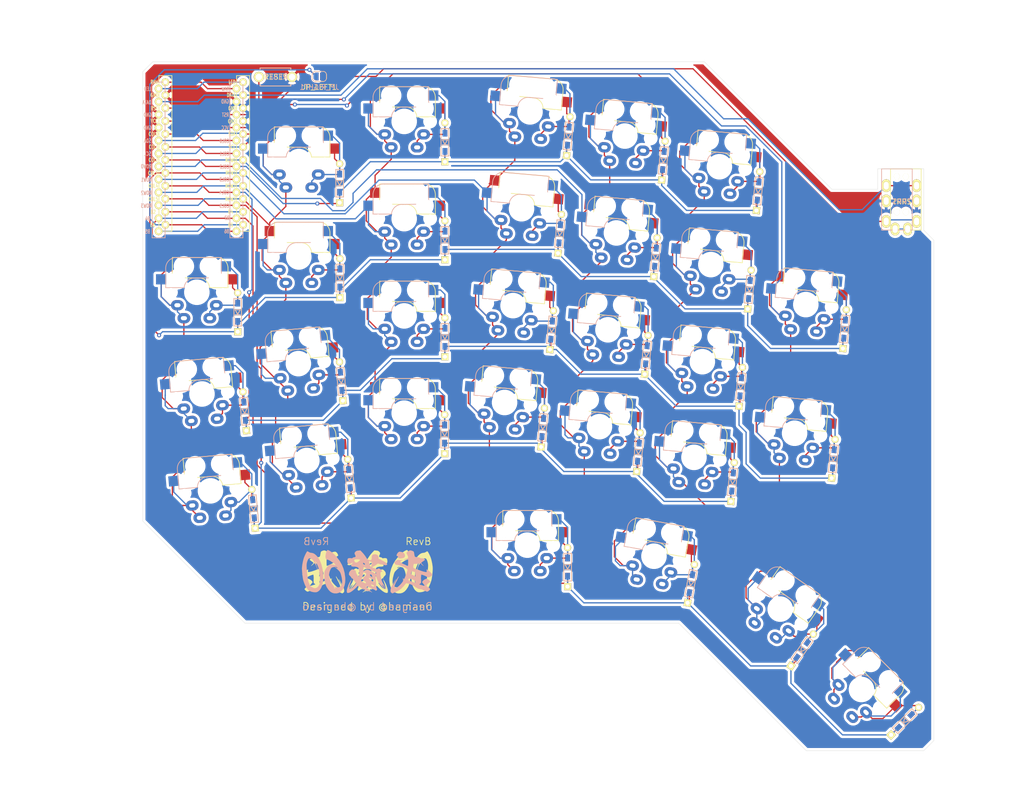
<source format=kicad_pcb>
(kicad_pcb (version 20171130) (host pcbnew 5.1.9)
  (title_block (title MUSASHI60) (rev A) (company "HAMANO Tsukasa"))
  (layers (0 F.Cu signal) (31 B.Cu signal) (34 B.Paste user) (35 F.Paste user) (36 B.SilkS user) (37 F.SilkS user) (38 B.Mask user) (39 F.Mask user) (44 Edge.Cuts user))
  (net 0 "")
  (net 1 B1)
  (net 2 "Net-(D_A3-Pad2)")
  (net 3 B3)
  (net 4 F6)
  (net 5 "Net-(D_B1-Pad2)")
  (net 6 "Net-(D_B2-Pad2)")
  (net 7 F7)
  (net 8 "Net-(D_B3-Pad2)")
  (net 9 "Net-(D_B4-Pad2)")
  (net 10 D1)
  (net 11 D0)
  (net 12 RST)
  (net 13 GND)
  (net 14 "Net-(U1-Pad24)")
  (net 15 VCC)
  (net 16 B2)
  (net 17 "Net-(D_B5-Pad2)")
  (net 18 "Net-(D_C1-Pad2)")
  (net 19 "Net-(D_C2-Pad2)")
  (net 20 "Net-(D_C4-Pad2)")
  (net 21 "Net-(D_C5-Pad2)")
  (net 22 D4)
  (net 23 "Net-(D_D1-Pad2)")
  (net 24 "Net-(D_D2-Pad2)")
  (net 25 "Net-(D_D3-Pad2)")
  (net 26 "Net-(D_D4-Pad2)")
  (net 27 "Net-(D_D5-Pad2)")
  (net 28 "Net-(D_E1-Pad2)")
  (net 29 "Net-(D_E2-Pad2)")
  (net 30 "Net-(D_E3-Pad2)")
  (net 31 "Net-(D_E4-Pad2)")
  (net 32 "Net-(D_F2-Pad2)")
  (net 33 "Net-(D_F3-Pad2)")
  (net 34 C6)
  (net 35 D7)
  (net 36 E6)
  (net 37 B4)
  (net 38 B5)
  (net 39 D2)
  (net 40 D3)
  (net 41 F4)
  (net 42 F5)
  (net 43 "Net-(J1-PadA)")
  (net 44 B6)
  (net 45 "Net-(D_A2-Pad2)")
  (net 46 "Net-(D_C3-Pad2)")
  (net 47 "Net-(D_A5-Pad2)")
  (net 48 "Net-(D_F4-Pad2)")
  (net 49 "Net-(D_F1-Pad2)")
  (net 50 "Net-(D_G2-Pad2)")
  (net 51 "Net-(D_G3-Pad2)")
  (net 52 "Net-(D_G4-Pad2)")
  (module local:CherryMX_Direct_Hotswap_Reversible (layer F.Cu) (at 38.265098 107.088308 5)
    (fp_text reference SW_G4 hide)
    (fp_text value SW_PUSH hide)
    (pad 2 thru_hole oval (at 2.54 5.08 185) (size 2.5 2) (drill oval 1.2 0.8) (layers *.Cu *.Mask) (net 52 "Net-(D_G4-Pad2)"))
    (pad 2 thru_hole oval (at 3.81 2.54 185) (size 2.5 2) (drill oval 1.2 0.8) (layers *.Cu *.Mask) (net 52 "Net-(D_G4-Pad2)"))
    (pad 1 thru_hole oval (at -2.54 5.08 185) (size 2.5 2) (drill oval 1.2 0.8) (layers *.Cu *.Mask) (net 37 B4))
    (pad 1 thru_hole oval (at -3.81 2.54 185) (size 2.5 2) (drill oval 1.2 0.8) (layers *.Cu *.Mask) (net 37 B4))
    (pad 1 smd rect (at -5.7 -5.08 185) (size 2 2) (layers F.Cu F.Paste F.Mask) (net 37 B4))
    (pad "" np_thru_hole circle (at 3.81 -2.54 185) (size 3 3) (drill 3) (layers *.Cu *.Mask) (clearance 0.25))
    (pad "" np_thru_hole circle (at -2.54 -5.08 185) (size 3 3) (drill 3) (layers *.Cu *.Mask) (clearance 0.3))
    (pad 2 smd rect (at 7 -2.54 185) (size 2 2) (layers F.Cu F.Paste F.Mask) (net 52 "Net-(D_G4-Pad2)"))
    (pad 1 smd rect (at -7 -2.54 185) (size 2 2) (layers B.Cu B.Paste B.Mask) (net 37 B4))
    (pad "" np_thru_hole circle (at 2.54 -5.08 185) (size 3 3) (drill 3) (layers *.Cu *.Mask) (clearance 0.3))
    (pad "" np_thru_hole circle (at 0 0 275) (size 3.988 3.988) (drill 3.988) (layers *.Cu *.Mask) (clearance 0.25))
    (pad "" np_thru_hole circle (at -5.08 0 185) (size 1.702 1.702) (drill 1.702) (layers *.Cu *.Mask) (clearance 0.3))
    (pad "" np_thru_hole circle (at 5.08 0 185) (size 1.702 1.702) (drill 1.702) (layers *.Cu *.Mask) (clearance 0.3))
    (pad "" np_thru_hole circle (at -3.81 -2.54 185) (size 3 3) (drill 3) (layers *.Cu *.Mask) (clearance 0.25))
    (pad 2 smd rect (at 5.7 -5.08 185) (size 2 2) (layers B.Cu B.Paste B.Mask) (net 52 "Net-(D_G4-Pad2)"))
  )
  (module foostan:D3_TH_SMD (layer F.Cu) (at 160.3 100.8 85)
    (fp_text reference D_A3 hide)
    (fp_text value D hide)
    (pad 2 smd rect (at 1.775 0 85) (size 1.3 0.95) (layers F.Cu F.Paste F.Mask) (net 2 "Net-(D_A3-Pad2)"))
    (pad 2 thru_hole circle (at 3.81 0 85) (size 1.397 1.397) (drill 0.8128) (layers *.Cu *.Mask F.SilkS) (net 2 "Net-(D_A3-Pad2)"))
    (pad 1 thru_hole rect (at -3.81 0 85) (size 1.397 1.397) (drill 0.8128) (layers *.Cu *.Mask F.SilkS) (net 1 B1))
    (pad 1 smd rect (at -1.775 0 85) (size 1.3 0.95) (layers B.Cu B.Paste B.Mask) (net 1 B1))
    (pad 2 smd rect (at 1.775 0 85) (size 1.3 0.95) (layers B.Cu B.Paste B.Mask) (net 2 "Net-(D_A3-Pad2)"))
    (pad 1 smd rect (at -1.775 0 85) (size 1.3 0.95) (layers F.Cu F.Paste F.Mask) (net 1 B1))
  )
  (module foostan:D3_TH_SMD (layer F.Cu) (at 162.5 75.4 85)
    (fp_text reference D_A2 hide)
    (fp_text value D hide)
    (pad 2 smd rect (at 1.775 0 85) (size 1.3 0.95) (layers F.Cu F.Paste F.Mask) (net 45 "Net-(D_A2-Pad2)"))
    (pad 2 thru_hole circle (at 3.81 0 85) (size 1.397 1.397) (drill 0.8128) (layers *.Cu *.Mask F.SilkS) (net 45 "Net-(D_A2-Pad2)"))
    (pad 1 thru_hole rect (at -3.81 0 85) (size 1.397 1.397) (drill 0.8128) (layers *.Cu *.Mask F.SilkS) (net 7 F7))
    (pad 1 smd rect (at -1.775 0 85) (size 1.3 0.95) (layers B.Cu B.Paste B.Mask) (net 7 F7))
    (pad 2 smd rect (at 1.775 0 85) (size 1.3 0.95) (layers B.Cu B.Paste B.Mask) (net 45 "Net-(D_A2-Pad2)"))
    (pad 1 smd rect (at -1.775 0 85) (size 1.3 0.95) (layers F.Cu F.Paste F.Mask) (net 7 F7))
  )
  (module local:CherryMX_Direct_Hotswap_Reversible (layer F.Cu) (at 154.9 70.6 355)
    (fp_text reference SW_A2 hide)
    (fp_text value SW_PUSH hide)
    (pad 2 thru_hole oval (at 2.54 5.08 175) (size 2.5 2) (drill oval 1.2 0.8) (layers *.Cu *.Mask) (net 45 "Net-(D_A2-Pad2)"))
    (pad 2 thru_hole oval (at 3.81 2.54 175) (size 2.5 2) (drill oval 1.2 0.8) (layers *.Cu *.Mask) (net 45 "Net-(D_A2-Pad2)"))
    (pad 1 thru_hole oval (at -2.54 5.08 175) (size 2.5 2) (drill oval 1.2 0.8) (layers *.Cu *.Mask) (net 10 D1))
    (pad 1 thru_hole oval (at -3.81 2.54 175) (size 2.5 2) (drill oval 1.2 0.8) (layers *.Cu *.Mask) (net 10 D1))
    (pad 1 smd rect (at -5.7 -5.08 175) (size 2 2) (layers F.Cu F.Paste F.Mask) (net 10 D1))
    (pad "" np_thru_hole circle (at 3.81 -2.54 175) (size 3 3) (drill 3) (layers *.Cu *.Mask) (clearance 0.25))
    (pad "" np_thru_hole circle (at -2.54 -5.08 175) (size 3 3) (drill 3) (layers *.Cu *.Mask) (clearance 0.3))
    (pad 2 smd rect (at 7 -2.54 175) (size 2 2) (layers F.Cu F.Paste F.Mask) (net 45 "Net-(D_A2-Pad2)"))
    (pad 1 smd rect (at -7 -2.54 175) (size 2 2) (layers B.Cu B.Paste B.Mask) (net 10 D1))
    (pad "" np_thru_hole circle (at 2.54 -5.08 175) (size 3 3) (drill 3) (layers *.Cu *.Mask) (clearance 0.3))
    (pad "" np_thru_hole circle (at 0 0 265) (size 3.988 3.988) (drill 3.988) (layers *.Cu *.Mask) (clearance 0.25))
    (pad "" np_thru_hole circle (at -5.08 0 175) (size 1.702 1.702) (drill 1.702) (layers *.Cu *.Mask) (clearance 0.3))
    (pad "" np_thru_hole circle (at 5.08 0 175) (size 1.702 1.702) (drill 1.702) (layers *.Cu *.Mask) (clearance 0.3))
    (pad "" np_thru_hole circle (at -3.81 -2.54 175) (size 3 3) (drill 3) (layers *.Cu *.Mask) (clearance 0.25))
    (pad 2 smd rect (at 5.7 -5.08 175) (size 2 2) (layers B.Cu B.Paste B.Mask) (net 45 "Net-(D_A2-Pad2)"))
  )
  (module local:CherryMX_Direct_Hotswap_Reversible (layer F.Cu) (at 152.7 95.8 355)
    (fp_text reference SW_A3 hide)
    (fp_text value SW_PUSH hide)
    (pad 2 thru_hole oval (at 2.54 5.08 175) (size 2.5 2) (drill oval 1.2 0.8) (layers *.Cu *.Mask) (net 2 "Net-(D_A3-Pad2)"))
    (pad 2 thru_hole oval (at 3.81 2.54 175) (size 2.5 2) (drill oval 1.2 0.8) (layers *.Cu *.Mask) (net 2 "Net-(D_A3-Pad2)"))
    (pad 1 thru_hole oval (at -2.54 5.08 175) (size 2.5 2) (drill oval 1.2 0.8) (layers *.Cu *.Mask) (net 10 D1))
    (pad 1 thru_hole oval (at -3.81 2.54 175) (size 2.5 2) (drill oval 1.2 0.8) (layers *.Cu *.Mask) (net 10 D1))
    (pad 1 smd rect (at -5.7 -5.08 175) (size 2 2) (layers F.Cu F.Paste F.Mask) (net 10 D1))
    (pad "" np_thru_hole circle (at 3.81 -2.54 175) (size 3 3) (drill 3) (layers *.Cu *.Mask) (clearance 0.25))
    (pad "" np_thru_hole circle (at -2.54 -5.08 175) (size 3 3) (drill 3) (layers *.Cu *.Mask) (clearance 0.3))
    (pad 2 smd rect (at 7 -2.54 175) (size 2 2) (layers F.Cu F.Paste F.Mask) (net 2 "Net-(D_A3-Pad2)"))
    (pad 1 smd rect (at -7 -2.54 175) (size 2 2) (layers B.Cu B.Paste B.Mask) (net 10 D1))
    (pad "" np_thru_hole circle (at 2.54 -5.08 175) (size 3 3) (drill 3) (layers *.Cu *.Mask) (clearance 0.3))
    (pad "" np_thru_hole circle (at 0 0 265) (size 3.988 3.988) (drill 3.988) (layers *.Cu *.Mask) (clearance 0.25))
    (pad "" np_thru_hole circle (at -5.08 0 175) (size 1.702 1.702) (drill 1.702) (layers *.Cu *.Mask) (clearance 0.3))
    (pad "" np_thru_hole circle (at 5.08 0 175) (size 1.702 1.702) (drill 1.702) (layers *.Cu *.Mask) (clearance 0.3))
    (pad "" np_thru_hole circle (at -3.81 -2.54 175) (size 3 3) (drill 3) (layers *.Cu *.Mask) (clearance 0.25))
    (pad 2 smd rect (at 5.7 -5.08 175) (size 2 2) (layers B.Cu B.Paste B.Mask) (net 2 "Net-(D_A3-Pad2)"))
  )
  (module local:musashi60-silk-384 (layer B.Cu) (at 69 123 180)
    (fp_text reference G_LOGO_B hide)
    (fp_text value LOGO hide)
  )
  (module local:musashi60-silk-384 (layer F.Cu) (at 69 123)
    (fp_text reference G_LOGO_F hide)
    (fp_text value LOGO hide)
  )
  (module local:CherryMX_Direct_Hotswap_Reversible (layer F.Cu) (at 165.8 146 315)
    (fp_text reference SW_A5 hide)
    (fp_text value SW_PUSH hide)
    (pad 2 thru_hole oval (at 2.54 5.08 135) (size 2.5 2) (drill oval 1.2 0.8) (layers *.Cu *.Mask) (net 47 "Net-(D_A5-Pad2)"))
    (pad 2 thru_hole oval (at 3.81 2.54 135) (size 2.5 2) (drill oval 1.2 0.8) (layers *.Cu *.Mask) (net 47 "Net-(D_A5-Pad2)"))
    (pad 1 thru_hole oval (at -2.54 5.08 135) (size 2.5 2) (drill oval 1.2 0.8) (layers *.Cu *.Mask) (net 10 D1))
    (pad 1 thru_hole oval (at -3.81 2.54 135) (size 2.5 2) (drill oval 1.2 0.8) (layers *.Cu *.Mask) (net 10 D1))
    (pad 1 smd rect (at -5.7 -5.08 135) (size 2 2) (layers F.Cu F.Paste F.Mask) (net 10 D1))
    (pad "" np_thru_hole circle (at 3.81 -2.54 135) (size 3 3) (drill 3) (layers *.Cu *.Mask) (clearance 0.25))
    (pad "" np_thru_hole circle (at -2.54 -5.08 135) (size 3 3) (drill 3) (layers *.Cu *.Mask) (clearance 0.3))
    (pad 2 smd rect (at 7 -2.54 135) (size 2 2) (layers F.Cu F.Paste F.Mask) (net 47 "Net-(D_A5-Pad2)"))
    (pad 1 smd rect (at -7 -2.54 135) (size 2 2) (layers B.Cu B.Paste B.Mask) (net 10 D1))
    (pad "" np_thru_hole circle (at 2.54 -5.08 135) (size 3 3) (drill 3) (layers *.Cu *.Mask) (clearance 0.3))
    (pad "" np_thru_hole circle (at 0 0 225) (size 3.988 3.988) (drill 3.988) (layers *.Cu *.Mask) (clearance 0.25))
    (pad "" np_thru_hole circle (at -5.08 0 135) (size 1.702 1.702) (drill 1.702) (layers *.Cu *.Mask) (clearance 0.3))
    (pad "" np_thru_hole circle (at 5.08 0 135) (size 1.702 1.702) (drill 1.702) (layers *.Cu *.Mask) (clearance 0.3))
    (pad "" np_thru_hole circle (at -3.81 -2.54 135) (size 3 3) (drill 3) (layers *.Cu *.Mask) (clearance 0.25))
    (pad 2 smd rect (at 5.7 -5.08 135) (size 2 2) (layers B.Cu B.Paste B.Mask) (net 47 "Net-(D_A5-Pad2)"))
  )
  (module local:CherryMX_Direct_Hotswap_Reversible (layer F.Cu) (at 100.86619 32.845391 355)
    (fp_text reference SW_D1 hide)
    (fp_text value SW_PUSH hide)
    (pad 2 thru_hole oval (at 2.54 5.08 175) (size 2.5 2) (drill oval 1.2 0.8) (layers *.Cu *.Mask) (net 23 "Net-(D_D1-Pad2)"))
    (pad 2 thru_hole oval (at 3.81 2.54 175) (size 2.5 2) (drill oval 1.2 0.8) (layers *.Cu *.Mask) (net 23 "Net-(D_D1-Pad2)"))
    (pad 1 thru_hole oval (at -2.54 5.08 175) (size 2.5 2) (drill oval 1.2 0.8) (layers *.Cu *.Mask) (net 34 C6))
    (pad 1 thru_hole oval (at -3.81 2.54 175) (size 2.5 2) (drill oval 1.2 0.8) (layers *.Cu *.Mask) (net 34 C6))
    (pad 1 smd rect (at -5.7 -5.08 175) (size 2 2) (layers F.Cu F.Paste F.Mask) (net 34 C6))
    (pad "" np_thru_hole circle (at 3.81 -2.54 175) (size 3 3) (drill 3) (layers *.Cu *.Mask) (clearance 0.25))
    (pad "" np_thru_hole circle (at -2.54 -5.08 175) (size 3 3) (drill 3) (layers *.Cu *.Mask) (clearance 0.3))
    (pad 2 smd rect (at 7 -2.54 175) (size 2 2) (layers F.Cu F.Paste F.Mask) (net 23 "Net-(D_D1-Pad2)"))
    (pad 1 smd rect (at -7 -2.54 175) (size 2 2) (layers B.Cu B.Paste B.Mask) (net 34 C6))
    (pad "" np_thru_hole circle (at 2.54 -5.08 175) (size 3 3) (drill 3) (layers *.Cu *.Mask) (clearance 0.3))
    (pad "" np_thru_hole circle (at 0 0 265) (size 3.988 3.988) (drill 3.988) (layers *.Cu *.Mask) (clearance 0.25))
    (pad "" np_thru_hole circle (at -5.08 0 175) (size 1.702 1.702) (drill 1.702) (layers *.Cu *.Mask) (clearance 0.3))
    (pad "" np_thru_hole circle (at 5.08 0 175) (size 1.702 1.702) (drill 1.702) (layers *.Cu *.Mask) (clearance 0.3))
    (pad "" np_thru_hole circle (at -3.81 -2.54 175) (size 3 3) (drill 3) (layers *.Cu *.Mask) (clearance 0.25))
    (pad 2 smd rect (at 5.7 -5.08 175) (size 2 2) (layers B.Cu B.Paste B.Mask) (net 23 "Net-(D_D1-Pad2)"))
  )
  (module local:CherryMX_Direct_Hotswap_Reversible (layer F.Cu) (at 76.216997 91.865647)
    (fp_text reference SW_E4 hide)
    (fp_text value SW_PUSH hide)
    (pad 2 thru_hole oval (at 2.54 5.08 180) (size 2.5 2) (drill oval 1.2 0.8) (layers *.Cu *.Mask) (net 31 "Net-(D_E4-Pad2)"))
    (pad 2 thru_hole oval (at 3.81 2.54 180) (size 2.5 2) (drill oval 1.2 0.8) (layers *.Cu *.Mask) (net 31 "Net-(D_E4-Pad2)"))
    (pad 1 thru_hole oval (at -2.54 5.08 180) (size 2.5 2) (drill oval 1.2 0.8) (layers *.Cu *.Mask) (net 35 D7))
    (pad 1 thru_hole oval (at -3.81 2.54 180) (size 2.5 2) (drill oval 1.2 0.8) (layers *.Cu *.Mask) (net 35 D7))
    (pad 1 smd rect (at -5.7 -5.08 180) (size 2 2) (layers F.Cu F.Paste F.Mask) (net 35 D7))
    (pad "" np_thru_hole circle (at 3.81 -2.54 180) (size 3 3) (drill 3) (layers *.Cu *.Mask) (clearance 0.25))
    (pad "" np_thru_hole circle (at -2.54 -5.08 180) (size 3 3) (drill 3) (layers *.Cu *.Mask) (clearance 0.3))
    (pad 2 smd rect (at 7 -2.54 180) (size 2 2) (layers F.Cu F.Paste F.Mask) (net 31 "Net-(D_E4-Pad2)"))
    (pad 1 smd rect (at -7 -2.54 180) (size 2 2) (layers B.Cu B.Paste B.Mask) (net 35 D7))
    (pad "" np_thru_hole circle (at 2.54 -5.08 180) (size 3 3) (drill 3) (layers *.Cu *.Mask) (clearance 0.3))
    (pad "" np_thru_hole circle (at 0 0 270) (size 3.988 3.988) (drill 3.988) (layers *.Cu *.Mask) (clearance 0.25))
    (pad "" np_thru_hole circle (at -5.08 0 180) (size 1.702 1.702) (drill 1.702) (layers *.Cu *.Mask) (clearance 0.3))
    (pad "" np_thru_hole circle (at 5.08 0 180) (size 1.702 1.702) (drill 1.702) (layers *.Cu *.Mask) (clearance 0.3))
    (pad "" np_thru_hole circle (at -3.81 -2.54 180) (size 3 3) (drill 3) (layers *.Cu *.Mask) (clearance 0.25))
    (pad 2 smd rect (at 5.7 -5.08 180) (size 2 2) (layers B.Cu B.Paste B.Mask) (net 31 "Net-(D_E4-Pad2)"))
  )
  (module local:CherryMX_Direct_Hotswap_Reversible (layer F.Cu) (at 76.216997 72.815567)
    (fp_text reference SW_E3 hide)
    (fp_text value SW_PUSH hide)
    (pad 2 thru_hole oval (at 2.54 5.08 180) (size 2.5 2) (drill oval 1.2 0.8) (layers *.Cu *.Mask) (net 30 "Net-(D_E3-Pad2)"))
    (pad 2 thru_hole oval (at 3.81 2.54 180) (size 2.5 2) (drill oval 1.2 0.8) (layers *.Cu *.Mask) (net 30 "Net-(D_E3-Pad2)"))
    (pad 1 thru_hole oval (at -2.54 5.08 180) (size 2.5 2) (drill oval 1.2 0.8) (layers *.Cu *.Mask) (net 35 D7))
    (pad 1 thru_hole oval (at -3.81 2.54 180) (size 2.5 2) (drill oval 1.2 0.8) (layers *.Cu *.Mask) (net 35 D7))
    (pad 1 smd rect (at -5.7 -5.08 180) (size 2 2) (layers F.Cu F.Paste F.Mask) (net 35 D7))
    (pad "" np_thru_hole circle (at 3.81 -2.54 180) (size 3 3) (drill 3) (layers *.Cu *.Mask) (clearance 0.25))
    (pad "" np_thru_hole circle (at -2.54 -5.08 180) (size 3 3) (drill 3) (layers *.Cu *.Mask) (clearance 0.3))
    (pad 2 smd rect (at 7 -2.54 180) (size 2 2) (layers F.Cu F.Paste F.Mask) (net 30 "Net-(D_E3-Pad2)"))
    (pad 1 smd rect (at -7 -2.54 180) (size 2 2) (layers B.Cu B.Paste B.Mask) (net 35 D7))
    (pad "" np_thru_hole circle (at 2.54 -5.08 180) (size 3 3) (drill 3) (layers *.Cu *.Mask) (clearance 0.3))
    (pad "" np_thru_hole circle (at 0 0 270) (size 3.988 3.988) (drill 3.988) (layers *.Cu *.Mask) (clearance 0.25))
    (pad "" np_thru_hole circle (at -5.08 0 180) (size 1.702 1.702) (drill 1.702) (layers *.Cu *.Mask) (clearance 0.3))
    (pad "" np_thru_hole circle (at 5.08 0 180) (size 1.702 1.702) (drill 1.702) (layers *.Cu *.Mask) (clearance 0.3))
    (pad "" np_thru_hole circle (at -3.81 -2.54 180) (size 3 3) (drill 3) (layers *.Cu *.Mask) (clearance 0.25))
    (pad 2 smd rect (at 5.7 -5.08 180) (size 2 2) (layers B.Cu B.Paste B.Mask) (net 30 "Net-(D_E3-Pad2)"))
  )
  (module local:CherryMX_Direct_Hotswap_Reversible (layer F.Cu) (at 76.216997 53.765486)
    (fp_text reference SW_E2 hide)
    (fp_text value SW_PUSH hide)
    (pad 2 thru_hole oval (at 2.54 5.08 180) (size 2.5 2) (drill oval 1.2 0.8) (layers *.Cu *.Mask) (net 29 "Net-(D_E2-Pad2)"))
    (pad 2 thru_hole oval (at 3.81 2.54 180) (size 2.5 2) (drill oval 1.2 0.8) (layers *.Cu *.Mask) (net 29 "Net-(D_E2-Pad2)"))
    (pad 1 thru_hole oval (at -2.54 5.08 180) (size 2.5 2) (drill oval 1.2 0.8) (layers *.Cu *.Mask) (net 35 D7))
    (pad 1 thru_hole oval (at -3.81 2.54 180) (size 2.5 2) (drill oval 1.2 0.8) (layers *.Cu *.Mask) (net 35 D7))
    (pad 1 smd rect (at -5.7 -5.08 180) (size 2 2) (layers F.Cu F.Paste F.Mask) (net 35 D7))
    (pad "" np_thru_hole circle (at 3.81 -2.54 180) (size 3 3) (drill 3) (layers *.Cu *.Mask) (clearance 0.25))
    (pad "" np_thru_hole circle (at -2.54 -5.08 180) (size 3 3) (drill 3) (layers *.Cu *.Mask) (clearance 0.3))
    (pad 2 smd rect (at 7 -2.54 180) (size 2 2) (layers F.Cu F.Paste F.Mask) (net 29 "Net-(D_E2-Pad2)"))
    (pad 1 smd rect (at -7 -2.54 180) (size 2 2) (layers B.Cu B.Paste B.Mask) (net 35 D7))
    (pad "" np_thru_hole circle (at 2.54 -5.08 180) (size 3 3) (drill 3) (layers *.Cu *.Mask) (clearance 0.3))
    (pad "" np_thru_hole circle (at 0 0 270) (size 3.988 3.988) (drill 3.988) (layers *.Cu *.Mask) (clearance 0.25))
    (pad "" np_thru_hole circle (at -5.08 0 180) (size 1.702 1.702) (drill 1.702) (layers *.Cu *.Mask) (clearance 0.3))
    (pad "" np_thru_hole circle (at 5.08 0 180) (size 1.702 1.702) (drill 1.702) (layers *.Cu *.Mask) (clearance 0.3))
    (pad "" np_thru_hole circle (at -3.81 -2.54 180) (size 3 3) (drill 3) (layers *.Cu *.Mask) (clearance 0.25))
    (pad 2 smd rect (at 5.7 -5.08 180) (size 2 2) (layers B.Cu B.Paste B.Mask) (net 29 "Net-(D_E2-Pad2)"))
  )
  (module local:CherryMX_Direct_Hotswap_Reversible (layer F.Cu) (at 76.216996 34.715407)
    (fp_text reference SW_E1 hide)
    (fp_text value SW_PUSH hide)
    (pad 2 thru_hole oval (at 2.54 5.08 180) (size 2.5 2) (drill oval 1.2 0.8) (layers *.Cu *.Mask) (net 28 "Net-(D_E1-Pad2)"))
    (pad 2 thru_hole oval (at 3.81 2.54 180) (size 2.5 2) (drill oval 1.2 0.8) (layers *.Cu *.Mask) (net 28 "Net-(D_E1-Pad2)"))
    (pad 1 thru_hole oval (at -2.54 5.08 180) (size 2.5 2) (drill oval 1.2 0.8) (layers *.Cu *.Mask) (net 35 D7))
    (pad 1 thru_hole oval (at -3.81 2.54 180) (size 2.5 2) (drill oval 1.2 0.8) (layers *.Cu *.Mask) (net 35 D7))
    (pad 1 smd rect (at -5.7 -5.08 180) (size 2 2) (layers F.Cu F.Paste F.Mask) (net 35 D7))
    (pad "" np_thru_hole circle (at 3.81 -2.54 180) (size 3 3) (drill 3) (layers *.Cu *.Mask) (clearance 0.25))
    (pad "" np_thru_hole circle (at -2.54 -5.08 180) (size 3 3) (drill 3) (layers *.Cu *.Mask) (clearance 0.3))
    (pad 2 smd rect (at 7 -2.54 180) (size 2 2) (layers F.Cu F.Paste F.Mask) (net 28 "Net-(D_E1-Pad2)"))
    (pad 1 smd rect (at -7 -2.54 180) (size 2 2) (layers B.Cu B.Paste B.Mask) (net 35 D7))
    (pad "" np_thru_hole circle (at 2.54 -5.08 180) (size 3 3) (drill 3) (layers *.Cu *.Mask) (clearance 0.3))
    (pad "" np_thru_hole circle (at 0 0 270) (size 3.988 3.988) (drill 3.988) (layers *.Cu *.Mask) (clearance 0.25))
    (pad "" np_thru_hole circle (at -5.08 0 180) (size 1.702 1.702) (drill 1.702) (layers *.Cu *.Mask) (clearance 0.3))
    (pad "" np_thru_hole circle (at 5.08 0 180) (size 1.702 1.702) (drill 1.702) (layers *.Cu *.Mask) (clearance 0.3))
    (pad "" np_thru_hole circle (at -3.81 -2.54 180) (size 3 3) (drill 3) (layers *.Cu *.Mask) (clearance 0.25))
    (pad 2 smd rect (at 5.7 -5.08 180) (size 2 2) (layers B.Cu B.Paste B.Mask) (net 28 "Net-(D_E1-Pad2)"))
  )
  (module foostan:MJ-4PP-9 (layer F.Cu) (at 174.5 44)
    (fp_text reference J1)
    (fp_text value MJ-4PP-9 hide)
    (fp_text user TRRS (at -0.75 6.45) (layer F.SilkS))
    (fp_text user TRRS (at -0.8255 6.4135) (layer B.SilkS) (effects (justify mirror)))
    (pad A thru_hole oval (at -2.1 11.8) (size 1.7 2.5) (drill oval 1 1.5) (layers *.Cu *.Mask F.SilkS) (net 43 "Net-(J1-PadA)") (clearance 0.15))
    (pad D thru_hole oval (at 2.1 10.3) (size 1.7 2.5) (drill oval 1 1.5) (layers *.Cu *.Mask F.SilkS) (net 15 VCC) (clearance 0.15))
    (pad C thru_hole oval (at 2.1 6.3) (size 1.7 2.5) (drill oval 1 1.5) (layers *.Cu *.Mask F.SilkS) (net 13 GND))
    (pad B thru_hole oval (at 2.1 3.3) (size 1.7 2.5) (drill oval 1 1.5) (layers *.Cu *.Mask F.SilkS) (net 39 D2))
    (pad "" np_thru_hole circle (at 0 8.5) (size 1.2 1.2) (drill 1.2) (layers *.Cu *.Mask F.SilkS))
    (pad "" np_thru_hole circle (at 0 1.5) (size 1.2 1.2) (drill 1.2) (layers *.Cu *.Mask F.SilkS))
    (pad C thru_hole oval (at -3.85 6.3) (size 1.7 2.5) (drill oval 1 1.5) (layers *.Cu *.Mask F.SilkS) (net 13 GND))
    (pad B thru_hole oval (at -3.85 3.3) (size 1.7 2.5) (drill oval 1 1.5) (layers *.Cu *.Mask F.SilkS) (net 39 D2))
    (pad A thru_hole oval (at 0.35 11.8) (size 1.7 2.5) (drill oval 1 1.5) (layers *.Cu *.Mask F.SilkS) (net 43 "Net-(J1-PadA)") (clearance 0.15))
    (pad D thru_hole oval (at -3.85 10.3) (size 1.7 2.5) (drill oval 1 1.5) (layers *.Cu *.Mask F.SilkS) (net 15 VCC) (clearance 0.15))
    (pad "" np_thru_hole circle (at -1.75 1.5) (size 1.2 1.2) (drill 1.2) (layers *.Cu *.Mask F.SilkS))
    (pad "" np_thru_hole circle (at -1.75 8.5) (size 1.2 1.2) (drill 1.2) (layers *.Cu *.Mask F.SilkS))
  )
  (module foostan:D3_TH_SMD (layer F.Cu) (at 126.997652 42.374631 85)
    (fp_text reference D_C1 hide)
    (fp_text value D hide)
    (pad 2 smd rect (at 1.775 0 85) (size 1.3 0.95) (layers F.Cu F.Paste F.Mask) (net 18 "Net-(D_C1-Pad2)"))
    (pad 2 thru_hole circle (at 3.81 0 85) (size 1.397 1.397) (drill 0.8128) (layers *.Cu *.Mask F.SilkS) (net 18 "Net-(D_C1-Pad2)"))
    (pad 1 thru_hole rect (at -3.81 0 85) (size 1.397 1.397) (drill 0.8128) (layers *.Cu *.Mask F.SilkS) (net 4 F6))
    (pad 1 smd rect (at -1.775 0 85) (size 1.3 0.95) (layers B.Cu B.Paste B.Mask) (net 4 F6))
    (pad 2 smd rect (at 1.775 0 85) (size 1.3 0.95) (layers B.Cu B.Paste B.Mask) (net 18 "Net-(D_C1-Pad2)"))
    (pad 1 smd rect (at -1.775 0 85) (size 1.3 0.95) (layers F.Cu F.Paste F.Mask) (net 4 F6))
  )
  (module foostan:D3_TH_SMD (layer F.Cu) (at 145.55 48.35 85)
    (fp_text reference D_B1 hide)
    (fp_text value D hide)
    (pad 2 smd rect (at 1.775 0 85) (size 1.3 0.95) (layers F.Cu F.Paste F.Mask) (net 5 "Net-(D_B1-Pad2)"))
    (pad 2 thru_hole circle (at 3.81 0 85) (size 1.397 1.397) (drill 0.8128) (layers *.Cu *.Mask F.SilkS) (net 5 "Net-(D_B1-Pad2)"))
    (pad 1 thru_hole rect (at -3.81 0 85) (size 1.397 1.397) (drill 0.8128) (layers *.Cu *.Mask F.SilkS) (net 4 F6))
    (pad 1 smd rect (at -1.775 0 85) (size 1.3 0.95) (layers B.Cu B.Paste B.Mask) (net 4 F6))
    (pad 2 smd rect (at 1.775 0 85) (size 1.3 0.95) (layers B.Cu B.Paste B.Mask) (net 5 "Net-(D_B1-Pad2)"))
    (pad 1 smd rect (at -1.775 0 85) (size 1.3 0.95) (layers F.Cu F.Paste F.Mask) (net 4 F6))
  )
  (module foostan:D3_TH_SMD (layer F.Cu) (at 143.85 67.65 85)
    (fp_text reference D_B2 hide)
    (fp_text value D hide)
    (pad 2 smd rect (at 1.775 0 85) (size 1.3 0.95) (layers F.Cu F.Paste F.Mask) (net 6 "Net-(D_B2-Pad2)"))
    (pad 2 thru_hole circle (at 3.81 0 85) (size 1.397 1.397) (drill 0.8128) (layers *.Cu *.Mask F.SilkS) (net 6 "Net-(D_B2-Pad2)"))
    (pad 1 thru_hole rect (at -3.81 0 85) (size 1.397 1.397) (drill 0.8128) (layers *.Cu *.Mask F.SilkS) (net 7 F7))
    (pad 1 smd rect (at -1.775 0 85) (size 1.3 0.95) (layers B.Cu B.Paste B.Mask) (net 7 F7))
    (pad 2 smd rect (at 1.775 0 85) (size 1.3 0.95) (layers B.Cu B.Paste B.Mask) (net 6 "Net-(D_B2-Pad2)"))
    (pad 1 smd rect (at -1.775 0 85) (size 1.3 0.95) (layers F.Cu F.Paste F.Mask) (net 7 F7))
  )
  (module foostan:D3_TH_SMD (layer F.Cu) (at 142.15 86.7 85)
    (fp_text reference D_B3 hide)
    (fp_text value D hide)
    (pad 2 smd rect (at 1.775 0 85) (size 1.3 0.95) (layers F.Cu F.Paste F.Mask) (net 8 "Net-(D_B3-Pad2)"))
    (pad 2 thru_hole circle (at 3.81 0 85) (size 1.397 1.397) (drill 0.8128) (layers *.Cu *.Mask F.SilkS) (net 8 "Net-(D_B3-Pad2)"))
    (pad 1 thru_hole rect (at -3.81 0 85) (size 1.397 1.397) (drill 0.8128) (layers *.Cu *.Mask F.SilkS) (net 1 B1))
    (pad 1 smd rect (at -1.775 0 85) (size 1.3 0.95) (layers B.Cu B.Paste B.Mask) (net 1 B1))
    (pad 2 smd rect (at 1.775 0 85) (size 1.3 0.95) (layers B.Cu B.Paste B.Mask) (net 8 "Net-(D_B3-Pad2)"))
    (pad 1 smd rect (at -1.775 0 85) (size 1.3 0.95) (layers F.Cu F.Paste F.Mask) (net 1 B1))
  )
  (module foostan:D3_TH_SMD (layer F.Cu) (at 140.55 105.35 85)
    (fp_text reference D_B4 hide)
    (fp_text value D hide)
    (pad 2 smd rect (at 1.775 0 85) (size 1.3 0.95) (layers F.Cu F.Paste F.Mask) (net 9 "Net-(D_B4-Pad2)"))
    (pad 2 thru_hole circle (at 3.81 0 85) (size 1.397 1.397) (drill 0.8128) (layers *.Cu *.Mask F.SilkS) (net 9 "Net-(D_B4-Pad2)"))
    (pad 1 thru_hole rect (at -3.81 0 85) (size 1.397 1.397) (drill 0.8128) (layers *.Cu *.Mask F.SilkS) (net 3 B3))
    (pad 1 smd rect (at -1.775 0 85) (size 1.3 0.95) (layers B.Cu B.Paste B.Mask) (net 3 B3))
    (pad 2 smd rect (at 1.775 0 85) (size 1.3 0.95) (layers B.Cu B.Paste B.Mask) (net 9 "Net-(D_B4-Pad2)"))
    (pad 1 smd rect (at -1.775 0 85) (size 1.3 0.95) (layers F.Cu F.Paste F.Mask) (net 3 B3))
  )
  (module foostan:ResetSW (layer F.Cu) (at 51 26)
    (fp_text reference SW_RST1 hide)
    (fp_text value SW_PUSH)
    (fp_text user RESET (at 0 0) (layer F.SilkS))
    (fp_text user RESET (at 0.127 0) (layer B.SilkS) (effects (justify mirror)))
    (pad 2 thru_hole circle (at -3.25 0) (size 2 2) (drill 1.3) (layers *.Cu *.Mask F.SilkS) (net 12 RST))
    (pad 1 thru_hole circle (at 3.25 0) (size 2 2) (drill 1.3) (layers *.Cu *.Mask F.SilkS) (net 13 GND))
  )
  (module foostan:ProMicro_v2 (layer F.Cu) (at 37 41.5)
    (fp_text reference U1 hide)
    (fp_text value ProMicro_r hide)
    (fp_text user "" (at -0.5 -17.25) (layer F.SilkS))
    (fp_text user "" (at -1.2065 -16.256) (layer B.SilkS) (effects (justify mirror)))
    (fp_text user RAW (at -9.7155 -14.478) (layer F.SilkS) (effects (font (size 0.75 0.5) (thickness 0.125))))
    (fp_text user LED (at 5.5 -14.478) (layer F.SilkS) (effects (font (size 0.75 0.5) (thickness 0.125))))
    (fp_text user GND (at -9.7155 -11.938) (layer F.SilkS) (effects (font (size 0.75 0.5) (thickness 0.125))))
    (fp_text user DATA (at 5.35 -11.95) (layer F.SilkS) (effects (font (size 0.75 0.5) (thickness 0.125))))
    (fp_text user RST (at -9.7155 -9.3345) (layer F.SilkS) (effects (font (size 0.75 0.5) (thickness 0.125))))
    (fp_text user GND (at 5.5245 -9.3345) (layer F.SilkS) (effects (font (size 0.75 0.5) (thickness 0.125))))
    (fp_text user VCC (at -9.7155 -6.858) (layer F.SilkS) (effects (font (size 0.75 0.5) (thickness 0.125))))
    (fp_text user GND (at 5.461 -6.7945) (layer F.SilkS) (effects (font (size 0.75 0.5) (thickness 0.125))))
    (fp_text user COL3 (at -10 3.35) (layer F.SilkS) (effects (font (size 0.75 0.5) (thickness 0.125))))
    (fp_text user ROW0 (at 5.2 0.8) (layer F.SilkS) (effects (font (size 0.75 0.5) (thickness 0.125))))
    (fp_text user COL2 (at -9.9 0.762) (layer F.SilkS) (effects (font (size 0.75 0.5) (thickness 0.125))))
    (fp_text user SCL (at 5.461 -1.778) (layer F.SilkS) (effects (font (size 0.75 0.5) (thickness 0.125))))
    (fp_text user COL1 (at -9.85 -1.778) (layer F.SilkS) (effects (font (size 0.75 0.5) (thickness 0.125))))
    (fp_text user SDA (at 5.461 -4.318) (layer F.SilkS) (effects (font (size 0.75 0.5) (thickness 0.125))))
    (fp_text user COL0 (at -9.9 -4.3) (layer F.SilkS) (effects (font (size 0.75 0.5) (thickness 0.125))))
    (fp_text user B6 (at -10.05 13.5) (layer F.SilkS) (effects (font (size 0.75 0.5) (thickness 0.125))))
    (fp_text user B5 (at 5.2 13.5255) (layer F.SilkS) (effects (font (size 0.75 0.5) (thickness 0.125))))
    (fp_text user B4 (at 5.2 10.922) (layer F.SilkS) (effects (font (size 0.75 0.5) (thickness 0.125))))
    (fp_text user B2 (at -9.95 10.95) (layer F.SilkS) (effects (font (size 0.75 0.5) (thickness 0.125))))
    (fp_text user ROW3 (at 5.2 8.4455) (layer F.SilkS) (effects (font (size 0.75 0.5) (thickness 0.125))))
    (fp_text user COL5 (at -9.95 8.4455) (layer F.SilkS) (effects (font (size 0.75 0.5) (thickness 0.125))))
    (fp_text user ROW2 (at 5.2 5.85) (layer F.SilkS) (effects (font (size 0.75 0.5) (thickness 0.125))))
    (fp_text user COL4 (at -9.95 5.85) (layer F.SilkS) (effects (font (size 0.75 0.5) (thickness 0.125))))
    (fp_text user ROW1 (at 5.25 3.302) (layer F.SilkS) (effects (font (size 0.75 0.5) (thickness 0.125))))
    (fp_text user ROW1 (at -11.3 4.6355) (layer B.SilkS) (effects (font (size 0.75 0.5) (thickness 0.125)) (justify mirror)))
    (fp_text user COL4 (at 3.95 7.112) (layer B.SilkS) (effects (font (size 0.75 0.5) (thickness 0.125)) (justify mirror)))
    (fp_text user ROW2 (at -11.3 7.239) (layer B.SilkS) (effects (font (size 0.75 0.5) (thickness 0.125)) (justify mirror)))
    (fp_text user COL5 (at 4 9.75) (layer B.SilkS) (effects (font (size 0.75 0.5) (thickness 0.125)) (justify mirror)))
    (fp_text user ROW3 (at -11.3 9.75) (layer B.SilkS) (effects (font (size 0.75 0.5) (thickness 0.125)) (justify mirror)))
    (fp_text user B2 (at 4.5085 12.1285) (layer B.SilkS) (effects (font (size 0.75 0.5) (thickness 0.125)) (justify mirror)))
    (fp_text user B4 (at -11.049 12.2555) (layer B.SilkS) (effects (font (size 0.75 0.5) (thickness 0.125)) (justify mirror)))
    (fp_text user B5 (at -11.049 14.7955) (layer B.SilkS) (effects (font (size 0.75 0.5) (thickness 0.125)) (justify mirror)))
    (fp_text user B6 (at 4.445 14.732) (layer B.SilkS) (effects (font (size 0.75 0.5) (thickness 0.125)) (justify mirror)))
    (fp_text user COL0 (at 4 -2.95) (layer B.SilkS) (effects (font (size 0.75 0.5) (thickness 0.125)) (justify mirror)))
    (fp_text user SDA (at -11.049 -2.9845) (layer B.SilkS) (effects (font (size 0.75 0.5) (thickness 0.125)) (justify mirror)))
    (fp_text user COL1 (at 4 -0.4445) (layer B.SilkS) (effects (font (size 0.75 0.5) (thickness 0.125)) (justify mirror)))
    (fp_text user SCL (at -11.049 -0.4445) (layer B.SilkS) (effects (font (size 0.75 0.5) (thickness 0.125)) (justify mirror)))
    (fp_text user COL2 (at 4 2.1) (layer B.SilkS) (effects (font (size 0.75 0.5) (thickness 0.125)) (justify mirror)))
    (fp_text user ROW0 (at -11.3 2.032) (layer B.SilkS) (effects (font (size 0.75 0.5) (thickness 0.125)) (justify mirror)))
    (fp_text user COL3 (at 4 4.6) (layer B.SilkS) (effects (font (size 0.75 0.5) (thickness 0.125)) (justify mirror)))
    (fp_text user GND (at -11.049 -5.5245) (layer B.SilkS) (effects (font (size 0.75 0.5) (thickness 0.125)) (justify mirror)))
    (fp_text user VCC (at 4.1275 -5.5245) (layer B.SilkS) (effects (font (size 0.75 0.5) (thickness 0.125)) (justify mirror)))
    (fp_text user GND (at -11.049 -8.0645) (layer B.SilkS) (effects (font (size 0.75 0.5) (thickness 0.125)) (justify mirror)))
    (fp_text user RST (at 4.191 -8.0645) (layer B.SilkS) (effects (font (size 0.75 0.5) (thickness 0.125)) (justify mirror)))
    (fp_text user DATA (at -11.2 -10.5) (layer B.SilkS) (effects (font (size 0.75 0.5) (thickness 0.125)) (justify mirror)))
    (fp_text user GND (at 4.1275 -10.668) (layer B.SilkS) (effects (font (size 0.75 0.5) (thickness 0.125)) (justify mirror)))
    (fp_text user LED (at -11.049 -13.1445) (layer B.SilkS) (effects (font (size 0.75 0.5) (thickness 0.125)) (justify mirror)))
    (fp_text user RAW (at 4.191 -13.1445) (layer B.SilkS) (effects (font (size 0.75 0.5) (thickness 0.125)) (justify mirror)))
    (pad 24 thru_hole circle (at 6.35 -13.208) (size 1.524 1.524) (drill 0.8128) (layers *.Cu *.Mask F.SilkS) (net 14 "Net-(U1-Pad24)"))
    (pad 23 thru_hole circle (at 6.35 -10.668) (size 1.524 1.524) (drill 0.8128) (layers *.Cu *.Mask F.SilkS) (net 13 GND))
    (pad 22 thru_hole circle (at 6.35 -8.128) (size 1.524 1.524) (drill 0.8128) (layers *.Cu *.Mask F.SilkS) (net 12 RST))
    (pad 21 thru_hole circle (at 6.35 -5.588) (size 1.524 1.524) (drill 0.8128) (layers *.Cu *.Mask F.SilkS) (net 15 VCC))
    (pad 20 thru_hole circle (at 6.35 -3.048) (size 1.524 1.524) (drill 0.8128) (layers *.Cu *.Mask F.SilkS) (net 41 F4))
    (pad 19 thru_hole circle (at 6.35 -0.508) (size 1.524 1.524) (drill 0.8128) (layers *.Cu *.Mask F.SilkS) (net 42 F5))
    (pad 18 thru_hole circle (at 6.35 2.032) (size 1.524 1.524) (drill 0.8128) (layers *.Cu *.Mask F.SilkS) (net 4 F6))
    (pad 17 thru_hole circle (at 6.35 4.572) (size 1.524 1.524) (drill 0.8128) (layers *.Cu *.Mask F.SilkS) (net 7 F7))
    (pad 16 thru_hole circle (at 6.35 7.112) (size 1.524 1.524) (drill 0.8128) (layers *.Cu *.Mask F.SilkS) (net 1 B1))
    (pad 15 thru_hole circle (at 6.35 9.652) (size 1.524 1.524) (drill 0.8128) (layers *.Cu *.Mask F.SilkS) (net 3 B3))
    (pad 14 thru_hole circle (at 6.35 12.192) (size 1.524 1.524) (drill 0.8128) (layers *.Cu *.Mask F.SilkS) (net 16 B2))
    (pad 13 thru_hole circle (at 6.35 14.732) (size 1.524 1.524) (drill 0.8128) (layers *.Cu *.Mask F.SilkS) (net 44 B6))
    (pad 12 thru_hole circle (at -8.89 14.732) (size 1.524 1.524) (drill 0.8128) (layers *.Cu *.Mask F.SilkS) (net 38 B5))
    (pad 11 thru_hole circle (at -8.89 12.192) (size 1.524 1.524) (drill 0.8128) (layers *.Cu *.Mask F.SilkS) (net 37 B4))
    (pad 10 thru_hole circle (at -8.89 9.652) (size 1.524 1.524) (drill 0.8128) (layers *.Cu *.Mask F.SilkS) (net 36 E6))
    (pad 9 thru_hole circle (at -8.89 7.112) (size 1.524 1.524) (drill 0.8128) (layers *.Cu *.Mask F.SilkS) (net 35 D7))
    (pad 8 thru_hole circle (at -8.89 4.572) (size 1.524 1.524) (drill 0.8128) (layers *.Cu *.Mask F.SilkS) (net 34 C6))
    (pad 7 thru_hole circle (at -8.89 2.032) (size 1.524 1.524) (drill 0.8128) (layers *.Cu *.Mask F.SilkS) (net 22 D4))
    (pad 6 thru_hole circle (at -8.89 -0.508) (size 1.524 1.524) (drill 0.8128) (layers *.Cu *.Mask F.SilkS) (net 11 D0))
    (pad 5 thru_hole circle (at -8.89 -3.048) (size 1.524 1.524) (drill 0.8128) (layers *.Cu *.Mask F.SilkS) (net 10 D1))
    (pad 4 thru_hole circle (at -8.89 -5.588) (size 1.524 1.524) (drill 0.8128) (layers *.Cu *.Mask F.SilkS) (net 13 GND))
    (pad 3 thru_hole circle (at -8.89 -8.128) (size 1.524 1.524) (drill 0.8128) (layers *.Cu *.Mask F.SilkS) (net 13 GND))
    (pad 2 thru_hole circle (at -8.89 -10.668) (size 1.524 1.524) (drill 0.8128) (layers *.Cu *.Mask F.SilkS) (net 39 D2))
    (pad 1 thru_hole circle (at -8.89 -13.208) (size 1.524 1.524) (drill 0.8128) (layers *.Cu *.Mask F.SilkS) (net 40 D3))
    (pad 1 thru_hole circle (at 7.6564 -14.478) (size 1.524 1.524) (drill 0.8128) (layers *.Cu *.Mask F.SilkS) (net 40 D3))
    (pad 2 thru_hole circle (at 7.6564 -11.938) (size 1.524 1.524) (drill 0.8128) (layers *.Cu *.Mask F.SilkS) (net 39 D2))
    (pad 3 thru_hole circle (at 7.6564 -9.398) (size 1.524 1.524) (drill 0.8128) (layers *.Cu *.Mask F.SilkS) (net 13 GND))
    (pad 4 thru_hole circle (at 7.6564 -6.858) (size 1.524 1.524) (drill 0.8128) (layers *.Cu *.Mask F.SilkS) (net 13 GND))
    (pad 5 thru_hole circle (at 7.6564 -4.318) (size 1.524 1.524) (drill 0.8128) (layers *.Cu *.Mask F.SilkS) (net 10 D1))
    (pad 6 thru_hole circle (at 7.6564 -1.778) (size 1.524 1.524) (drill 0.8128) (layers *.Cu *.Mask F.SilkS) (net 11 D0))
    (pad 7 thru_hole circle (at 7.6564 0.762) (size 1.524 1.524) (drill 0.8128) (layers *.Cu *.Mask F.SilkS) (net 22 D4))
    (pad 8 thru_hole circle (at 7.6564 3.302) (size 1.524 1.524) (drill 0.8128) (layers *.Cu *.Mask F.SilkS) (net 34 C6))
    (pad 9 thru_hole circle (at 7.6564 5.842) (size 1.524 1.524) (drill 0.8128) (layers *.Cu *.Mask F.SilkS) (net 35 D7))
    (pad 10 thru_hole circle (at 7.6564 8.382) (size 1.524 1.524) (drill 0.8128) (layers *.Cu *.Mask F.SilkS) (net 36 E6))
    (pad 11 thru_hole circle (at 7.6564 10.922) (size 1.524 1.524) (drill 0.8128) (layers *.Cu *.Mask F.SilkS) (net 37 B4))
    (pad 12 thru_hole circle (at 7.6564 13.462) (size 1.524 1.524) (drill 0.8128) (layers *.Cu *.Mask F.SilkS) (net 38 B5))
    (pad 13 thru_hole circle (at -7.5636 13.462) (size 1.524 1.524) (drill 0.8128) (layers *.Cu *.Mask F.SilkS) (net 44 B6))
    (pad 14 thru_hole circle (at -7.5636 10.922) (size 1.524 1.524) (drill 0.8128) (layers *.Cu *.Mask F.SilkS) (net 16 B2))
    (pad 15 thru_hole circle (at -7.5636 8.382) (size 1.524 1.524) (drill 0.8128) (layers *.Cu *.Mask F.SilkS) (net 3 B3))
    (pad 16 thru_hole circle (at -7.5636 5.842) (size 1.524 1.524) (drill 0.8128) (layers *.Cu *.Mask F.SilkS) (net 1 B1))
    (pad 17 thru_hole circle (at -7.5636 3.302) (size 1.524 1.524) (drill 0.8128) (layers *.Cu *.Mask F.SilkS) (net 7 F7))
    (pad 18 thru_hole circle (at -7.5636 0.762) (size 1.524 1.524) (drill 0.8128) (layers *.Cu *.Mask F.SilkS) (net 4 F6))
    (pad 19 thru_hole circle (at -7.5636 -1.778) (size 1.524 1.524) (drill 0.8128) (layers *.Cu *.Mask F.SilkS) (net 42 F5))
    (pad 20 thru_hole circle (at -7.5636 -4.318) (size 1.524 1.524) (drill 0.8128) (layers *.Cu *.Mask F.SilkS) (net 41 F4))
    (pad 21 thru_hole circle (at -7.5636 -6.858) (size 1.524 1.524) (drill 0.8128) (layers *.Cu *.Mask F.SilkS) (net 15 VCC))
    (pad 22 thru_hole circle (at -7.5636 -9.398) (size 1.524 1.524) (drill 0.8128) (layers *.Cu *.Mask F.SilkS) (net 12 RST))
    (pad 23 thru_hole circle (at -7.5636 -11.938) (size 1.524 1.524) (drill 0.8128) (layers *.Cu *.Mask F.SilkS) (net 13 GND))
    (pad 24 thru_hole circle (at -7.5636 -14.478) (size 1.524 1.524) (drill 0.8128) (layers *.Cu *.Mask F.SilkS) (net 14 "Net-(U1-Pad24)"))
  )
  (module foostan:D3_TH_SMD (layer F.Cu) (at 174.3 152.2 45)
    (fp_text reference D_A5 hide)
    (fp_text value D hide)
    (pad 2 smd rect (at 1.775 0 45) (size 1.3 0.95) (layers F.Cu F.Paste F.Mask) (net 47 "Net-(D_A5-Pad2)"))
    (pad 2 thru_hole circle (at 3.81 0 45) (size 1.397 1.397) (drill 0.8128) (layers *.Cu *.Mask F.SilkS) (net 47 "Net-(D_A5-Pad2)"))
    (pad 1 thru_hole rect (at -3.81 0 45) (size 1.397 1.397) (drill 0.8128) (layers *.Cu *.Mask F.SilkS) (net 16 B2))
    (pad 1 smd rect (at -1.775 0 45) (size 1.3 0.95) (layers B.Cu B.Paste B.Mask) (net 16 B2))
    (pad 2 smd rect (at 1.775 0 45) (size 1.3 0.95) (layers B.Cu B.Paste B.Mask) (net 47 "Net-(D_A5-Pad2)"))
    (pad 1 smd rect (at -1.775 0 45) (size 1.3 0.95) (layers F.Cu F.Paste F.Mask) (net 16 B2))
  )
  (module foostan:D3_TH_SMD (layer F.Cu) (at 154.173648 138.267536 55)
    (fp_text reference D_B5 hide)
    (fp_text value D hide)
    (pad 2 smd rect (at 1.775 0 55) (size 1.3 0.95) (layers F.Cu F.Paste F.Mask) (net 17 "Net-(D_B5-Pad2)"))
    (pad 2 thru_hole circle (at 3.81 0 55) (size 1.397 1.397) (drill 0.8128) (layers *.Cu *.Mask F.SilkS) (net 17 "Net-(D_B5-Pad2)"))
    (pad 1 thru_hole rect (at -3.81 0 55) (size 1.397 1.397) (drill 0.8128) (layers *.Cu *.Mask F.SilkS) (net 16 B2))
    (pad 1 smd rect (at -1.775 0 55) (size 1.3 0.95) (layers B.Cu B.Paste B.Mask) (net 16 B2))
    (pad 2 smd rect (at 1.775 0 55) (size 1.3 0.95) (layers B.Cu B.Paste B.Mask) (net 17 "Net-(D_B5-Pad2)"))
    (pad 1 smd rect (at -1.775 0 55) (size 1.3 0.95) (layers F.Cu F.Paste F.Mask) (net 16 B2))
  )
  (module foostan:D3_TH_SMD (layer F.Cu) (at 125.441312 61.311046 85)
    (fp_text reference D_C2 hide)
    (fp_text value D hide)
    (pad 2 smd rect (at 1.775 0 85) (size 1.3 0.95) (layers F.Cu F.Paste F.Mask) (net 19 "Net-(D_C2-Pad2)"))
    (pad 2 thru_hole circle (at 3.81 0 85) (size 1.397 1.397) (drill 0.8128) (layers *.Cu *.Mask F.SilkS) (net 19 "Net-(D_C2-Pad2)"))
    (pad 1 thru_hole rect (at -3.81 0 85) (size 1.397 1.397) (drill 0.8128) (layers *.Cu *.Mask F.SilkS) (net 7 F7))
    (pad 1 smd rect (at -1.775 0 85) (size 1.3 0.95) (layers B.Cu B.Paste B.Mask) (net 7 F7))
    (pad 2 smd rect (at 1.775 0 85) (size 1.3 0.95) (layers B.Cu B.Paste B.Mask) (net 19 "Net-(D_C2-Pad2)"))
    (pad 1 smd rect (at -1.775 0 85) (size 1.3 0.95) (layers F.Cu F.Paste F.Mask) (net 7 F7))
  )
  (module foostan:D3_TH_SMD (layer F.Cu) (at 123.668303 80.429269 85)
    (fp_text reference D_C3 hide)
    (fp_text value D hide)
    (pad 2 smd rect (at 1.775 0 85) (size 1.3 0.95) (layers F.Cu F.Paste F.Mask) (net 46 "Net-(D_C3-Pad2)"))
    (pad 2 thru_hole circle (at 3.81 0 85) (size 1.397 1.397) (drill 0.8128) (layers *.Cu *.Mask F.SilkS) (net 46 "Net-(D_C3-Pad2)"))
    (pad 1 thru_hole rect (at -3.81 0 85) (size 1.397 1.397) (drill 0.8128) (layers *.Cu *.Mask F.SilkS) (net 1 B1))
    (pad 1 smd rect (at -1.775 0 85) (size 1.3 0.95) (layers B.Cu B.Paste B.Mask) (net 1 B1))
    (pad 2 smd rect (at 1.775 0 85) (size 1.3 0.95) (layers B.Cu B.Paste B.Mask) (net 46 "Net-(D_C3-Pad2)"))
    (pad 1 smd rect (at -1.775 0 85) (size 1.3 0.95) (layers F.Cu F.Paste F.Mask) (net 1 B1))
  )
  (module foostan:D3_TH_SMD (layer F.Cu) (at 122.1 99.5 85)
    (fp_text reference D_C4 hide)
    (fp_text value D hide)
    (pad 2 smd rect (at 1.775 0 85) (size 1.3 0.95) (layers F.Cu F.Paste F.Mask) (net 20 "Net-(D_C4-Pad2)"))
    (pad 2 thru_hole circle (at 3.81 0 85) (size 1.397 1.397) (drill 0.8128) (layers *.Cu *.Mask F.SilkS) (net 20 "Net-(D_C4-Pad2)"))
    (pad 1 thru_hole rect (at -3.81 0 85) (size 1.397 1.397) (drill 0.8128) (layers *.Cu *.Mask F.SilkS) (net 3 B3))
    (pad 1 smd rect (at -1.775 0 85) (size 1.3 0.95) (layers B.Cu B.Paste B.Mask) (net 3 B3))
    (pad 2 smd rect (at 1.775 0 85) (size 1.3 0.95) (layers B.Cu B.Paste B.Mask) (net 20 "Net-(D_C4-Pad2)"))
    (pad 1 smd rect (at -1.775 0 85) (size 1.3 0.95) (layers F.Cu F.Paste F.Mask) (net 3 B3))
  )
  (module foostan:D3_TH_SMD (layer F.Cu) (at 132.395877 125.270743 80)
    (fp_text reference D_C5 hide)
    (fp_text value D hide)
    (pad 2 smd rect (at 1.775 0 80) (size 1.3 0.95) (layers F.Cu F.Paste F.Mask) (net 21 "Net-(D_C5-Pad2)"))
    (pad 2 thru_hole circle (at 3.81 0 80) (size 1.397 1.397) (drill 0.8128) (layers *.Cu *.Mask F.SilkS) (net 21 "Net-(D_C5-Pad2)"))
    (pad 1 thru_hole rect (at -3.81 0 80) (size 1.397 1.397) (drill 0.8128) (layers *.Cu *.Mask F.SilkS) (net 16 B2))
    (pad 1 smd rect (at -1.775 0 80) (size 1.3 0.95) (layers B.Cu B.Paste B.Mask) (net 16 B2))
    (pad 2 smd rect (at 1.775 0 80) (size 1.3 0.95) (layers B.Cu B.Paste B.Mask) (net 21 "Net-(D_C5-Pad2)"))
    (pad 1 smd rect (at -1.775 0 80) (size 1.3 0.95) (layers F.Cu F.Paste F.Mask) (net 16 B2))
  )
  (module foostan:D3_TH_SMD (layer F.Cu) (at 108.361967 37.594895 85)
    (fp_text reference D_D1 hide)
    (fp_text value D hide)
    (pad 2 smd rect (at 1.775 0 85) (size 1.3 0.95) (layers F.Cu F.Paste F.Mask) (net 23 "Net-(D_D1-Pad2)"))
    (pad 2 thru_hole circle (at 3.81 0 85) (size 1.397 1.397) (drill 0.8128) (layers *.Cu *.Mask F.SilkS) (net 23 "Net-(D_D1-Pad2)"))
    (pad 1 thru_hole rect (at -3.81 0 85) (size 1.397 1.397) (drill 0.8128) (layers *.Cu *.Mask F.SilkS) (net 4 F6))
    (pad 1 smd rect (at -1.775 0 85) (size 1.3 0.95) (layers B.Cu B.Paste B.Mask) (net 4 F6))
    (pad 2 smd rect (at 1.775 0 85) (size 1.3 0.95) (layers B.Cu B.Paste B.Mask) (net 23 "Net-(D_D1-Pad2)"))
    (pad 1 smd rect (at -1.775 0 85) (size 1.3 0.95) (layers F.Cu F.Paste F.Mask) (net 4 F6))
  )
  (module foostan:D3_TH_SMD (layer F.Cu) (at 106.688576 56.721833 85)
    (fp_text reference D_D2 hide)
    (fp_text value D hide)
    (pad 2 smd rect (at 1.775 0 85) (size 1.3 0.95) (layers F.Cu F.Paste F.Mask) (net 24 "Net-(D_D2-Pad2)"))
    (pad 2 thru_hole circle (at 3.81 0 85) (size 1.397 1.397) (drill 0.8128) (layers *.Cu *.Mask F.SilkS) (net 24 "Net-(D_D2-Pad2)"))
    (pad 1 thru_hole rect (at -3.81 0 85) (size 1.397 1.397) (drill 0.8128) (layers *.Cu *.Mask F.SilkS) (net 7 F7))
    (pad 1 smd rect (at -1.775 0 85) (size 1.3 0.95) (layers B.Cu B.Paste B.Mask) (net 7 F7))
    (pad 2 smd rect (at 1.775 0 85) (size 1.3 0.95) (layers B.Cu B.Paste B.Mask) (net 24 "Net-(D_D2-Pad2)"))
    (pad 1 smd rect (at -1.775 0 85) (size 1.3 0.95) (layers F.Cu F.Paste F.Mask) (net 7 F7))
  )
  (module foostan:D3_TH_SMD (layer F.Cu) (at 105.1 75.6 85)
    (fp_text reference D_D3 hide)
    (fp_text value D hide)
    (pad 2 smd rect (at 1.775 0 85) (size 1.3 0.95) (layers F.Cu F.Paste F.Mask) (net 25 "Net-(D_D3-Pad2)"))
    (pad 2 thru_hole circle (at 3.81 0 85) (size 1.397 1.397) (drill 0.8128) (layers *.Cu *.Mask F.SilkS) (net 25 "Net-(D_D3-Pad2)"))
    (pad 1 thru_hole rect (at -3.81 0 85) (size 1.397 1.397) (drill 0.8128) (layers *.Cu *.Mask F.SilkS) (net 1 B1))
    (pad 1 smd rect (at -1.775 0 85) (size 1.3 0.95) (layers B.Cu B.Paste B.Mask) (net 1 B1))
    (pad 2 smd rect (at 1.775 0 85) (size 1.3 0.95) (layers B.Cu B.Paste B.Mask) (net 25 "Net-(D_D3-Pad2)"))
    (pad 1 smd rect (at -1.775 0 85) (size 1.3 0.95) (layers F.Cu F.Paste F.Mask) (net 1 B1))
  )
  (module foostan:D3_TH_SMD (layer F.Cu) (at 103.367943 94.676851 85)
    (fp_text reference D_D4 hide)
    (fp_text value D hide)
    (pad 2 smd rect (at 1.775 0 85) (size 1.3 0.95) (layers F.Cu F.Paste F.Mask) (net 26 "Net-(D_D4-Pad2)"))
    (pad 2 thru_hole circle (at 3.81 0 85) (size 1.397 1.397) (drill 0.8128) (layers *.Cu *.Mask F.SilkS) (net 26 "Net-(D_D4-Pad2)"))
    (pad 1 thru_hole rect (at -3.81 0 85) (size 1.397 1.397) (drill 0.8128) (layers *.Cu *.Mask F.SilkS) (net 3 B3))
    (pad 1 smd rect (at -1.775 0 85) (size 1.3 0.95) (layers B.Cu B.Paste B.Mask) (net 3 B3))
    (pad 2 smd rect (at 1.775 0 85) (size 1.3 0.95) (layers B.Cu B.Paste B.Mask) (net 26 "Net-(D_D4-Pad2)"))
    (pad 1 smd rect (at -1.775 0 85) (size 1.3 0.95) (layers F.Cu F.Paste F.Mask) (net 3 B3))
  )
  (module foostan:D3_TH_SMD (layer F.Cu) (at 108.228637 122.028404 90)
    (fp_text reference D_D5 hide)
    (fp_text value D hide)
    (pad 2 smd rect (at 1.775 0 90) (size 1.3 0.95) (layers F.Cu F.Paste F.Mask) (net 27 "Net-(D_D5-Pad2)"))
    (pad 2 thru_hole circle (at 3.81 0 90) (size 1.397 1.397) (drill 0.8128) (layers *.Cu *.Mask F.SilkS) (net 27 "Net-(D_D5-Pad2)"))
    (pad 1 thru_hole rect (at -3.81 0 90) (size 1.397 1.397) (drill 0.8128) (layers *.Cu *.Mask F.SilkS) (net 16 B2))
    (pad 1 smd rect (at -1.775 0 90) (size 1.3 0.95) (layers B.Cu B.Paste B.Mask) (net 16 B2))
    (pad 2 smd rect (at 1.775 0 90) (size 1.3 0.95) (layers B.Cu B.Paste B.Mask) (net 27 "Net-(D_D5-Pad2)"))
    (pad 1 smd rect (at -1.775 0 90) (size 1.3 0.95) (layers F.Cu F.Paste F.Mask) (net 16 B2))
  )
  (module Jumper:SolderJumper-2_P1.3mm_Open_RoundedPad1.0x1.5mm (layer F.Cu) (at 59.6 25.9 180)
    (fp_text reference JP_LEFT1 (at 0 -2.1) (layer F.SilkS))
    (fp_text value Jumper)
    (pad 2 smd custom (at 0.65 0 180) (size 1 0.5) (layers F.Cu F.Mask) (net 44 B6) (options (clearance outline) (anchor rect)) (primitives (gr_circle (center 0 0.25) (end 0.5 0.25) (width 0)) (gr_circle (center 0 -0.25) (end 0.5 -0.25) (width 0)) (gr_poly (pts (xy 0 -0.75) (xy -0.5 -0.75) (xy -0.5 0.75) (xy 0 0.75)) (width 0))))
    (pad 1 smd custom (at -0.65 0 180) (size 1 0.5) (layers F.Cu F.Mask) (net 15 VCC) (options (clearance outline) (anchor rect)) (primitives (gr_circle (center 0 0.25) (end 0.5 0.25) (width 0)) (gr_circle (center 0 -0.25) (end 0.5 -0.25) (width 0)) (gr_poly (pts (xy 0 -0.75) (xy 0.5 -0.75) (xy 0.5 0.75) (xy 0 0.75)) (width 0))))
  )
  (module Jumper:SolderJumper-2_P1.3mm_Open_RoundedPad1.0x1.5mm (layer B.Cu) (at 59.6 25.9 180)
    (fp_text reference JP_RIGHT1 (at 0 -2.1) (layer B.SilkS) (effects (justify mirror)))
    (fp_text value Jumper)
    (pad 2 smd custom (at 0.65 0 180) (size 1 0.5) (layers B.Cu B.Mask) (net 44 B6) (options (clearance outline) (anchor rect)) (primitives (gr_circle (center 0 -0.25) (end 0.5 -0.25) (width 0)) (gr_circle (center 0 0.25) (end 0.5 0.25) (width 0)) (gr_poly (pts (xy 0 0.75) (xy -0.5 0.75) (xy -0.5 -0.75) (xy 0 -0.75)) (width 0))))
    (pad 1 smd custom (at -0.65 0 180) (size 1 0.5) (layers B.Cu B.Mask) (net 13 GND) (options (clearance outline) (anchor rect)) (primitives (gr_circle (center 0 -0.25) (end 0.5 -0.25) (width 0)) (gr_circle (center 0 0.25) (end 0.5 0.25) (width 0)) (gr_poly (pts (xy 0 0.75) (xy 0.5 0.75) (xy 0.5 -0.75) (xy 0 -0.75)) (width 0))))
  )
  (module foostan:D3_TH_SMD (layer F.Cu) (at 63.57055 46.810364 90)
    (fp_text reference D_F1 hide)
    (fp_text value D hide)
    (pad 2 smd rect (at 1.775 0 90) (size 1.3 0.95) (layers F.Cu F.Paste F.Mask) (net 49 "Net-(D_F1-Pad2)"))
    (pad 2 thru_hole circle (at 3.81 0 90) (size 1.397 1.397) (drill 0.8128) (layers *.Cu *.Mask F.SilkS) (net 49 "Net-(D_F1-Pad2)"))
    (pad 1 thru_hole rect (at -3.81 0 90) (size 1.397 1.397) (drill 0.8128) (layers *.Cu *.Mask F.SilkS) (net 4 F6))
    (pad 1 smd rect (at -1.775 0 90) (size 1.3 0.95) (layers B.Cu B.Paste B.Mask) (net 4 F6))
    (pad 2 smd rect (at 1.775 0 90) (size 1.3 0.95) (layers B.Cu B.Paste B.Mask) (net 49 "Net-(D_F1-Pad2)"))
    (pad 1 smd rect (at -1.775 0 90) (size 1.3 0.95) (layers F.Cu F.Paste F.Mask) (net 4 F6))
  )
  (module foostan:D3_TH_SMD (layer F.Cu) (at 63.614959 65.395867 90)
    (fp_text reference D_F2 hide)
    (fp_text value D hide)
    (pad 2 smd rect (at 1.775 0 90) (size 1.3 0.95) (layers F.Cu F.Paste F.Mask) (net 32 "Net-(D_F2-Pad2)"))
    (pad 2 thru_hole circle (at 3.81 0 90) (size 1.397 1.397) (drill 0.8128) (layers *.Cu *.Mask F.SilkS) (net 32 "Net-(D_F2-Pad2)"))
    (pad 1 thru_hole rect (at -3.81 0 90) (size 1.397 1.397) (drill 0.8128) (layers *.Cu *.Mask F.SilkS) (net 7 F7))
    (pad 1 smd rect (at -1.775 0 90) (size 1.3 0.95) (layers B.Cu B.Paste B.Mask) (net 7 F7))
    (pad 2 smd rect (at 1.775 0 90) (size 1.3 0.95) (layers B.Cu B.Paste B.Mask) (net 32 "Net-(D_F2-Pad2)"))
    (pad 1 smd rect (at -1.775 0 90) (size 1.3 0.95) (layers F.Cu F.Paste F.Mask) (net 7 F7))
  )
  (module foostan:D3_TH_SMD (layer F.Cu) (at 63.877333 85.623143 95)
    (fp_text reference D_F3 hide)
    (fp_text value D hide)
    (pad 2 smd rect (at 1.775 0 95) (size 1.3 0.95) (layers F.Cu F.Paste F.Mask) (net 33 "Net-(D_F3-Pad2)"))
    (pad 2 thru_hole circle (at 3.81 0 95) (size 1.397 1.397) (drill 0.8128) (layers *.Cu *.Mask F.SilkS) (net 33 "Net-(D_F3-Pad2)"))
    (pad 1 thru_hole rect (at -3.81 0 95) (size 1.397 1.397) (drill 0.8128) (layers *.Cu *.Mask F.SilkS) (net 1 B1))
    (pad 1 smd rect (at -1.775 0 95) (size 1.3 0.95) (layers B.Cu B.Paste B.Mask) (net 1 B1))
    (pad 2 smd rect (at 1.775 0 95) (size 1.3 0.95) (layers B.Cu B.Paste B.Mask) (net 33 "Net-(D_F3-Pad2)"))
    (pad 1 smd rect (at -1.775 0 95) (size 1.3 0.95) (layers F.Cu F.Paste F.Mask) (net 1 B1))
  )
  (module foostan:D3_TH_SMD (layer F.Cu) (at 65.5 104.7 95)
    (fp_text reference D_F4 hide)
    (fp_text value D hide)
    (pad 2 smd rect (at 1.775 0 95) (size 1.3 0.95) (layers F.Cu F.Paste F.Mask) (net 48 "Net-(D_F4-Pad2)"))
    (pad 2 thru_hole circle (at 3.81 0 95) (size 1.397 1.397) (drill 0.8128) (layers *.Cu *.Mask F.SilkS) (net 48 "Net-(D_F4-Pad2)"))
    (pad 1 thru_hole rect (at -3.81 0 95) (size 1.397 1.397) (drill 0.8128) (layers *.Cu *.Mask F.SilkS) (net 3 B3))
    (pad 1 smd rect (at -1.775 0 95) (size 1.3 0.95) (layers B.Cu B.Paste B.Mask) (net 3 B3))
    (pad 2 smd rect (at 1.775 0 95) (size 1.3 0.95) (layers B.Cu B.Paste B.Mask) (net 48 "Net-(D_F4-Pad2)"))
    (pad 1 smd rect (at -1.775 0 95) (size 1.3 0.95) (layers F.Cu F.Paste F.Mask) (net 3 B3))
  )
  (module foostan:D3_TH_SMD (layer F.Cu) (at 84.2 38.8 90)
    (fp_text reference D_E1 hide)
    (fp_text value D hide)
    (pad 2 smd rect (at 1.775 0 90) (size 1.3 0.95) (layers F.Cu F.Paste F.Mask) (net 28 "Net-(D_E1-Pad2)"))
    (pad 2 thru_hole circle (at 3.81 0 90) (size 1.397 1.397) (drill 0.8128) (layers *.Cu *.Mask F.SilkS) (net 28 "Net-(D_E1-Pad2)"))
    (pad 1 thru_hole rect (at -3.81 0 90) (size 1.397 1.397) (drill 0.8128) (layers *.Cu *.Mask F.SilkS) (net 4 F6))
    (pad 1 smd rect (at -1.775 0 90) (size 1.3 0.95) (layers B.Cu B.Paste B.Mask) (net 4 F6))
    (pad 2 smd rect (at 1.775 0 90) (size 1.3 0.95) (layers B.Cu B.Paste B.Mask) (net 28 "Net-(D_E1-Pad2)"))
    (pad 1 smd rect (at -1.775 0 90) (size 1.3 0.95) (layers F.Cu F.Paste F.Mask) (net 4 F6))
  )
  (module foostan:D3_TH_SMD (layer F.Cu) (at 84.2 58 90)
    (fp_text reference D_E2 hide)
    (fp_text value D hide)
    (pad 2 smd rect (at 1.775 0 90) (size 1.3 0.95) (layers F.Cu F.Paste F.Mask) (net 29 "Net-(D_E2-Pad2)"))
    (pad 2 thru_hole circle (at 3.81 0 90) (size 1.397 1.397) (drill 0.8128) (layers *.Cu *.Mask F.SilkS) (net 29 "Net-(D_E2-Pad2)"))
    (pad 1 thru_hole rect (at -3.81 0 90) (size 1.397 1.397) (drill 0.8128) (layers *.Cu *.Mask F.SilkS) (net 7 F7))
    (pad 1 smd rect (at -1.775 0 90) (size 1.3 0.95) (layers B.Cu B.Paste B.Mask) (net 7 F7))
    (pad 2 smd rect (at 1.775 0 90) (size 1.3 0.95) (layers B.Cu B.Paste B.Mask) (net 29 "Net-(D_E2-Pad2)"))
    (pad 1 smd rect (at -1.775 0 90) (size 1.3 0.95) (layers F.Cu F.Paste F.Mask) (net 7 F7))
  )
  (module foostan:D3_TH_SMD (layer F.Cu) (at 84.19558 77.003333 90)
    (fp_text reference D_E3 hide)
    (fp_text value D hide)
    (pad 2 smd rect (at 1.775 0 90) (size 1.3 0.95) (layers F.Cu F.Paste F.Mask) (net 30 "Net-(D_E3-Pad2)"))
    (pad 2 thru_hole circle (at 3.81 0 90) (size 1.397 1.397) (drill 0.8128) (layers *.Cu *.Mask F.SilkS) (net 30 "Net-(D_E3-Pad2)"))
    (pad 1 thru_hole rect (at -3.81 0 90) (size 1.397 1.397) (drill 0.8128) (layers *.Cu *.Mask F.SilkS) (net 1 B1))
    (pad 1 smd rect (at -1.775 0 90) (size 1.3 0.95) (layers B.Cu B.Paste B.Mask) (net 1 B1))
    (pad 2 smd rect (at 1.775 0 90) (size 1.3 0.95) (layers B.Cu B.Paste B.Mask) (net 30 "Net-(D_E3-Pad2)"))
    (pad 1 smd rect (at -1.775 0 90) (size 1.3 0.95) (layers F.Cu F.Paste F.Mask) (net 1 B1))
  )
  (module foostan:D3_TH_SMD (layer F.Cu) (at 84.142248 95.970862 90)
    (fp_text reference D_E4 hide)
    (fp_text value D hide)
    (pad 2 smd rect (at 1.775 0 90) (size 1.3 0.95) (layers F.Cu F.Paste F.Mask) (net 31 "Net-(D_E4-Pad2)"))
    (pad 2 thru_hole circle (at 3.81 0 90) (size 1.397 1.397) (drill 0.8128) (layers *.Cu *.Mask F.SilkS) (net 31 "Net-(D_E4-Pad2)"))
    (pad 1 thru_hole rect (at -3.81 0 90) (size 1.397 1.397) (drill 0.8128) (layers *.Cu *.Mask F.SilkS) (net 3 B3))
    (pad 1 smd rect (at -1.775 0 90) (size 1.3 0.95) (layers B.Cu B.Paste B.Mask) (net 3 B3))
    (pad 2 smd rect (at 1.775 0 90) (size 1.3 0.95) (layers B.Cu B.Paste B.Mask) (net 31 "Net-(D_E4-Pad2)"))
    (pad 1 smd rect (at -1.775 0 90) (size 1.3 0.95) (layers F.Cu F.Paste F.Mask) (net 3 B3))
  )
  (module foostan:D3_TH_SMD (layer F.Cu) (at 44.962314 91.488545 95)
    (fp_text reference D_G3 hide)
    (fp_text value D hide)
    (pad 2 smd rect (at 1.775 0 95) (size 1.3 0.95) (layers F.Cu F.Paste F.Mask) (net 51 "Net-(D_G3-Pad2)"))
    (pad 2 thru_hole circle (at 3.81 0 95) (size 1.397 1.397) (drill 0.8128) (layers *.Cu *.Mask F.SilkS) (net 51 "Net-(D_G3-Pad2)"))
    (pad 1 thru_hole rect (at -3.81 0 95) (size 1.397 1.397) (drill 0.8128) (layers *.Cu *.Mask F.SilkS) (net 1 B1))
    (pad 1 smd rect (at -1.775 0 95) (size 1.3 0.95) (layers B.Cu B.Paste B.Mask) (net 1 B1))
    (pad 2 smd rect (at 1.775 0 95) (size 1.3 0.95) (layers B.Cu B.Paste B.Mask) (net 51 "Net-(D_G3-Pad2)"))
    (pad 1 smd rect (at -1.775 0 95) (size 1.3 0.95) (layers F.Cu F.Paste F.Mask) (net 1 B1))
  )
  (module foostan:D3_TH_SMD (layer F.Cu) (at 46.7 110.6 95)
    (fp_text reference D_G4 hide)
    (fp_text value D hide)
    (pad 2 smd rect (at 1.775 0 95) (size 1.3 0.95) (layers F.Cu F.Paste F.Mask) (net 52 "Net-(D_G4-Pad2)"))
    (pad 2 thru_hole circle (at 3.81 0 95) (size 1.397 1.397) (drill 0.8128) (layers *.Cu *.Mask F.SilkS) (net 52 "Net-(D_G4-Pad2)"))
    (pad 1 thru_hole rect (at -3.81 0 95) (size 1.397 1.397) (drill 0.8128) (layers *.Cu *.Mask F.SilkS) (net 3 B3))
    (pad 1 smd rect (at -1.775 0 95) (size 1.3 0.95) (layers B.Cu B.Paste B.Mask) (net 3 B3))
    (pad 2 smd rect (at 1.775 0 95) (size 1.3 0.95) (layers B.Cu B.Paste B.Mask) (net 52 "Net-(D_G4-Pad2)"))
    (pad 1 smd rect (at -1.775 0 95) (size 1.3 0.95) (layers F.Cu F.Paste F.Mask) (net 3 B3))
  )
  (module foostan:D3_TH_SMD (layer F.Cu) (at 43.6 72.1 90)
    (fp_text reference D_G2 hide)
    (fp_text value D hide)
    (pad 2 smd rect (at 1.775 0 90) (size 1.3 0.95) (layers F.Cu F.Paste F.Mask) (net 50 "Net-(D_G2-Pad2)"))
    (pad 2 thru_hole circle (at 3.81 0 90) (size 1.397 1.397) (drill 0.8128) (layers *.Cu *.Mask F.SilkS) (net 50 "Net-(D_G2-Pad2)"))
    (pad 1 thru_hole rect (at -3.81 0 90) (size 1.397 1.397) (drill 0.8128) (layers *.Cu *.Mask F.SilkS) (net 7 F7))
    (pad 1 smd rect (at -1.775 0 90) (size 1.3 0.95) (layers B.Cu B.Paste B.Mask) (net 7 F7))
    (pad 2 smd rect (at 1.775 0 90) (size 1.3 0.95) (layers B.Cu B.Paste B.Mask) (net 50 "Net-(D_G2-Pad2)"))
    (pad 1 smd rect (at -1.775 0 90) (size 1.3 0.95) (layers F.Cu F.Paste F.Mask) (net 7 F7))
  )
  (module local:CherryMX_Direct_Hotswap_Reversible (layer F.Cu) (at 137.970219 43.595553 355)
    (fp_text reference SW_B1 hide)
    (fp_text value SW_PUSH hide)
    (pad 2 thru_hole oval (at 2.54 5.08 175) (size 2.5 2) (drill oval 1.2 0.8) (layers *.Cu *.Mask) (net 5 "Net-(D_B1-Pad2)"))
    (pad 2 thru_hole oval (at 3.81 2.54 175) (size 2.5 2) (drill oval 1.2 0.8) (layers *.Cu *.Mask) (net 5 "Net-(D_B1-Pad2)"))
    (pad 1 thru_hole oval (at -2.54 5.08 175) (size 2.5 2) (drill oval 1.2 0.8) (layers *.Cu *.Mask) (net 11 D0))
    (pad 1 thru_hole oval (at -3.81 2.54 175) (size 2.5 2) (drill oval 1.2 0.8) (layers *.Cu *.Mask) (net 11 D0))
    (pad 1 smd rect (at -5.7 -5.08 175) (size 2 2) (layers F.Cu F.Paste F.Mask) (net 11 D0))
    (pad "" np_thru_hole circle (at 3.81 -2.54 175) (size 3 3) (drill 3) (layers *.Cu *.Mask) (clearance 0.25))
    (pad "" np_thru_hole circle (at -2.54 -5.08 175) (size 3 3) (drill 3) (layers *.Cu *.Mask) (clearance 0.3))
    (pad 2 smd rect (at 7 -2.54 175) (size 2 2) (layers F.Cu F.Paste F.Mask) (net 5 "Net-(D_B1-Pad2)"))
    (pad 1 smd rect (at -7 -2.54 175) (size 2 2) (layers B.Cu B.Paste B.Mask) (net 11 D0))
    (pad "" np_thru_hole circle (at 2.54 -5.08 175) (size 3 3) (drill 3) (layers *.Cu *.Mask) (clearance 0.3))
    (pad "" np_thru_hole circle (at 0 0 265) (size 3.988 3.988) (drill 3.988) (layers *.Cu *.Mask) (clearance 0.25))
    (pad "" np_thru_hole circle (at -5.08 0 175) (size 1.702 1.702) (drill 1.702) (layers *.Cu *.Mask) (clearance 0.3))
    (pad "" np_thru_hole circle (at 5.08 0 175) (size 1.702 1.702) (drill 1.702) (layers *.Cu *.Mask) (clearance 0.3))
    (pad "" np_thru_hole circle (at -3.81 -2.54 175) (size 3 3) (drill 3) (layers *.Cu *.Mask) (clearance 0.25))
    (pad 2 smd rect (at 5.7 -5.08 175) (size 2 2) (layers B.Cu B.Paste B.Mask) (net 5 "Net-(D_B1-Pad2)"))
  )
  (module local:CherryMX_Direct_Hotswap_Reversible (layer F.Cu) (at 136.293027 62.765945 355)
    (fp_text reference SW_B2 hide)
    (fp_text value SW_PUSH hide)
    (pad 2 thru_hole oval (at 2.54 5.08 175) (size 2.5 2) (drill oval 1.2 0.8) (layers *.Cu *.Mask) (net 6 "Net-(D_B2-Pad2)"))
    (pad 2 thru_hole oval (at 3.81 2.54 175) (size 2.5 2) (drill oval 1.2 0.8) (layers *.Cu *.Mask) (net 6 "Net-(D_B2-Pad2)"))
    (pad 1 thru_hole oval (at -2.54 5.08 175) (size 2.5 2) (drill oval 1.2 0.8) (layers *.Cu *.Mask) (net 11 D0))
    (pad 1 thru_hole oval (at -3.81 2.54 175) (size 2.5 2) (drill oval 1.2 0.8) (layers *.Cu *.Mask) (net 11 D0))
    (pad 1 smd rect (at -5.7 -5.08 175) (size 2 2) (layers F.Cu F.Paste F.Mask) (net 11 D0))
    (pad "" np_thru_hole circle (at 3.81 -2.54 175) (size 3 3) (drill 3) (layers *.Cu *.Mask) (clearance 0.25))
    (pad "" np_thru_hole circle (at -2.54 -5.08 175) (size 3 3) (drill 3) (layers *.Cu *.Mask) (clearance 0.3))
    (pad 2 smd rect (at 7 -2.54 175) (size 2 2) (layers F.Cu F.Paste F.Mask) (net 6 "Net-(D_B2-Pad2)"))
    (pad 1 smd rect (at -7 -2.54 175) (size 2 2) (layers B.Cu B.Paste B.Mask) (net 11 D0))
    (pad "" np_thru_hole circle (at 2.54 -5.08 175) (size 3 3) (drill 3) (layers *.Cu *.Mask) (clearance 0.3))
    (pad "" np_thru_hole circle (at 0 0 265) (size 3.988 3.988) (drill 3.988) (layers *.Cu *.Mask) (clearance 0.25))
    (pad "" np_thru_hole circle (at -5.08 0 175) (size 1.702 1.702) (drill 1.702) (layers *.Cu *.Mask) (clearance 0.3))
    (pad "" np_thru_hole circle (at 5.08 0 175) (size 1.702 1.702) (drill 1.702) (layers *.Cu *.Mask) (clearance 0.3))
    (pad "" np_thru_hole circle (at -3.81 -2.54 175) (size 3 3) (drill 3) (layers *.Cu *.Mask) (clearance 0.25))
    (pad 2 smd rect (at 5.7 -5.08 175) (size 2 2) (layers B.Cu B.Paste B.Mask) (net 6 "Net-(D_B2-Pad2)"))
  )
  (module local:CherryMX_Direct_Hotswap_Reversible (layer F.Cu) (at 134.628625 81.790146 355)
    (fp_text reference SW_B3 hide)
    (fp_text value SW_PUSH hide)
    (pad 2 thru_hole oval (at 2.54 5.08 175) (size 2.5 2) (drill oval 1.2 0.8) (layers *.Cu *.Mask) (net 8 "Net-(D_B3-Pad2)"))
    (pad 2 thru_hole oval (at 3.81 2.54 175) (size 2.5 2) (drill oval 1.2 0.8) (layers *.Cu *.Mask) (net 8 "Net-(D_B3-Pad2)"))
    (pad 1 thru_hole oval (at -2.54 5.08 175) (size 2.5 2) (drill oval 1.2 0.8) (layers *.Cu *.Mask) (net 11 D0))
    (pad 1 thru_hole oval (at -3.81 2.54 175) (size 2.5 2) (drill oval 1.2 0.8) (layers *.Cu *.Mask) (net 11 D0))
    (pad 1 smd rect (at -5.7 -5.08 175) (size 2 2) (layers F.Cu F.Paste F.Mask) (net 11 D0))
    (pad "" np_thru_hole circle (at 3.81 -2.54 175) (size 3 3) (drill 3) (layers *.Cu *.Mask) (clearance 0.25))
    (pad "" np_thru_hole circle (at -2.54 -5.08 175) (size 3 3) (drill 3) (layers *.Cu *.Mask) (clearance 0.3))
    (pad 2 smd rect (at 7 -2.54 175) (size 2 2) (layers F.Cu F.Paste F.Mask) (net 8 "Net-(D_B3-Pad2)"))
    (pad 1 smd rect (at -7 -2.54 175) (size 2 2) (layers B.Cu B.Paste B.Mask) (net 11 D0))
    (pad "" np_thru_hole circle (at 2.54 -5.08 175) (size 3 3) (drill 3) (layers *.Cu *.Mask) (clearance 0.3))
    (pad "" np_thru_hole circle (at 0 0 265) (size 3.988 3.988) (drill 3.988) (layers *.Cu *.Mask) (clearance 0.25))
    (pad "" np_thru_hole circle (at -5.08 0 175) (size 1.702 1.702) (drill 1.702) (layers *.Cu *.Mask) (clearance 0.3))
    (pad "" np_thru_hole circle (at 5.08 0 175) (size 1.702 1.702) (drill 1.702) (layers *.Cu *.Mask) (clearance 0.3))
    (pad "" np_thru_hole circle (at -3.81 -2.54 175) (size 3 3) (drill 3) (layers *.Cu *.Mask) (clearance 0.25))
    (pad 2 smd rect (at 5.7 -5.08 175) (size 2 2) (layers B.Cu B.Paste B.Mask) (net 8 "Net-(D_B3-Pad2)"))
  )
  (module local:CherryMX_Direct_Hotswap_Reversible (layer F.Cu) (at 132.989247 100.528319 355)
    (fp_text reference SW_B4 hide)
    (fp_text value SW_PUSH hide)
    (pad 2 thru_hole oval (at 2.54 5.08 175) (size 2.5 2) (drill oval 1.2 0.8) (layers *.Cu *.Mask) (net 9 "Net-(D_B4-Pad2)"))
    (pad 2 thru_hole oval (at 3.81 2.54 175) (size 2.5 2) (drill oval 1.2 0.8) (layers *.Cu *.Mask) (net 9 "Net-(D_B4-Pad2)"))
    (pad 1 thru_hole oval (at -2.54 5.08 175) (size 2.5 2) (drill oval 1.2 0.8) (layers *.Cu *.Mask) (net 11 D0))
    (pad 1 thru_hole oval (at -3.81 2.54 175) (size 2.5 2) (drill oval 1.2 0.8) (layers *.Cu *.Mask) (net 11 D0))
    (pad 1 smd rect (at -5.7 -5.08 175) (size 2 2) (layers F.Cu F.Paste F.Mask) (net 11 D0))
    (pad "" np_thru_hole circle (at 3.81 -2.54 175) (size 3 3) (drill 3) (layers *.Cu *.Mask) (clearance 0.25))
    (pad "" np_thru_hole circle (at -2.54 -5.08 175) (size 3 3) (drill 3) (layers *.Cu *.Mask) (clearance 0.3))
    (pad 2 smd rect (at 7 -2.54 175) (size 2 2) (layers F.Cu F.Paste F.Mask) (net 9 "Net-(D_B4-Pad2)"))
    (pad 1 smd rect (at -7 -2.54 175) (size 2 2) (layers B.Cu B.Paste B.Mask) (net 11 D0))
    (pad "" np_thru_hole circle (at 2.54 -5.08 175) (size 3 3) (drill 3) (layers *.Cu *.Mask) (clearance 0.3))
    (pad "" np_thru_hole circle (at 0 0 265) (size 3.988 3.988) (drill 3.988) (layers *.Cu *.Mask) (clearance 0.25))
    (pad "" np_thru_hole circle (at -5.08 0 175) (size 1.702 1.702) (drill 1.702) (layers *.Cu *.Mask) (clearance 0.3))
    (pad "" np_thru_hole circle (at 5.08 0 175) (size 1.702 1.702) (drill 1.702) (layers *.Cu *.Mask) (clearance 0.3))
    (pad "" np_thru_hole circle (at -3.81 -2.54 175) (size 3 3) (drill 3) (layers *.Cu *.Mask) (clearance 0.25))
    (pad 2 smd rect (at 5.7 -5.08 175) (size 2 2) (layers B.Cu B.Paste B.Mask) (net 9 "Net-(D_B4-Pad2)"))
  )
  (module local:CherryMX_Direct_Hotswap_Reversible (layer F.Cu) (at 149.87883 130.25363 325)
    (fp_text reference SW_B5 hide)
    (fp_text value SW_PUSH hide)
    (pad 2 thru_hole oval (at 2.54 5.08 145) (size 2.5 2) (drill oval 1.2 0.8) (layers *.Cu *.Mask) (net 17 "Net-(D_B5-Pad2)"))
    (pad 2 thru_hole oval (at 3.81 2.54 145) (size 2.5 2) (drill oval 1.2 0.8) (layers *.Cu *.Mask) (net 17 "Net-(D_B5-Pad2)"))
    (pad 1 thru_hole oval (at -2.54 5.08 145) (size 2.5 2) (drill oval 1.2 0.8) (layers *.Cu *.Mask) (net 11 D0))
    (pad 1 thru_hole oval (at -3.81 2.54 145) (size 2.5 2) (drill oval 1.2 0.8) (layers *.Cu *.Mask) (net 11 D0))
    (pad 1 smd rect (at -5.7 -5.08 145) (size 2 2) (layers F.Cu F.Paste F.Mask) (net 11 D0))
    (pad "" np_thru_hole circle (at 3.81 -2.54 145) (size 3 3) (drill 3) (layers *.Cu *.Mask) (clearance 0.25))
    (pad "" np_thru_hole circle (at -2.54 -5.08 145) (size 3 3) (drill 3) (layers *.Cu *.Mask) (clearance 0.3))
    (pad 2 smd rect (at 7 -2.54 145) (size 2 2) (layers F.Cu F.Paste F.Mask) (net 17 "Net-(D_B5-Pad2)"))
    (pad 1 smd rect (at -7 -2.54 145) (size 2 2) (layers B.Cu B.Paste B.Mask) (net 11 D0))
    (pad "" np_thru_hole circle (at 2.54 -5.08 145) (size 3 3) (drill 3) (layers *.Cu *.Mask) (clearance 0.3))
    (pad "" np_thru_hole circle (at 0 0 235) (size 3.988 3.988) (drill 3.988) (layers *.Cu *.Mask) (clearance 0.25))
    (pad "" np_thru_hole circle (at -5.08 0 145) (size 1.702 1.702) (drill 1.702) (layers *.Cu *.Mask) (clearance 0.3))
    (pad "" np_thru_hole circle (at 5.08 0 145) (size 1.702 1.702) (drill 1.702) (layers *.Cu *.Mask) (clearance 0.3))
    (pad "" np_thru_hole circle (at -3.81 -2.54 145) (size 3 3) (drill 3) (layers *.Cu *.Mask) (clearance 0.25))
    (pad 2 smd rect (at 5.7 -5.08 145) (size 2 2) (layers B.Cu B.Paste B.Mask) (net 17 "Net-(D_B5-Pad2)"))
  )
  (module local:CherryMX_Direct_Hotswap_Reversible (layer F.Cu) (at 119.455411 37.58344 355)
    (fp_text reference SW_C1 hide)
    (fp_text value SW_PUSH hide)
    (pad 2 thru_hole oval (at 2.54 5.08 175) (size 2.5 2) (drill oval 1.2 0.8) (layers *.Cu *.Mask) (net 18 "Net-(D_C1-Pad2)"))
    (pad 2 thru_hole oval (at 3.81 2.54 175) (size 2.5 2) (drill oval 1.2 0.8) (layers *.Cu *.Mask) (net 18 "Net-(D_C1-Pad2)"))
    (pad 1 thru_hole oval (at -2.54 5.08 175) (size 2.5 2) (drill oval 1.2 0.8) (layers *.Cu *.Mask) (net 22 D4))
    (pad 1 thru_hole oval (at -3.81 2.54 175) (size 2.5 2) (drill oval 1.2 0.8) (layers *.Cu *.Mask) (net 22 D4))
    (pad 1 smd rect (at -5.7 -5.08 175) (size 2 2) (layers F.Cu F.Paste F.Mask) (net 22 D4))
    (pad "" np_thru_hole circle (at 3.81 -2.54 175) (size 3 3) (drill 3) (layers *.Cu *.Mask) (clearance 0.25))
    (pad "" np_thru_hole circle (at -2.54 -5.08 175) (size 3 3) (drill 3) (layers *.Cu *.Mask) (clearance 0.3))
    (pad 2 smd rect (at 7 -2.54 175) (size 2 2) (layers F.Cu F.Paste F.Mask) (net 18 "Net-(D_C1-Pad2)"))
    (pad 1 smd rect (at -7 -2.54 175) (size 2 2) (layers B.Cu B.Paste B.Mask) (net 22 D4))
    (pad "" np_thru_hole circle (at 2.54 -5.08 175) (size 3 3) (drill 3) (layers *.Cu *.Mask) (clearance 0.3))
    (pad "" np_thru_hole circle (at 0 0 265) (size 3.988 3.988) (drill 3.988) (layers *.Cu *.Mask) (clearance 0.25))
    (pad "" np_thru_hole circle (at -5.08 0 175) (size 1.702 1.702) (drill 1.702) (layers *.Cu *.Mask) (clearance 0.3))
    (pad "" np_thru_hole circle (at 5.08 0 175) (size 1.702 1.702) (drill 1.702) (layers *.Cu *.Mask) (clearance 0.3))
    (pad "" np_thru_hole circle (at -3.81 -2.54 175) (size 3 3) (drill 3) (layers *.Cu *.Mask) (clearance 0.25))
    (pad 2 smd rect (at 5.7 -5.08 175) (size 2 2) (layers B.Cu B.Paste B.Mask) (net 18 "Net-(D_C1-Pad2)"))
  )
  (module local:CherryMX_Direct_Hotswap_Reversible (layer F.Cu) (at 117.795016 56.560922 355)
    (fp_text reference SW_C2 hide)
    (fp_text value SW_PUSH hide)
    (pad 2 thru_hole oval (at 2.54 5.08 175) (size 2.5 2) (drill oval 1.2 0.8) (layers *.Cu *.Mask) (net 19 "Net-(D_C2-Pad2)"))
    (pad 2 thru_hole oval (at 3.81 2.54 175) (size 2.5 2) (drill oval 1.2 0.8) (layers *.Cu *.Mask) (net 19 "Net-(D_C2-Pad2)"))
    (pad 1 thru_hole oval (at -2.54 5.08 175) (size 2.5 2) (drill oval 1.2 0.8) (layers *.Cu *.Mask) (net 22 D4))
    (pad 1 thru_hole oval (at -3.81 2.54 175) (size 2.5 2) (drill oval 1.2 0.8) (layers *.Cu *.Mask) (net 22 D4))
    (pad 1 smd rect (at -5.7 -5.08 175) (size 2 2) (layers F.Cu F.Paste F.Mask) (net 22 D4))
    (pad "" np_thru_hole circle (at 3.81 -2.54 175) (size 3 3) (drill 3) (layers *.Cu *.Mask) (clearance 0.25))
    (pad "" np_thru_hole circle (at -2.54 -5.08 175) (size 3 3) (drill 3) (layers *.Cu *.Mask) (clearance 0.3))
    (pad 2 smd rect (at 7 -2.54 175) (size 2 2) (layers F.Cu F.Paste F.Mask) (net 19 "Net-(D_C2-Pad2)"))
    (pad 1 smd rect (at -7 -2.54 175) (size 2 2) (layers B.Cu B.Paste B.Mask) (net 22 D4))
    (pad "" np_thru_hole circle (at 2.54 -5.08 175) (size 3 3) (drill 3) (layers *.Cu *.Mask) (clearance 0.3))
    (pad "" np_thru_hole circle (at 0 0 265) (size 3.988 3.988) (drill 3.988) (layers *.Cu *.Mask) (clearance 0.25))
    (pad "" np_thru_hole circle (at -5.08 0 175) (size 1.702 1.702) (drill 1.702) (layers *.Cu *.Mask) (clearance 0.3))
    (pad "" np_thru_hole circle (at 5.08 0 175) (size 1.702 1.702) (drill 1.702) (layers *.Cu *.Mask) (clearance 0.3))
    (pad "" np_thru_hole circle (at -3.81 -2.54 175) (size 3 3) (drill 3) (layers *.Cu *.Mask) (clearance 0.25))
    (pad 2 smd rect (at 5.7 -5.08 175) (size 2 2) (layers B.Cu B.Paste B.Mask) (net 19 "Net-(D_C2-Pad2)"))
  )
  (module local:CherryMX_Direct_Hotswap_Reversible (layer F.Cu) (at 116.1347 75.538431 355)
    (fp_text reference SW_C3 hide)
    (fp_text value SW_PUSH hide)
    (pad 2 thru_hole oval (at 2.54 5.08 175) (size 2.5 2) (drill oval 1.2 0.8) (layers *.Cu *.Mask) (net 46 "Net-(D_C3-Pad2)"))
    (pad 2 thru_hole oval (at 3.81 2.54 175) (size 2.5 2) (drill oval 1.2 0.8) (layers *.Cu *.Mask) (net 46 "Net-(D_C3-Pad2)"))
    (pad 1 thru_hole oval (at -2.54 5.08 175) (size 2.5 2) (drill oval 1.2 0.8) (layers *.Cu *.Mask) (net 22 D4))
    (pad 1 thru_hole oval (at -3.81 2.54 175) (size 2.5 2) (drill oval 1.2 0.8) (layers *.Cu *.Mask) (net 22 D4))
    (pad 1 smd rect (at -5.7 -5.08 175) (size 2 2) (layers F.Cu F.Paste F.Mask) (net 22 D4))
    (pad "" np_thru_hole circle (at 3.81 -2.54 175) (size 3 3) (drill 3) (layers *.Cu *.Mask) (clearance 0.25))
    (pad "" np_thru_hole circle (at -2.54 -5.08 175) (size 3 3) (drill 3) (layers *.Cu *.Mask) (clearance 0.3))
    (pad 2 smd rect (at 7 -2.54 175) (size 2 2) (layers F.Cu F.Paste F.Mask) (net 46 "Net-(D_C3-Pad2)"))
    (pad 1 smd rect (at -7 -2.54 175) (size 2 2) (layers B.Cu B.Paste B.Mask) (net 22 D4))
    (pad "" np_thru_hole circle (at 2.54 -5.08 175) (size 3 3) (drill 3) (layers *.Cu *.Mask) (clearance 0.3))
    (pad "" np_thru_hole circle (at 0 0 265) (size 3.988 3.988) (drill 3.988) (layers *.Cu *.Mask) (clearance 0.25))
    (pad "" np_thru_hole circle (at -5.08 0 175) (size 1.702 1.702) (drill 1.702) (layers *.Cu *.Mask) (clearance 0.3))
    (pad "" np_thru_hole circle (at 5.08 0 175) (size 1.702 1.702) (drill 1.702) (layers *.Cu *.Mask) (clearance 0.3))
    (pad "" np_thru_hole circle (at -3.81 -2.54 175) (size 3 3) (drill 3) (layers *.Cu *.Mask) (clearance 0.25))
    (pad 2 smd rect (at 5.7 -5.08 175) (size 2 2) (layers B.Cu B.Paste B.Mask) (net 46 "Net-(D_C3-Pad2)"))
  )
  (module local:CherryMX_Direct_Hotswap_Reversible (layer F.Cu) (at 114.474383 94.51594 355)
    (fp_text reference SW_C4 hide)
    (fp_text value SW_PUSH hide)
    (pad 2 thru_hole oval (at 2.54 5.08 175) (size 2.5 2) (drill oval 1.2 0.8) (layers *.Cu *.Mask) (net 20 "Net-(D_C4-Pad2)"))
    (pad 2 thru_hole oval (at 3.81 2.54 175) (size 2.5 2) (drill oval 1.2 0.8) (layers *.Cu *.Mask) (net 20 "Net-(D_C4-Pad2)"))
    (pad 1 thru_hole oval (at -2.54 5.08 175) (size 2.5 2) (drill oval 1.2 0.8) (layers *.Cu *.Mask) (net 22 D4))
    (pad 1 thru_hole oval (at -3.81 2.54 175) (size 2.5 2) (drill oval 1.2 0.8) (layers *.Cu *.Mask) (net 22 D4))
    (pad 1 smd rect (at -5.7 -5.08 175) (size 2 2) (layers F.Cu F.Paste F.Mask) (net 22 D4))
    (pad "" np_thru_hole circle (at 3.81 -2.54 175) (size 3 3) (drill 3) (layers *.Cu *.Mask) (clearance 0.25))
    (pad "" np_thru_hole circle (at -2.54 -5.08 175) (size 3 3) (drill 3) (layers *.Cu *.Mask) (clearance 0.3))
    (pad 2 smd rect (at 7 -2.54 175) (size 2 2) (layers F.Cu F.Paste F.Mask) (net 20 "Net-(D_C4-Pad2)"))
    (pad 1 smd rect (at -7 -2.54 175) (size 2 2) (layers B.Cu B.Paste B.Mask) (net 22 D4))
    (pad "" np_thru_hole circle (at 2.54 -5.08 175) (size 3 3) (drill 3) (layers *.Cu *.Mask) (clearance 0.3))
    (pad "" np_thru_hole circle (at 0 0 265) (size 3.988 3.988) (drill 3.988) (layers *.Cu *.Mask) (clearance 0.25))
    (pad "" np_thru_hole circle (at -5.08 0 175) (size 1.702 1.702) (drill 1.702) (layers *.Cu *.Mask) (clearance 0.3))
    (pad "" np_thru_hole circle (at 5.08 0 175) (size 1.702 1.702) (drill 1.702) (layers *.Cu *.Mask) (clearance 0.3))
    (pad "" np_thru_hole circle (at -3.81 -2.54 175) (size 3 3) (drill 3) (layers *.Cu *.Mask) (clearance 0.25))
    (pad 2 smd rect (at 5.7 -5.08 175) (size 2 2) (layers B.Cu B.Paste B.Mask) (net 20 "Net-(D_C4-Pad2)"))
  )
  (module local:CherryMX_Direct_Hotswap_Reversible (layer F.Cu) (at 125.151965 119.894126 350)
    (fp_text reference SW_C5 hide)
    (fp_text value SW_PUSH hide)
    (pad 2 thru_hole oval (at 2.54 5.08 170) (size 2.5 2) (drill oval 1.2 0.8) (layers *.Cu *.Mask) (net 21 "Net-(D_C5-Pad2)"))
    (pad 2 thru_hole oval (at 3.81 2.54 170) (size 2.5 2) (drill oval 1.2 0.8) (layers *.Cu *.Mask) (net 21 "Net-(D_C5-Pad2)"))
    (pad 1 thru_hole oval (at -2.54 5.08 170) (size 2.5 2) (drill oval 1.2 0.8) (layers *.Cu *.Mask) (net 22 D4))
    (pad 1 thru_hole oval (at -3.81 2.54 170) (size 2.5 2) (drill oval 1.2 0.8) (layers *.Cu *.Mask) (net 22 D4))
    (pad 1 smd rect (at -5.7 -5.08 170) (size 2 2) (layers F.Cu F.Paste F.Mask) (net 22 D4))
    (pad "" np_thru_hole circle (at 3.81 -2.54 170) (size 3 3) (drill 3) (layers *.Cu *.Mask) (clearance 0.25))
    (pad "" np_thru_hole circle (at -2.54 -5.08 170) (size 3 3) (drill 3) (layers *.Cu *.Mask) (clearance 0.3))
    (pad 2 smd rect (at 7 -2.54 170) (size 2 2) (layers F.Cu F.Paste F.Mask) (net 21 "Net-(D_C5-Pad2)"))
    (pad 1 smd rect (at -7 -2.54 170) (size 2 2) (layers B.Cu B.Paste B.Mask) (net 22 D4))
    (pad "" np_thru_hole circle (at 2.54 -5.08 170) (size 3 3) (drill 3) (layers *.Cu *.Mask) (clearance 0.3))
    (pad "" np_thru_hole circle (at 0 0 260) (size 3.988 3.988) (drill 3.988) (layers *.Cu *.Mask) (clearance 0.25))
    (pad "" np_thru_hole circle (at -5.08 0 170) (size 1.702 1.702) (drill 1.702) (layers *.Cu *.Mask) (clearance 0.3))
    (pad "" np_thru_hole circle (at 5.08 0 170) (size 1.702 1.702) (drill 1.702) (layers *.Cu *.Mask) (clearance 0.3))
    (pad "" np_thru_hole circle (at -3.81 -2.54 170) (size 3 3) (drill 3) (layers *.Cu *.Mask) (clearance 0.25))
    (pad 2 smd rect (at 5.7 -5.08 170) (size 2 2) (layers B.Cu B.Paste B.Mask) (net 21 "Net-(D_C5-Pad2)"))
  )
  (module local:CherryMX_Direct_Hotswap_Reversible (layer F.Cu) (at 99.205873 51.8229 355)
    (fp_text reference SW_D2 hide)
    (fp_text value SW_PUSH hide)
    (pad 2 thru_hole oval (at 2.54 5.08 175) (size 2.5 2) (drill oval 1.2 0.8) (layers *.Cu *.Mask) (net 24 "Net-(D_D2-Pad2)"))
    (pad 2 thru_hole oval (at 3.81 2.54 175) (size 2.5 2) (drill oval 1.2 0.8) (layers *.Cu *.Mask) (net 24 "Net-(D_D2-Pad2)"))
    (pad 1 thru_hole oval (at -2.54 5.08 175) (size 2.5 2) (drill oval 1.2 0.8) (layers *.Cu *.Mask) (net 34 C6))
    (pad 1 thru_hole oval (at -3.81 2.54 175) (size 2.5 2) (drill oval 1.2 0.8) (layers *.Cu *.Mask) (net 34 C6))
    (pad 1 smd rect (at -5.7 -5.08 175) (size 2 2) (layers F.Cu F.Paste F.Mask) (net 34 C6))
    (pad "" np_thru_hole circle (at 3.81 -2.54 175) (size 3 3) (drill 3) (layers *.Cu *.Mask) (clearance 0.25))
    (pad "" np_thru_hole circle (at -2.54 -5.08 175) (size 3 3) (drill 3) (layers *.Cu *.Mask) (clearance 0.3))
    (pad 2 smd rect (at 7 -2.54 175) (size 2 2) (layers F.Cu F.Paste F.Mask) (net 24 "Net-(D_D2-Pad2)"))
    (pad 1 smd rect (at -7 -2.54 175) (size 2 2) (layers B.Cu B.Paste B.Mask) (net 34 C6))
    (pad "" np_thru_hole circle (at 2.54 -5.08 175) (size 3 3) (drill 3) (layers *.Cu *.Mask) (clearance 0.3))
    (pad "" np_thru_hole circle (at 0 0 265) (size 3.988 3.988) (drill 3.988) (layers *.Cu *.Mask) (clearance 0.25))
    (pad "" np_thru_hole circle (at -5.08 0 175) (size 1.702 1.702) (drill 1.702) (layers *.Cu *.Mask) (clearance 0.3))
    (pad "" np_thru_hole circle (at 5.08 0 175) (size 1.702 1.702) (drill 1.702) (layers *.Cu *.Mask) (clearance 0.3))
    (pad "" np_thru_hole circle (at -3.81 -2.54 175) (size 3 3) (drill 3) (layers *.Cu *.Mask) (clearance 0.25))
    (pad 2 smd rect (at 5.7 -5.08 175) (size 2 2) (layers B.Cu B.Paste B.Mask) (net 24 "Net-(D_D2-Pad2)"))
  )
  (module local:CherryMX_Direct_Hotswap_Reversible (layer F.Cu) (at 97.545556 70.800409 355)
    (fp_text reference SW_D3 hide)
    (fp_text value SW_PUSH hide)
    (pad 2 thru_hole oval (at 2.54 5.08 175) (size 2.5 2) (drill oval 1.2 0.8) (layers *.Cu *.Mask) (net 25 "Net-(D_D3-Pad2)"))
    (pad 2 thru_hole oval (at 3.81 2.54 175) (size 2.5 2) (drill oval 1.2 0.8) (layers *.Cu *.Mask) (net 25 "Net-(D_D3-Pad2)"))
    (pad 1 thru_hole oval (at -2.54 5.08 175) (size 2.5 2) (drill oval 1.2 0.8) (layers *.Cu *.Mask) (net 34 C6))
    (pad 1 thru_hole oval (at -3.81 2.54 175) (size 2.5 2) (drill oval 1.2 0.8) (layers *.Cu *.Mask) (net 34 C6))
    (pad 1 smd rect (at -5.7 -5.08 175) (size 2 2) (layers F.Cu F.Paste F.Mask) (net 34 C6))
    (pad "" np_thru_hole circle (at 3.81 -2.54 175) (size 3 3) (drill 3) (layers *.Cu *.Mask) (clearance 0.25))
    (pad "" np_thru_hole circle (at -2.54 -5.08 175) (size 3 3) (drill 3) (layers *.Cu *.Mask) (clearance 0.3))
    (pad 2 smd rect (at 7 -2.54 175) (size 2 2) (layers F.Cu F.Paste F.Mask) (net 25 "Net-(D_D3-Pad2)"))
    (pad 1 smd rect (at -7 -2.54 175) (size 2 2) (layers B.Cu B.Paste B.Mask) (net 34 C6))
    (pad "" np_thru_hole circle (at 2.54 -5.08 175) (size 3 3) (drill 3) (layers *.Cu *.Mask) (clearance 0.3))
    (pad "" np_thru_hole circle (at 0 0 265) (size 3.988 3.988) (drill 3.988) (layers *.Cu *.Mask) (clearance 0.25))
    (pad "" np_thru_hole circle (at -5.08 0 175) (size 1.702 1.702) (drill 1.702) (layers *.Cu *.Mask) (clearance 0.3))
    (pad "" np_thru_hole circle (at 5.08 0 175) (size 1.702 1.702) (drill 1.702) (layers *.Cu *.Mask) (clearance 0.3))
    (pad "" np_thru_hole circle (at -3.81 -2.54 175) (size 3 3) (drill 3) (layers *.Cu *.Mask) (clearance 0.25))
    (pad 2 smd rect (at 5.7 -5.08 175) (size 2 2) (layers B.Cu B.Paste B.Mask) (net 25 "Net-(D_D3-Pad2)"))
  )
  (module local:CherryMX_Direct_Hotswap_Reversible (layer F.Cu) (at 95.885239 89.777918 355)
    (fp_text reference SW_D4 hide)
    (fp_text value SW_PUSH hide)
    (pad 2 thru_hole oval (at 2.54 5.08 175) (size 2.5 2) (drill oval 1.2 0.8) (layers *.Cu *.Mask) (net 26 "Net-(D_D4-Pad2)"))
    (pad 2 thru_hole oval (at 3.81 2.54 175) (size 2.5 2) (drill oval 1.2 0.8) (layers *.Cu *.Mask) (net 26 "Net-(D_D4-Pad2)"))
    (pad 1 thru_hole oval (at -2.54 5.08 175) (size 2.5 2) (drill oval 1.2 0.8) (layers *.Cu *.Mask) (net 34 C6))
    (pad 1 thru_hole oval (at -3.81 2.54 175) (size 2.5 2) (drill oval 1.2 0.8) (layers *.Cu *.Mask) (net 34 C6))
    (pad 1 smd rect (at -5.7 -5.08 175) (size 2 2) (layers F.Cu F.Paste F.Mask) (net 34 C6))
    (pad "" np_thru_hole circle (at 3.81 -2.54 175) (size 3 3) (drill 3) (layers *.Cu *.Mask) (clearance 0.25))
    (pad "" np_thru_hole circle (at -2.54 -5.08 175) (size 3 3) (drill 3) (layers *.Cu *.Mask) (clearance 0.3))
    (pad 2 smd rect (at 7 -2.54 175) (size 2 2) (layers F.Cu F.Paste F.Mask) (net 26 "Net-(D_D4-Pad2)"))
    (pad 1 smd rect (at -7 -2.54 175) (size 2 2) (layers B.Cu B.Paste B.Mask) (net 34 C6))
    (pad "" np_thru_hole circle (at 2.54 -5.08 175) (size 3 3) (drill 3) (layers *.Cu *.Mask) (clearance 0.3))
    (pad "" np_thru_hole circle (at 0 0 265) (size 3.988 3.988) (drill 3.988) (layers *.Cu *.Mask) (clearance 0.25))
    (pad "" np_thru_hole circle (at -5.08 0 175) (size 1.702 1.702) (drill 1.702) (layers *.Cu *.Mask) (clearance 0.3))
    (pad "" np_thru_hole circle (at 5.08 0 175) (size 1.702 1.702) (drill 1.702) (layers *.Cu *.Mask) (clearance 0.3))
    (pad "" np_thru_hole circle (at -3.81 -2.54 175) (size 3 3) (drill 3) (layers *.Cu *.Mask) (clearance 0.25))
    (pad 2 smd rect (at 5.7 -5.08 175) (size 2 2) (layers B.Cu B.Paste B.Mask) (net 26 "Net-(D_D4-Pad2)"))
  )
  (module local:CherryMX_Direct_Hotswap_Reversible (layer F.Cu) (at 100.335016 117.72429)
    (fp_text reference SW_D5 hide)
    (fp_text value SW_PUSH hide)
    (pad 2 thru_hole oval (at 2.54 5.08 180) (size 2.5 2) (drill oval 1.2 0.8) (layers *.Cu *.Mask) (net 27 "Net-(D_D5-Pad2)"))
    (pad 2 thru_hole oval (at 3.81 2.54 180) (size 2.5 2) (drill oval 1.2 0.8) (layers *.Cu *.Mask) (net 27 "Net-(D_D5-Pad2)"))
    (pad 1 thru_hole oval (at -2.54 5.08 180) (size 2.5 2) (drill oval 1.2 0.8) (layers *.Cu *.Mask) (net 34 C6))
    (pad 1 thru_hole oval (at -3.81 2.54 180) (size 2.5 2) (drill oval 1.2 0.8) (layers *.Cu *.Mask) (net 34 C6))
    (pad 1 smd rect (at -5.7 -5.08 180) (size 2 2) (layers F.Cu F.Paste F.Mask) (net 34 C6))
    (pad "" np_thru_hole circle (at 3.81 -2.54 180) (size 3 3) (drill 3) (layers *.Cu *.Mask) (clearance 0.25))
    (pad "" np_thru_hole circle (at -2.54 -5.08 180) (size 3 3) (drill 3) (layers *.Cu *.Mask) (clearance 0.3))
    (pad 2 smd rect (at 7 -2.54 180) (size 2 2) (layers F.Cu F.Paste F.Mask) (net 27 "Net-(D_D5-Pad2)"))
    (pad 1 smd rect (at -7 -2.54 180) (size 2 2) (layers B.Cu B.Paste B.Mask) (net 34 C6))
    (pad "" np_thru_hole circle (at 2.54 -5.08 180) (size 3 3) (drill 3) (layers *.Cu *.Mask) (clearance 0.3))
    (pad "" np_thru_hole circle (at 0 0 270) (size 3.988 3.988) (drill 3.988) (layers *.Cu *.Mask) (clearance 0.25))
    (pad "" np_thru_hole circle (at -5.08 0 180) (size 1.702 1.702) (drill 1.702) (layers *.Cu *.Mask) (clearance 0.3))
    (pad "" np_thru_hole circle (at 5.08 0 180) (size 1.702 1.702) (drill 1.702) (layers *.Cu *.Mask) (clearance 0.3))
    (pad "" np_thru_hole circle (at -3.81 -2.54 180) (size 3 3) (drill 3) (layers *.Cu *.Mask) (clearance 0.25))
    (pad 2 smd rect (at 5.7 -5.08 180) (size 2 2) (layers B.Cu B.Paste B.Mask) (net 27 "Net-(D_D5-Pad2)"))
  )
  (module local:CherryMX_Direct_Hotswap_Reversible (layer F.Cu) (at 55.575799 42.578788)
    (fp_text reference SW_F1 hide)
    (fp_text value SW_PUSH hide)
    (pad 2 thru_hole oval (at 2.54 5.08 180) (size 2.5 2) (drill oval 1.2 0.8) (layers *.Cu *.Mask) (net 49 "Net-(D_F1-Pad2)"))
    (pad 2 thru_hole oval (at 3.81 2.54 180) (size 2.5 2) (drill oval 1.2 0.8) (layers *.Cu *.Mask) (net 49 "Net-(D_F1-Pad2)"))
    (pad 1 thru_hole oval (at -2.54 5.08 180) (size 2.5 2) (drill oval 1.2 0.8) (layers *.Cu *.Mask) (net 36 E6))
    (pad 1 thru_hole oval (at -3.81 2.54 180) (size 2.5 2) (drill oval 1.2 0.8) (layers *.Cu *.Mask) (net 36 E6))
    (pad 1 smd rect (at -5.7 -5.08 180) (size 2 2) (layers F.Cu F.Paste F.Mask) (net 36 E6))
    (pad "" np_thru_hole circle (at 3.81 -2.54 180) (size 3 3) (drill 3) (layers *.Cu *.Mask) (clearance 0.25))
    (pad "" np_thru_hole circle (at -2.54 -5.08 180) (size 3 3) (drill 3) (layers *.Cu *.Mask) (clearance 0.3))
    (pad 2 smd rect (at 7 -2.54 180) (size 2 2) (layers F.Cu F.Paste F.Mask) (net 49 "Net-(D_F1-Pad2)"))
    (pad 1 smd rect (at -7 -2.54 180) (size 2 2) (layers B.Cu B.Paste B.Mask) (net 36 E6))
    (pad "" np_thru_hole circle (at 2.54 -5.08 180) (size 3 3) (drill 3) (layers *.Cu *.Mask) (clearance 0.3))
    (pad "" np_thru_hole circle (at 0 0 270) (size 3.988 3.988) (drill 3.988) (layers *.Cu *.Mask) (clearance 0.25))
    (pad "" np_thru_hole circle (at -5.08 0 180) (size 1.702 1.702) (drill 1.702) (layers *.Cu *.Mask) (clearance 0.3))
    (pad "" np_thru_hole circle (at 5.08 0 180) (size 1.702 1.702) (drill 1.702) (layers *.Cu *.Mask) (clearance 0.3))
    (pad "" np_thru_hole circle (at -3.81 -2.54 180) (size 3 3) (drill 3) (layers *.Cu *.Mask) (clearance 0.25))
    (pad 2 smd rect (at 5.7 -5.08 180) (size 2 2) (layers B.Cu B.Paste B.Mask) (net 49 "Net-(D_F1-Pad2)"))
  )
  (module local:CherryMX_Direct_Hotswap_Reversible (layer F.Cu) (at 55.5758 61.269538)
    (fp_text reference SW_F2 hide)
    (fp_text value SW_PUSH hide)
    (pad 2 thru_hole oval (at 2.54 5.08 180) (size 2.5 2) (drill oval 1.2 0.8) (layers *.Cu *.Mask) (net 32 "Net-(D_F2-Pad2)"))
    (pad 2 thru_hole oval (at 3.81 2.54 180) (size 2.5 2) (drill oval 1.2 0.8) (layers *.Cu *.Mask) (net 32 "Net-(D_F2-Pad2)"))
    (pad 1 thru_hole oval (at -2.54 5.08 180) (size 2.5 2) (drill oval 1.2 0.8) (layers *.Cu *.Mask) (net 36 E6))
    (pad 1 thru_hole oval (at -3.81 2.54 180) (size 2.5 2) (drill oval 1.2 0.8) (layers *.Cu *.Mask) (net 36 E6))
    (pad 1 smd rect (at -5.7 -5.08 180) (size 2 2) (layers F.Cu F.Paste F.Mask) (net 36 E6))
    (pad "" np_thru_hole circle (at 3.81 -2.54 180) (size 3 3) (drill 3) (layers *.Cu *.Mask) (clearance 0.25))
    (pad "" np_thru_hole circle (at -2.54 -5.08 180) (size 3 3) (drill 3) (layers *.Cu *.Mask) (clearance 0.3))
    (pad 2 smd rect (at 7 -2.54 180) (size 2 2) (layers F.Cu F.Paste F.Mask) (net 32 "Net-(D_F2-Pad2)"))
    (pad 1 smd rect (at -7 -2.54 180) (size 2 2) (layers B.Cu B.Paste B.Mask) (net 36 E6))
    (pad "" np_thru_hole circle (at 2.54 -5.08 180) (size 3 3) (drill 3) (layers *.Cu *.Mask) (clearance 0.3))
    (pad "" np_thru_hole circle (at 0 0 270) (size 3.988 3.988) (drill 3.988) (layers *.Cu *.Mask) (clearance 0.25))
    (pad "" np_thru_hole circle (at -5.08 0 180) (size 1.702 1.702) (drill 1.702) (layers *.Cu *.Mask) (clearance 0.3))
    (pad "" np_thru_hole circle (at 5.08 0 180) (size 1.702 1.702) (drill 1.702) (layers *.Cu *.Mask) (clearance 0.3))
    (pad "" np_thru_hole circle (at -3.81 -2.54 180) (size 3 3) (drill 3) (layers *.Cu *.Mask) (clearance 0.25))
    (pad 2 smd rect (at 5.7 -5.08 180) (size 2 2) (layers B.Cu B.Paste B.Mask) (net 32 "Net-(D_F2-Pad2)"))
  )
  (module local:CherryMX_Direct_Hotswap_Reversible (layer F.Cu) (at 55.492122 82.16762 5)
    (fp_text reference SW_F3 hide)
    (fp_text value SW_PUSH hide)
    (pad 2 thru_hole oval (at 2.54 5.08 185) (size 2.5 2) (drill oval 1.2 0.8) (layers *.Cu *.Mask) (net 33 "Net-(D_F3-Pad2)"))
    (pad 2 thru_hole oval (at 3.81 2.54 185) (size 2.5 2) (drill oval 1.2 0.8) (layers *.Cu *.Mask) (net 33 "Net-(D_F3-Pad2)"))
    (pad 1 thru_hole oval (at -2.54 5.08 185) (size 2.5 2) (drill oval 1.2 0.8) (layers *.Cu *.Mask) (net 36 E6))
    (pad 1 thru_hole oval (at -3.81 2.54 185) (size 2.5 2) (drill oval 1.2 0.8) (layers *.Cu *.Mask) (net 36 E6))
    (pad 1 smd rect (at -5.7 -5.08 185) (size 2 2) (layers F.Cu F.Paste F.Mask) (net 36 E6))
    (pad "" np_thru_hole circle (at 3.81 -2.54 185) (size 3 3) (drill 3) (layers *.Cu *.Mask) (clearance 0.25))
    (pad "" np_thru_hole circle (at -2.54 -5.08 185) (size 3 3) (drill 3) (layers *.Cu *.Mask) (clearance 0.3))
    (pad 2 smd rect (at 7 -2.54 185) (size 2 2) (layers F.Cu F.Paste F.Mask) (net 33 "Net-(D_F3-Pad2)"))
    (pad 1 smd rect (at -7 -2.54 185) (size 2 2) (layers B.Cu B.Paste B.Mask) (net 36 E6))
    (pad "" np_thru_hole circle (at 2.54 -5.08 185) (size 3 3) (drill 3) (layers *.Cu *.Mask) (clearance 0.3))
    (pad "" np_thru_hole circle (at 0 0 275) (size 3.988 3.988) (drill 3.988) (layers *.Cu *.Mask) (clearance 0.25))
    (pad "" np_thru_hole circle (at -5.08 0 185) (size 1.702 1.702) (drill 1.702) (layers *.Cu *.Mask) (clearance 0.3))
    (pad "" np_thru_hole circle (at 5.08 0 185) (size 1.702 1.702) (drill 1.702) (layers *.Cu *.Mask) (clearance 0.3))
    (pad "" np_thru_hole circle (at -3.81 -2.54 185) (size 3 3) (drill 3) (layers *.Cu *.Mask) (clearance 0.25))
    (pad 2 smd rect (at 5.7 -5.08 185) (size 2 2) (layers B.Cu B.Paste B.Mask) (net 33 "Net-(D_F3-Pad2)"))
  )
  (module local:CherryMX_Direct_Hotswap_Reversible (layer F.Cu) (at 57.152446 101.145209 5)
    (fp_text reference SW_F4 hide)
    (fp_text value SW_PUSH hide)
    (pad 2 thru_hole oval (at 2.54 5.08 185) (size 2.5 2) (drill oval 1.2 0.8) (layers *.Cu *.Mask) (net 48 "Net-(D_F4-Pad2)"))
    (pad 2 thru_hole oval (at 3.81 2.54 185) (size 2.5 2) (drill oval 1.2 0.8) (layers *.Cu *.Mask) (net 48 "Net-(D_F4-Pad2)"))
    (pad 1 thru_hole oval (at -2.54 5.08 185) (size 2.5 2) (drill oval 1.2 0.8) (layers *.Cu *.Mask) (net 36 E6))
    (pad 1 thru_hole oval (at -3.81 2.54 185) (size 2.5 2) (drill oval 1.2 0.8) (layers *.Cu *.Mask) (net 36 E6))
    (pad 1 smd rect (at -5.7 -5.08 185) (size 2 2) (layers F.Cu F.Paste F.Mask) (net 36 E6))
    (pad "" np_thru_hole circle (at 3.81 -2.54 185) (size 3 3) (drill 3) (layers *.Cu *.Mask) (clearance 0.25))
    (pad "" np_thru_hole circle (at -2.54 -5.08 185) (size 3 3) (drill 3) (layers *.Cu *.Mask) (clearance 0.3))
    (pad 2 smd rect (at 7 -2.54 185) (size 2 2) (layers F.Cu F.Paste F.Mask) (net 48 "Net-(D_F4-Pad2)"))
    (pad 1 smd rect (at -7 -2.54 185) (size 2 2) (layers B.Cu B.Paste B.Mask) (net 36 E6))
    (pad "" np_thru_hole circle (at 2.54 -5.08 185) (size 3 3) (drill 3) (layers *.Cu *.Mask) (clearance 0.3))
    (pad "" np_thru_hole circle (at 0 0 275) (size 3.988 3.988) (drill 3.988) (layers *.Cu *.Mask) (clearance 0.25))
    (pad "" np_thru_hole circle (at -5.08 0 185) (size 1.702 1.702) (drill 1.702) (layers *.Cu *.Mask) (clearance 0.3))
    (pad "" np_thru_hole circle (at 5.08 0 185) (size 1.702 1.702) (drill 1.702) (layers *.Cu *.Mask) (clearance 0.3))
    (pad "" np_thru_hole circle (at -3.81 -2.54 185) (size 3 3) (drill 3) (layers *.Cu *.Mask) (clearance 0.25))
    (pad 2 smd rect (at 5.7 -5.08 185) (size 2 2) (layers B.Cu B.Paste B.Mask) (net 48 "Net-(D_F4-Pad2)"))
  )
  (module local:CherryMX_Direct_Hotswap_Reversible (layer F.Cu) (at 36.604774 88.110718 5)
    (fp_text reference SW_G3 hide)
    (fp_text value SW_PUSH hide)
    (pad 2 thru_hole oval (at 2.54 5.08 185) (size 2.5 2) (drill oval 1.2 0.8) (layers *.Cu *.Mask) (net 51 "Net-(D_G3-Pad2)"))
    (pad 2 thru_hole oval (at 3.81 2.54 185) (size 2.5 2) (drill oval 1.2 0.8) (layers *.Cu *.Mask) (net 51 "Net-(D_G3-Pad2)"))
    (pad 1 thru_hole oval (at -2.54 5.08 185) (size 2.5 2) (drill oval 1.2 0.8) (layers *.Cu *.Mask) (net 37 B4))
    (pad 1 thru_hole oval (at -3.81 2.54 185) (size 2.5 2) (drill oval 1.2 0.8) (layers *.Cu *.Mask) (net 37 B4))
    (pad 1 smd rect (at -5.7 -5.08 185) (size 2 2) (layers F.Cu F.Paste F.Mask) (net 37 B4))
    (pad "" np_thru_hole circle (at 3.81 -2.54 185) (size 3 3) (drill 3) (layers *.Cu *.Mask) (clearance 0.25))
    (pad "" np_thru_hole circle (at -2.54 -5.08 185) (size 3 3) (drill 3) (layers *.Cu *.Mask) (clearance 0.3))
    (pad 2 smd rect (at 7 -2.54 185) (size 2 2) (layers F.Cu F.Paste F.Mask) (net 51 "Net-(D_G3-Pad2)"))
    (pad 1 smd rect (at -7 -2.54 185) (size 2 2) (layers B.Cu B.Paste B.Mask) (net 37 B4))
    (pad "" np_thru_hole circle (at 2.54 -5.08 185) (size 3 3) (drill 3) (layers *.Cu *.Mask) (clearance 0.3))
    (pad "" np_thru_hole circle (at 0 0 275) (size 3.988 3.988) (drill 3.988) (layers *.Cu *.Mask) (clearance 0.25))
    (pad "" np_thru_hole circle (at -5.08 0 185) (size 1.702 1.702) (drill 1.702) (layers *.Cu *.Mask) (clearance 0.3))
    (pad "" np_thru_hole circle (at 5.08 0 185) (size 1.702 1.702) (drill 1.702) (layers *.Cu *.Mask) (clearance 0.3))
    (pad "" np_thru_hole circle (at -3.81 -2.54 185) (size 3 3) (drill 3) (layers *.Cu *.Mask) (clearance 0.25))
    (pad 2 smd rect (at 5.7 -5.08 185) (size 2 2) (layers B.Cu B.Paste B.Mask) (net 51 "Net-(D_G3-Pad2)"))
  )
  (module local:CherryMX_Direct_Hotswap_Reversible (layer F.Cu) (at 35.6 68.18)
    (fp_text reference SW_G2 hide)
    (fp_text value SW_PUSH hide)
    (pad 2 thru_hole oval (at 2.54 5.08 180) (size 2.5 2) (drill oval 1.2 0.8) (layers *.Cu *.Mask) (net 50 "Net-(D_G2-Pad2)"))
    (pad 2 thru_hole oval (at 3.81 2.54 180) (size 2.5 2) (drill oval 1.2 0.8) (layers *.Cu *.Mask) (net 50 "Net-(D_G2-Pad2)"))
    (pad 1 thru_hole oval (at -2.54 5.08 180) (size 2.5 2) (drill oval 1.2 0.8) (layers *.Cu *.Mask) (net 37 B4))
    (pad 1 thru_hole oval (at -3.81 2.54 180) (size 2.5 2) (drill oval 1.2 0.8) (layers *.Cu *.Mask) (net 37 B4))
    (pad 1 smd rect (at -5.7 -5.08 180) (size 2 2) (layers F.Cu F.Paste F.Mask) (net 37 B4))
    (pad "" np_thru_hole circle (at 3.81 -2.54 180) (size 3 3) (drill 3) (layers *.Cu *.Mask) (clearance 0.25))
    (pad "" np_thru_hole circle (at -2.54 -5.08 180) (size 3 3) (drill 3) (layers *.Cu *.Mask) (clearance 0.3))
    (pad 2 smd rect (at 7 -2.54 180) (size 2 2) (layers F.Cu F.Paste F.Mask) (net 50 "Net-(D_G2-Pad2)"))
    (pad 1 smd rect (at -7 -2.54 180) (size 2 2) (layers B.Cu B.Paste B.Mask) (net 37 B4))
    (pad "" np_thru_hole circle (at 2.54 -5.08 180) (size 3 3) (drill 3) (layers *.Cu *.Mask) (clearance 0.3))
    (pad "" np_thru_hole circle (at 0 0 270) (size 3.988 3.988) (drill 3.988) (layers *.Cu *.Mask) (clearance 0.25))
    (pad "" np_thru_hole circle (at -5.08 0 180) (size 1.702 1.702) (drill 1.702) (layers *.Cu *.Mask) (clearance 0.3))
    (pad "" np_thru_hole circle (at 5.08 0 180) (size 1.702 1.702) (drill 1.702) (layers *.Cu *.Mask) (clearance 0.3))
    (pad "" np_thru_hole circle (at -3.81 -2.54 180) (size 3 3) (drill 3) (layers *.Cu *.Mask) (clearance 0.25))
    (pad 2 smd rect (at 5.7 -5.08 180) (size 2 2) (layers B.Cu B.Paste B.Mask) (net 50 "Net-(D_G2-Pad2)"))
  )
  (gr_line (start 25 25) (end 27 23) (layer Edge.Cuts) (width 0.05))
  (gr_line (start 169 44) (end 178 44) (layer Edge.Cuts) (width 0.05))
  (gr_line (start 169 44) (end 169 48) (layer Edge.Cuts) (width 0.05))
  (gr_line (start 178 56) (end 180 58) (layer Edge.Cuts) (width 0.05))
  (gr_line (start 178 44) (end 178 56) (layer Edge.Cuts) (width 0.05))
  (gr_line (start 178 158) (end 180 156) (layer Edge.Cuts) (width 0.05))
  (gr_line (start 135 23) (end 160 48) (layer Edge.Cuts) (width 0.05))
  (gr_line (start 160 48) (end 169 48) (layer Edge.Cuts) (width 0.05))
  (gr_line (start 25 113) (end 25 25) (layer Edge.Cuts) (width 0.05))
  (gr_line (start 155 158) (end 130 133) (layer Edge.Cuts) (width 0.05))
  (gr_line (start 27 23) (end 135 23) (layer Edge.Cuts) (width 0.05))
  (gr_text "Designed by @hamano" (at 69 129.75) (layer B.SilkS) (effects (font (size 1.5 1.5)) (justify mirror)))
  (gr_text "Designed by @hamano" (at 69 129.75) (layer F.SilkS) (effects (font (size 1.5 1.5))))
  (gr_line (start 25 113) (end 45 133) (layer Edge.Cuts) (width 0.05))
  (gr_text RevB (at 59 117) (layer B.SilkS) (effects (font (size 1.4 1.4)) (justify mirror)))
  (gr_text RevB (at 79 117) (layer F.SilkS) (effects (font (size 1.4 1.4))))
  (gr_line (start 155 158) (end 178 158) (layer Edge.Cuts) (width 0.05))
  (gr_line (start 130 133) (end 45 133) (layer Edge.Cuts) (width 0.05))
  (gr_line (start 180 58) (end 180 156) (layer Edge.Cuts) (width 0.05))
  (segment (start 45.294377 93.434153) (end 45.117015 93.256791) (width 0.25) (layer B.Cu) (net 1))
  (segment (start 45.294377 95.284047) (end 45.294377 93.434153) (width 0.25) (layer B.Cu) (net 1))
  (segment (start 64.209396 87.568751) (end 64.032034 87.391389) (width 0.25) (layer B.Cu) (net 1))
  (segment (start 64.209396 89.418645) (end 64.209396 87.568751) (width 0.25) (layer B.Cu) (net 1))
  (segment (start 84.19558 80.813333) (end 84.19558 78.778333) (width 0.25) (layer B.Cu) (net 1))
  (segment (start 123.33624 82.374877) (end 123.513602 82.197515) (width 0.25) (layer B.Cu) (net 1))
  (segment (start 123.33624 84.224771) (end 123.33624 82.374877) (width 0.25) (layer B.Cu) (net 1))
  (segment (start 141.817937 88.645608) (end 141.995299 88.468246) (width 0.25) (layer B.Cu) (net 1))
  (segment (start 141.817937 90.495502) (end 141.817937 88.645608) (width 0.25) (layer B.Cu) (net 1))
  (segment (start 45.294377 93.434153) (end 45.117015 93.256791) (width 0.25) (layer F.Cu) (net 1))
  (segment (start 45.294377 95.284047) (end 45.294377 93.434153) (width 0.25) (layer F.Cu) (net 1))
  (segment (start 64.209396 87.568751) (end 64.032034 87.391389) (width 0.25) (layer F.Cu) (net 1))
  (segment (start 64.209396 89.418645) (end 64.209396 87.568751) (width 0.25) (layer F.Cu) (net 1))
  (segment (start 60.37125 93.256791) (end 64.209396 89.418645) (width 0.25) (layer B.Cu) (net 1))
  (segment (start 45.117015 93.256791) (end 60.37125 93.256791) (width 0.25) (layer B.Cu) (net 1))
  (segment (start 64.032034 87.391389) (end 67.608611 87.391389) (width 0.25) (layer B.Cu) (net 1))
  (segment (start 67.608611 87.391389) (end 73.8 81.2) (width 0.25) (layer B.Cu) (net 1))
  (segment (start 83.808913 81.2) (end 84.19558 80.813333) (width 0.25) (layer B.Cu) (net 1))
  (segment (start 73.8 81.2) (end 83.808913 81.2) (width 0.25) (layer B.Cu) (net 1))
  (segment (start 104.150768 78.778333) (end 104.767937 79.395502) (width 0.25) (layer B.Cu) (net 1))
  (segment (start 84.19558 78.778333) (end 104.150768 78.778333) (width 0.25) (layer B.Cu) (net 1))
  (segment (start 104.767937 77.545608) (end 104.945299 77.368246) (width 0.25) (layer B.Cu) (net 1))
  (segment (start 104.767937 79.395502) (end 104.767937 77.545608) (width 0.25) (layer B.Cu) (net 1))
  (segment (start 123.513602 84.047409) (end 123.33624 84.224771) (width 0.25) (layer F.Cu) (net 1))
  (segment (start 123.513602 82.197515) (end 123.513602 84.047409) (width 0.25) (layer F.Cu) (net 1))
  (segment (start 160.145299 104.41814) (end 159.967937 104.595502) (width 0.25) (layer F.Cu) (net 1))
  (segment (start 160.145299 102.568246) (end 160.145299 104.41814) (width 0.25) (layer F.Cu) (net 1))
  (segment (start 160.145299 104.41814) (end 159.967937 104.595502) (width 0.25) (layer B.Cu) (net 1))
  (segment (start 160.145299 102.568246) (end 160.145299 104.41814) (width 0.25) (layer B.Cu) (net 1))
  (segment (start 104.767937 79.395502) (end 105.995502 79.395502) (width 0.25) (layer B.Cu) (net 1))
  (segment (start 110.824771 84.224771) (end 123.33624 84.224771) (width 0.25) (layer B.Cu) (net 1))
  (segment (start 105.995502 79.395502) (end 110.824771 84.224771) (width 0.25) (layer B.Cu) (net 1))
  (segment (start 123.33624 84.224771) (end 123.33624 84.33624) (width 0.25) (layer B.Cu) (net 1))
  (segment (start 129.495502 90.495502) (end 141.817937 90.495502) (width 0.25) (layer B.Cu) (net 1))
  (segment (start 123.33624 84.33624) (end 129.495502 90.495502) (width 0.25) (layer B.Cu) (net 1))
  (segment (start 141.817937 90.495502) (end 141.817937 94.217937) (width 0.25) (layer B.Cu) (net 1))
  (segment (start 141.817937 94.217937) (end 143.2 95.6) (width 0.25) (layer B.Cu) (net 1))
  (segment (start 143.2 95.6) (end 143.2 101.8) (width 0.25) (layer B.Cu) (net 1))
  (segment (start 145.995502 104.595502) (end 159.967937 104.595502) (width 0.25) (layer B.Cu) (net 1))
  (segment (start 143.2 101.8) (end 145.995502 104.595502) (width 0.25) (layer B.Cu) (net 1))
  (segment (start 141.995299 90.31814) (end 141.817937 90.495502) (width 0.25) (layer F.Cu) (net 1))
  (segment (start 141.995299 88.468246) (end 141.995299 90.31814) (width 0.25) (layer F.Cu) (net 1))
  (segment (start 104.945299 79.21814) (end 104.767937 79.395502) (width 0.25) (layer F.Cu) (net 1))
  (segment (start 104.945299 77.368246) (end 104.945299 79.21814) (width 0.25) (layer F.Cu) (net 1))
  (segment (start 84.19558 78.778333) (end 84.19558 80.813333) (width 0.25) (layer F.Cu) (net 1))
  (segment (start 29.4364 47.342) (end 36.742 47.342) (width 0.25) (layer F.Cu) (net 1))
  (segment (start 38.012 48.612) (end 43.35 48.612) (width 0.25) (layer F.Cu) (net 1))
  (segment (start 36.742 47.342) (end 38.012 48.612) (width 0.25) (layer F.Cu) (net 1))
  (segment (start 45.039562 48.612) (end 46.4 49.972438) (width 0.25) (layer B.Cu) (net 1))
  (segment (start 43.35 48.612) (end 45.039562 48.612) (width 0.25) (layer B.Cu) (net 1))
  (segment (start 46.4 49.972438) (end 46.4 62.2) (width 0.25) (layer B.Cu) (net 1))
  (via (at 45.845 68.2) (size 0.8) (drill 0.4) (layers F.Cu B.Cu) (net 1))
  (segment (start 46.4 67.645) (end 45.845 68.2) (width 0.25) (layer B.Cu) (net 1))
  (segment (start 46.4 62.2) (end 46.4 67.645) (width 0.25) (layer B.Cu) (net 1))
  (segment (start 45.845 92.528806) (end 45.117015 93.256791) (width 0.25) (layer F.Cu) (net 1))
  (segment (start 45.845 68.2) (end 45.845 92.528806) (width 0.25) (layer F.Cu) (net 1))
  (segment (start 160.454701 97.18186) (end 160.632063 97.004498) (width 0.25) (layer F.Cu) (net 2))
  (segment (start 160.454701 99.031754) (end 160.454701 97.18186) (width 0.25) (layer F.Cu) (net 2))
  (segment (start 154.787583 100.148941) (end 156.274126 98.662398) (width 0.25) (layer F.Cu) (net 2))
  (segment (start 154.787583 101.082045) (end 154.787583 100.148941) (width 0.25) (layer F.Cu) (net 2))
  (segment (start 160.085345 98.662398) (end 160.454701 99.031754) (width 0.25) (layer F.Cu) (net 2))
  (segment (start 156.274126 98.662398) (end 160.085345 98.662398) (width 0.25) (layer F.Cu) (net 2))
  (segment (start 160.454701 97.18186) (end 160.632063 97.004498) (width 0.25) (layer B.Cu) (net 2))
  (segment (start 160.454701 99.031754) (end 160.454701 97.18186) (width 0.25) (layer B.Cu) (net 2))
  (segment (start 158.821061 91.236119) (end 158.836119 91.236119) (width 0.25) (layer B.Cu) (net 2))
  (segment (start 160.632063 93.032063) (end 160.632063 97.004498) (width 0.25) (layer B.Cu) (net 2))
  (segment (start 158.836119 91.236119) (end 160.632063 93.032063) (width 0.25) (layer B.Cu) (net 2))
  (segment (start 159.894738 96.267173) (end 160.632063 97.004498) (width 0.25) (layer F.Cu) (net 2))
  (segment (start 159.894738 93.879756) (end 159.894738 96.267173) (width 0.25) (layer F.Cu) (net 2))
  (segment (start 46.854701 114.21814) (end 47.032063 114.395502) (width 0.25) (layer F.Cu) (net 3))
  (segment (start 46.854701 112.368246) (end 46.854701 114.21814) (width 0.25) (layer F.Cu) (net 3))
  (segment (start 65.832063 106.645608) (end 65.654701 106.468246) (width 0.25) (layer F.Cu) (net 3))
  (segment (start 65.832063 108.495502) (end 65.832063 106.645608) (width 0.25) (layer F.Cu) (net 3))
  (segment (start 65.654701 108.31814) (end 65.832063 108.495502) (width 0.25) (layer B.Cu) (net 3))
  (segment (start 65.654701 106.468246) (end 65.654701 108.31814) (width 0.25) (layer B.Cu) (net 3))
  (segment (start 59.932063 114.395502) (end 65.832063 108.495502) (width 0.25) (layer B.Cu) (net 3))
  (segment (start 47.032063 114.395502) (end 59.932063 114.395502) (width 0.25) (layer B.Cu) (net 3))
  (segment (start 75.427608 108.495502) (end 84.142248 99.780862) (width 0.25) (layer B.Cu) (net 3))
  (segment (start 65.832063 108.495502) (end 75.427608 108.495502) (width 0.25) (layer B.Cu) (net 3))
  (segment (start 46.854701 114.21814) (end 47.032063 114.395502) (width 0.25) (layer B.Cu) (net 3))
  (segment (start 46.854701 112.368246) (end 46.854701 114.21814) (width 0.25) (layer B.Cu) (net 3))
  (segment (start 102.309389 97.745862) (end 103.03588 98.472353) (width 0.25) (layer B.Cu) (net 3))
  (segment (start 84.142248 97.745862) (end 102.309389 97.745862) (width 0.25) (layer B.Cu) (net 3))
  (segment (start 103.03588 96.622459) (end 103.213242 96.445097) (width 0.25) (layer B.Cu) (net 3))
  (segment (start 103.03588 98.472353) (end 103.03588 96.622459) (width 0.25) (layer B.Cu) (net 3))
  (segment (start 103.03588 98.472353) (end 103.03588 98.83588) (width 0.25) (layer B.Cu) (net 3))
  (segment (start 107.495502 103.295502) (end 121.767937 103.295502) (width 0.25) (layer B.Cu) (net 3))
  (segment (start 103.03588 98.83588) (end 107.495502 103.295502) (width 0.25) (layer B.Cu) (net 3))
  (segment (start 121.767937 101.445608) (end 121.945299 101.268246) (width 0.25) (layer B.Cu) (net 3))
  (segment (start 121.767937 103.295502) (end 121.767937 101.445608) (width 0.25) (layer B.Cu) (net 3))
  (segment (start 121.767937 103.295502) (end 121.767937 103.767937) (width 0.25) (layer B.Cu) (net 3))
  (segment (start 127.145502 109.145502) (end 140.217937 109.145502) (width 0.25) (layer B.Cu) (net 3))
  (segment (start 121.767937 103.767937) (end 127.145502 109.145502) (width 0.25) (layer B.Cu) (net 3))
  (segment (start 140.217937 107.295608) (end 140.395299 107.118246) (width 0.25) (layer B.Cu) (net 3))
  (segment (start 140.217937 109.145502) (end 140.217937 107.295608) (width 0.25) (layer B.Cu) (net 3))
  (segment (start 140.217937 107.295608) (end 140.395299 107.118246) (width 0.25) (layer F.Cu) (net 3))
  (segment (start 140.217937 109.145502) (end 140.217937 107.295608) (width 0.25) (layer F.Cu) (net 3))
  (segment (start 121.945299 103.11814) (end 121.767937 103.295502) (width 0.25) (layer F.Cu) (net 3))
  (segment (start 121.945299 101.268246) (end 121.945299 103.11814) (width 0.25) (layer F.Cu) (net 3))
  (segment (start 103.213242 98.294991) (end 103.03588 98.472353) (width 0.25) (layer F.Cu) (net 3))
  (segment (start 103.213242 96.445097) (end 103.213242 98.294991) (width 0.25) (layer F.Cu) (net 3))
  (segment (start 84.142248 97.745862) (end 84.142248 99.780862) (width 0.25) (layer B.Cu) (net 3))
  (segment (start 84.142248 97.745862) (end 84.142248 99.780862) (width 0.25) (layer F.Cu) (net 3))
  (segment (start 29.4364 49.882) (end 36.682 49.882) (width 0.25) (layer F.Cu) (net 3))
  (segment (start 37.952 51.152) (end 43.35 51.152) (width 0.25) (layer F.Cu) (net 3))
  (segment (start 36.682 49.882) (end 37.952 51.152) (width 0.25) (layer F.Cu) (net 3))
  (segment (start 43.35 51.152) (end 45.152 51.152) (width 0.25) (layer F.Cu) (net 3))
  (segment (start 45.152 51.152) (end 47.4 53.4) (width 0.25) (layer F.Cu) (net 3))
  (segment (start 47.4 53.4) (end 47.4 82.4) (width 0.25) (layer F.Cu) (net 3))
  (via (at 48.2 101.6) (size 0.8) (drill 0.4) (layers F.Cu B.Cu) (net 3))
  (segment (start 48.2 83.2) (end 48.2 101.6) (width 0.25) (layer F.Cu) (net 3))
  (segment (start 47.4 82.4) (end 48.2 83.2) (width 0.25) (layer F.Cu) (net 3))
  (segment (start 48.2 113.227565) (end 47.032063 114.395502) (width 0.25) (layer B.Cu) (net 3))
  (segment (start 48.2 101.6) (end 48.2 113.227565) (width 0.25) (layer B.Cu) (net 3))
  (segment (start 126.665589 46.170133) (end 126.665589 47.265589) (width 0.25) (layer B.Cu) (net 4))
  (segment (start 131.545502 52.145502) (end 145.217937 52.145502) (width 0.25) (layer B.Cu) (net 4))
  (segment (start 126.665589 47.265589) (end 131.545502 52.145502) (width 0.25) (layer B.Cu) (net 4))
  (segment (start 108.029904 41.390397) (end 108.029904 41.429904) (width 0.25) (layer B.Cu) (net 4))
  (segment (start 112.770133 46.170133) (end 126.665589 46.170133) (width 0.25) (layer B.Cu) (net 4))
  (segment (start 108.029904 41.429904) (end 112.770133 46.170133) (width 0.25) (layer B.Cu) (net 4))
  (segment (start 106.810301 42.61) (end 108.029904 41.390397) (width 0.25) (layer B.Cu) (net 4))
  (segment (start 84.2 42.61) (end 106.810301 42.61) (width 0.25) (layer B.Cu) (net 4))
  (segment (start 63.57055 50.620364) (end 63.57055 48.585364) (width 0.25) (layer B.Cu) (net 4))
  (segment (start 63.57055 48.585364) (end 63.614636 48.585364) (width 0.25) (layer B.Cu) (net 4))
  (segment (start 69.59 42.61) (end 84.2 42.61) (width 0.25) (layer B.Cu) (net 4))
  (segment (start 63.614636 48.585364) (end 69.59 42.61) (width 0.25) (layer B.Cu) (net 4))
  (segment (start 126.665589 44.320239) (end 126.842951 44.142877) (width 0.25) (layer B.Cu) (net 4))
  (segment (start 126.665589 46.170133) (end 126.665589 44.320239) (width 0.25) (layer B.Cu) (net 4))
  (segment (start 108.029904 39.540503) (end 108.207266 39.363141) (width 0.25) (layer B.Cu) (net 4))
  (segment (start 108.029904 41.390397) (end 108.029904 39.540503) (width 0.25) (layer B.Cu) (net 4))
  (segment (start 84.2 42.61) (end 84.2 40.575) (width 0.25) (layer B.Cu) (net 4))
  (segment (start 145.217937 50.295608) (end 145.395299 50.118246) (width 0.25) (layer F.Cu) (net 4))
  (segment (start 145.217937 52.145502) (end 145.217937 50.295608) (width 0.25) (layer F.Cu) (net 4))
  (segment (start 126.842951 45.992771) (end 126.665589 46.170133) (width 0.25) (layer F.Cu) (net 4))
  (segment (start 126.842951 44.142877) (end 126.842951 45.992771) (width 0.25) (layer F.Cu) (net 4))
  (segment (start 108.029904 39.540503) (end 108.207266 39.363141) (width 0.25) (layer F.Cu) (net 4))
  (segment (start 108.029904 41.390397) (end 108.029904 39.540503) (width 0.25) (layer F.Cu) (net 4))
  (segment (start 84.2 40.575) (end 84.2 42.61) (width 0.25) (layer F.Cu) (net 4))
  (segment (start 63.57055 48.585364) (end 63.57055 50.620364) (width 0.25) (layer F.Cu) (net 4))
  (segment (start 145.395299 51.96814) (end 145.217937 52.145502) (width 0.25) (layer B.Cu) (net 4))
  (segment (start 145.395299 50.118246) (end 145.395299 51.96814) (width 0.25) (layer B.Cu) (net 4))
  (segment (start 29.4364 42.262) (end 36.062 42.262) (width 0.25) (layer F.Cu) (net 4))
  (segment (start 37.332 43.532) (end 43.35 43.532) (width 0.25) (layer F.Cu) (net 4))
  (segment (start 36.062 42.262) (end 37.332 43.532) (width 0.25) (layer F.Cu) (net 4))
  (via (at 59.2 50.8) (size 0.8) (drill 0.4) (layers F.Cu B.Cu) (net 4))
  (segment (start 52.515564 50.8) (end 59.2 50.8) (width 0.25) (layer B.Cu) (net 4))
  (segment (start 45.247564 43.532) (end 52.515564 50.8) (width 0.25) (layer B.Cu) (net 4))
  (segment (start 43.35 43.532) (end 45.247564 43.532) (width 0.25) (layer B.Cu) (net 4))
  (segment (start 63.390914 50.8) (end 63.57055 50.620364) (width 0.25) (layer F.Cu) (net 4))
  (segment (start 59.2 50.8) (end 63.390914 50.8) (width 0.25) (layer F.Cu) (net 4))
  (segment (start 145.882063 46.404392) (end 145.704701 46.581754) (width 0.25) (layer F.Cu) (net 5))
  (segment (start 145.882063 44.554498) (end 145.882063 46.404392) (width 0.25) (layer F.Cu) (net 5))
  (segment (start 145.882063 42.392415) (end 145.164957 41.675309) (width 0.25) (layer F.Cu) (net 5))
  (segment (start 145.882063 44.554498) (end 145.882063 42.392415) (width 0.25) (layer F.Cu) (net 5))
  (segment (start 144.09128 39.031672) (end 144.831672 39.031672) (width 0.25) (layer B.Cu) (net 5))
  (segment (start 145.882063 40.082063) (end 145.882063 44.554498) (width 0.25) (layer B.Cu) (net 5))
  (segment (start 144.831672 39.031672) (end 145.882063 40.082063) (width 0.25) (layer B.Cu) (net 5))
  (segment (start 141.544345 47.391055) (end 140.057802 48.877598) (width 0.25) (layer F.Cu) (net 5))
  (segment (start 141.544345 46.457951) (end 141.544345 47.391055) (width 0.25) (layer F.Cu) (net 5))
  (segment (start 145.580898 46.457951) (end 145.704701 46.581754) (width 0.25) (layer F.Cu) (net 5))
  (segment (start 141.544345 46.457951) (end 145.580898 46.457951) (width 0.25) (layer F.Cu) (net 5))
  (segment (start 145.704701 44.73186) (end 145.882063 44.554498) (width 0.25) (layer B.Cu) (net 5))
  (segment (start 145.704701 46.581754) (end 145.704701 44.73186) (width 0.25) (layer B.Cu) (net 5))
  (segment (start 144.182063 61.539999) (end 143.487765 60.845701) (width 0.25) (layer F.Cu) (net 6))
  (segment (start 144.182063 63.854498) (end 144.182063 61.539999) (width 0.25) (layer F.Cu) (net 6))
  (segment (start 138.38061 67.114886) (end 139.867153 65.628343) (width 0.25) (layer B.Cu) (net 6))
  (segment (start 138.38061 68.04799) (end 138.38061 67.114886) (width 0.25) (layer B.Cu) (net 6))
  (segment (start 143.75129 65.628343) (end 144.004701 65.881754) (width 0.25) (layer B.Cu) (net 6))
  (segment (start 139.867153 65.628343) (end 143.75129 65.628343) (width 0.25) (layer B.Cu) (net 6))
  (segment (start 142.414088 58.202064) (end 142.414088 58.414088) (width 0.25) (layer B.Cu) (net 6))
  (segment (start 144.182063 60.182063) (end 144.182063 63.854498) (width 0.25) (layer B.Cu) (net 6))
  (segment (start 142.414088 58.414088) (end 144.182063 60.182063) (width 0.25) (layer B.Cu) (net 6))
  (segment (start 144.004701 64.03186) (end 144.182063 63.854498) (width 0.25) (layer F.Cu) (net 6))
  (segment (start 144.004701 65.881754) (end 144.004701 64.03186) (width 0.25) (layer F.Cu) (net 6))
  (segment (start 144.004701 64.03186) (end 144.182063 63.854498) (width 0.25) (layer B.Cu) (net 6))
  (segment (start 144.004701 65.881754) (end 144.004701 64.03186) (width 0.25) (layer B.Cu) (net 6))
  (segment (start 43.6 75.91) (end 43.6 73.875) (width 0.25) (layer B.Cu) (net 7))
  (segment (start 43.6 73.875) (end 44.325 73.875) (width 0.25) (layer B.Cu) (net 7))
  (segment (start 48.994133 69.205867) (end 63.614959 69.205867) (width 0.25) (layer B.Cu) (net 7))
  (segment (start 44.325 73.875) (end 48.994133 69.205867) (width 0.25) (layer B.Cu) (net 7))
  (segment (start 63.614959 69.205867) (end 63.614959 67.170867) (width 0.25) (layer B.Cu) (net 7))
  (segment (start 63.614959 67.170867) (end 64.229133 67.170867) (width 0.25) (layer B.Cu) (net 7))
  (segment (start 69.59 61.81) (end 84.2 61.81) (width 0.25) (layer B.Cu) (net 7))
  (segment (start 64.229133 67.170867) (end 69.59 61.81) (width 0.25) (layer B.Cu) (net 7))
  (segment (start 84.2 61.81) (end 84.2 59.775) (width 0.25) (layer B.Cu) (net 7))
  (segment (start 105.614178 59.775) (end 106.356513 60.517335) (width 0.25) (layer B.Cu) (net 7))
  (segment (start 84.2 59.775) (end 105.614178 59.775) (width 0.25) (layer B.Cu) (net 7))
  (segment (start 106.356513 58.667441) (end 106.533875 58.490079) (width 0.25) (layer B.Cu) (net 7))
  (segment (start 106.356513 60.517335) (end 106.356513 58.667441) (width 0.25) (layer B.Cu) (net 7))
  (segment (start 106.356513 60.517335) (end 106.356513 60.556513) (width 0.25) (layer B.Cu) (net 7))
  (segment (start 110.906548 65.106548) (end 125.109249 65.106548) (width 0.25) (layer B.Cu) (net 7))
  (segment (start 106.356513 60.556513) (end 110.906548 65.106548) (width 0.25) (layer B.Cu) (net 7))
  (segment (start 125.109249 63.256654) (end 125.286611 63.079292) (width 0.25) (layer B.Cu) (net 7))
  (segment (start 125.109249 65.106548) (end 125.109249 63.256654) (width 0.25) (layer B.Cu) (net 7))
  (segment (start 143.517937 69.595608) (end 143.695299 69.418246) (width 0.25) (layer B.Cu) (net 7))
  (segment (start 143.517937 71.445502) (end 143.517937 69.595608) (width 0.25) (layer B.Cu) (net 7))
  (segment (start 143.517937 71.445502) (end 143.517937 74.717937) (width 0.25) (layer B.Cu) (net 7))
  (segment (start 147.995502 79.195502) (end 162.167937 79.195502) (width 0.25) (layer B.Cu) (net 7))
  (segment (start 143.517937 74.717937) (end 147.995502 79.195502) (width 0.25) (layer B.Cu) (net 7))
  (segment (start 162.167937 77.345608) (end 162.345299 77.168246) (width 0.25) (layer B.Cu) (net 7))
  (segment (start 162.167937 79.195502) (end 162.167937 77.345608) (width 0.25) (layer B.Cu) (net 7))
  (segment (start 162.167937 77.345608) (end 162.345299 77.168246) (width 0.25) (layer F.Cu) (net 7))
  (segment (start 162.167937 79.195502) (end 162.167937 77.345608) (width 0.25) (layer F.Cu) (net 7))
  (segment (start 143.517937 69.595608) (end 143.695299 69.418246) (width 0.25) (layer F.Cu) (net 7))
  (segment (start 143.517937 71.445502) (end 143.517937 69.595608) (width 0.25) (layer F.Cu) (net 7))
  (segment (start 125.109249 63.256654) (end 125.286611 63.079292) (width 0.25) (layer F.Cu) (net 7))
  (segment (start 125.109249 65.106548) (end 125.109249 63.256654) (width 0.25) (layer F.Cu) (net 7))
  (segment (start 106.356513 58.667441) (end 106.533875 58.490079) (width 0.25) (layer F.Cu) (net 7))
  (segment (start 106.356513 60.517335) (end 106.356513 58.667441) (width 0.25) (layer F.Cu) (net 7))
  (segment (start 84.2 61.81) (end 84.2 59.775) (width 0.25) (layer F.Cu) (net 7))
  (segment (start 63.614959 69.205867) (end 63.614959 67.170867) (width 0.25) (layer F.Cu) (net 7))
  (segment (start 43.6 73.875) (end 43.6 75.91) (width 0.25) (layer F.Cu) (net 7))
  (segment (start 125.109249 65.106548) (end 125.109249 65.309249) (width 0.25) (layer B.Cu) (net 7))
  (segment (start 131.245502 71.445502) (end 143.517937 71.445502) (width 0.25) (layer B.Cu) (net 7))
  (segment (start 125.109249 65.309249) (end 131.245502 71.445502) (width 0.25) (layer B.Cu) (net 7))
  (segment (start 29.4364 44.802) (end 36.202 44.802) (width 0.25) (layer F.Cu) (net 7))
  (segment (start 37.472 46.072) (end 43.35 46.072) (width 0.25) (layer F.Cu) (net 7))
  (segment (start 36.202 44.802) (end 37.472 46.072) (width 0.25) (layer F.Cu) (net 7))
  (segment (start 29.4364 44.802) (end 27.598 44.802) (width 0.25) (layer F.Cu) (net 7))
  (segment (start 27.598 44.802) (end 26.4 46) (width 0.25) (layer F.Cu) (net 7))
  (segment (start 26.4 46) (end 26.4 54.6) (width 0.25) (layer F.Cu) (net 7))
  (segment (start 26.4 54.6) (end 26.4 73.4) (width 0.25) (layer F.Cu) (net 7))
  (via (at 28.2 76.6) (size 0.8) (drill 0.4) (layers F.Cu B.Cu) (net 7))
  (segment (start 26.4 74.8) (end 28.2 76.6) (width 0.25) (layer F.Cu) (net 7))
  (segment (start 26.4 73.4) (end 26.4 74.8) (width 0.25) (layer F.Cu) (net 7))
  (segment (start 28.89 75.91) (end 43.6 75.91) (width 0.25) (layer B.Cu) (net 7))
  (segment (start 28.2 76.6) (end 28.89 75.91) (width 0.25) (layer B.Cu) (net 7))
  (segment (start 140.749686 77.226265) (end 141.626265 77.226265) (width 0.25) (layer B.Cu) (net 8))
  (segment (start 142.482063 78.082063) (end 142.482063 82.904498) (width 0.25) (layer B.Cu) (net 8))
  (segment (start 141.626265 77.226265) (end 142.482063 78.082063) (width 0.25) (layer B.Cu) (net 8))
  (segment (start 142.482063 82.904498) (end 142.482063 85.082063) (width 0.25) (layer B.Cu) (net 8))
  (segment (start 136.716208 86.139087) (end 138.202751 84.652544) (width 0.25) (layer F.Cu) (net 8))
  (segment (start 136.716208 87.072191) (end 136.716208 86.139087) (width 0.25) (layer F.Cu) (net 8))
  (segment (start 142.025491 84.652544) (end 142.304701 84.931754) (width 0.25) (layer F.Cu) (net 8))
  (segment (start 138.202751 84.652544) (end 142.025491 84.652544) (width 0.25) (layer F.Cu) (net 8))
  (segment (start 142.304701 83.08186) (end 142.482063 82.904498) (width 0.25) (layer F.Cu) (net 8))
  (segment (start 142.304701 84.931754) (end 142.304701 83.08186) (width 0.25) (layer F.Cu) (net 8))
  (segment (start 141.823363 82.245798) (end 142.482063 82.904498) (width 0.25) (layer F.Cu) (net 8))
  (segment (start 141.823363 79.869902) (end 141.823363 82.245798) (width 0.25) (layer F.Cu) (net 8))
  (segment (start 140.704701 101.73186) (end 140.882063 101.554498) (width 0.25) (layer B.Cu) (net 9))
  (segment (start 140.704701 103.581754) (end 140.704701 101.73186) (width 0.25) (layer B.Cu) (net 9))
  (segment (start 140.704701 101.73186) (end 140.882063 101.554498) (width 0.25) (layer F.Cu) (net 9))
  (segment (start 140.704701 103.581754) (end 140.704701 101.73186) (width 0.25) (layer F.Cu) (net 9))
  (segment (start 135.07683 104.87726) (end 136.563373 103.390717) (width 0.25) (layer F.Cu) (net 9))
  (segment (start 135.07683 105.810364) (end 135.07683 104.87726) (width 0.25) (layer F.Cu) (net 9))
  (segment (start 140.513664 103.390717) (end 140.704701 103.581754) (width 0.25) (layer F.Cu) (net 9))
  (segment (start 136.563373 103.390717) (end 140.513664 103.390717) (width 0.25) (layer F.Cu) (net 9))
  (segment (start 139.110308 95.964438) (end 139.364438 95.964438) (width 0.25) (layer B.Cu) (net 9))
  (segment (start 140.882063 97.482063) (end 140.882063 101.554498) (width 0.25) (layer B.Cu) (net 9))
  (segment (start 139.364438 95.964438) (end 140.882063 97.482063) (width 0.25) (layer B.Cu) (net 9))
  (segment (start 140.183985 100.85642) (end 140.882063 101.554498) (width 0.25) (layer F.Cu) (net 9))
  (segment (start 140.183985 98.608075) (end 140.183985 100.85642) (width 0.25) (layer F.Cu) (net 9))
  (segment (start 162.646304 139.254201) (end 160.2 141.700505) (width 0.25) (layer B.Cu) (net 10))
  (segment (start 160.2 143.992102) (end 161.309872 145.101974) (width 0.25) (layer B.Cu) (net 10))
  (segment (start 160.2 141.700505) (end 160.2 143.992102) (width 0.25) (layer B.Cu) (net 10))
  (segment (start 165.361594 138.377389) (end 163.222611 138.377389) (width 0.25) (layer F.Cu) (net 10))
  (segment (start 160.931897 140.668103) (end 160.931897 140.868103) (width 0.25) (layer F.Cu) (net 10))
  (segment (start 163.222611 138.377389) (end 160.931897 140.668103) (width 0.25) (layer F.Cu) (net 10))
  (segment (start 160.931897 140.868103) (end 160 141.8) (width 0.25) (layer F.Cu) (net 10))
  (segment (start 160 143.792102) (end 161.309872 145.101974) (width 0.25) (layer F.Cu) (net 10))
  (segment (start 160 141.8) (end 160 143.792102) (width 0.25) (layer F.Cu) (net 10))
  (segment (start 149.726914 100.639293) (end 149.726914 111.926914) (width 0.25) (layer F.Cu) (net 10))
  (segment (start 165.361594 127.561594) (end 165.361594 138.377389) (width 0.25) (layer F.Cu) (net 10))
  (segment (start 149.726914 111.926914) (end 165.361594 127.561594) (width 0.25) (layer F.Cu) (net 10))
  (segment (start 145.948013 92.659575) (end 145.948013 93.651987) (width 0.25) (layer B.Cu) (net 10))
  (segment (start 145.948013 93.651987) (end 145.4 94.2) (width 0.25) (layer B.Cu) (net 10))
  (segment (start 147.682172 97.998271) (end 148.683123 97.998271) (width 0.25) (layer B.Cu) (net 10))
  (segment (start 145.4 95.716099) (end 147.682172 97.998271) (width 0.25) (layer B.Cu) (net 10))
  (segment (start 145.4 94.2) (end 145.4 95.716099) (width 0.25) (layer B.Cu) (net 10))
  (segment (start 148.683123 99.595502) (end 149.726914 100.639293) (width 0.25) (layer B.Cu) (net 10))
  (segment (start 148.683123 97.998271) (end 148.683123 99.595502) (width 0.25) (layer B.Cu) (net 10))
  (segment (start 147.464441 90.242543) (end 147.464441 90.535559) (width 0.25) (layer F.Cu) (net 10))
  (segment (start 147.464441 90.535559) (end 145.2 92.8) (width 0.25) (layer F.Cu) (net 10))
  (segment (start 147.682172 97.998271) (end 148.683123 97.998271) (width 0.25) (layer F.Cu) (net 10))
  (segment (start 145.2 95.516099) (end 147.682172 97.998271) (width 0.25) (layer F.Cu) (net 10))
  (segment (start 145.2 92.8) (end 145.2 95.516099) (width 0.25) (layer F.Cu) (net 10))
  (segment (start 151.926914 85.78007) (end 147.464441 90.242543) (width 0.25) (layer F.Cu) (net 10))
  (segment (start 151.926914 75.439293) (end 151.926914 85.78007) (width 0.25) (layer F.Cu) (net 10))
  (segment (start 150.883123 74.395502) (end 151.926914 75.439293) (width 0.25) (layer F.Cu) (net 10))
  (segment (start 150.883123 72.798271) (end 150.883123 74.395502) (width 0.25) (layer F.Cu) (net 10))
  (segment (start 149.664441 65.042543) (end 147.8 66.906984) (width 0.25) (layer F.Cu) (net 10))
  (segment (start 147.8 70.716099) (end 149.882172 72.798271) (width 0.25) (layer F.Cu) (net 10))
  (segment (start 149.882172 72.798271) (end 150.883123 72.798271) (width 0.25) (layer F.Cu) (net 10))
  (segment (start 147.8 66.906984) (end 147.8 70.716099) (width 0.25) (layer F.Cu) (net 10))
  (segment (start 149.882172 72.798271) (end 150.883123 72.798271) (width 0.25) (layer B.Cu) (net 10))
  (segment (start 148.148013 71.064112) (end 149.882172 72.798271) (width 0.25) (layer B.Cu) (net 10))
  (segment (start 148.148013 67.459575) (end 148.148013 71.064112) (width 0.25) (layer B.Cu) (net 10))
  (segment (start 28.11 38.452) (end 35.348 38.452) (width 0.25) (layer B.Cu) (net 10))
  (segment (start 44.503401 37.029001) (end 44.6564 37.182) (width 0.25) (layer B.Cu) (net 10))
  (segment (start 36.770999 37.029001) (end 44.503401 37.029001) (width 0.25) (layer B.Cu) (net 10))
  (segment (start 35.348 38.452) (end 36.770999 37.029001) (width 0.25) (layer B.Cu) (net 10))
  (segment (start 150.2 65.407588) (end 148.148013 67.459575) (width 0.25) (layer B.Cu) (net 10))
  (segment (start 150.2 42.645942) (end 150.2 65.407588) (width 0.25) (layer B.Cu) (net 10))
  (segment (start 143.154058 35.6) (end 150.2 42.645942) (width 0.25) (layer B.Cu) (net 10))
  (segment (start 138.4 35.6) (end 143.154058 35.6) (width 0.25) (layer B.Cu) (net 10))
  (segment (start 69.4 25.4) (end 128.2 25.4) (width 0.25) (layer B.Cu) (net 10))
  (segment (start 64.4 30.4) (end 69.4 25.4) (width 0.25) (layer B.Cu) (net 10))
  (segment (start 128.2 25.4) (end 138.4 35.6) (width 0.25) (layer B.Cu) (net 10))
  (segment (start 160.411846 146) (end 161.309872 145.101974) (width 0.25) (layer F.Cu) (net 10))
  (segment (start 160.411846 147.796051) (end 160.411846 146) (width 0.25) (layer F.Cu) (net 10))
  (segment (start 44.6564 37.182) (end 46.218 37.182) (width 0.25) (layer F.Cu) (net 10))
  (via (at 64.4 30.4) (size 0.8) (drill 0.4) (layers F.Cu B.Cu) (net 10))
  (segment (start 53 30.4) (end 64.4 30.4) (width 0.25) (layer F.Cu) (net 10))
  (segment (start 46.218 37.182) (end 53 30.4) (width 0.25) (layer F.Cu) (net 10))
  (segment (start 129.610797 83.988417) (end 130.611748 83.988417) (width 0.25) (layer B.Cu) (net 11))
  (segment (start 127.876638 82.254258) (end 129.610797 83.988417) (width 0.25) (layer B.Cu) (net 11))
  (segment (start 127.876638 78.649721) (end 127.876638 82.254258) (width 0.25) (layer B.Cu) (net 11))
  (segment (start 144.441537 125.318062) (end 144.441537 125.358463) (width 0.25) (layer B.Cu) (net 11))
  (segment (start 145.60165 124.157949) (end 144.441537 125.318062) (width 0.25) (layer B.Cu) (net 11))
  (segment (start 144.441537 125.358463) (end 143.6 126.2) (width 0.25) (layer B.Cu) (net 11))
  (segment (start 143.6 128.447973) (end 145.300977 130.14895) (width 0.25) (layer B.Cu) (net 11))
  (segment (start 143.6 126.2) (end 143.6 128.447973) (width 0.25) (layer B.Cu) (net 11))
  (segment (start 145.300977 132.541477) (end 144.884416 132.958038) (width 0.25) (layer B.Cu) (net 11))
  (segment (start 145.300977 130.14895) (end 145.300977 132.541477) (width 0.25) (layer B.Cu) (net 11))
  (segment (start 143.2 125.6) (end 143.2 128.047973) (width 0.25) (layer F.Cu) (net 11))
  (segment (start 143.2 128.047973) (end 145.300977 130.14895) (width 0.25) (layer F.Cu) (net 11))
  (segment (start 145.977048 122.822952) (end 143.2 125.6) (width 0.25) (layer F.Cu) (net 11))
  (segment (start 148.123432 122.822952) (end 145.977048 122.822952) (width 0.25) (layer F.Cu) (net 11))
  (segment (start 130.668092 105.367612) (end 148.123432 122.822952) (width 0.25) (layer F.Cu) (net 11))
  (segment (start 130.016161 105.367612) (end 130.668092 105.367612) (width 0.25) (layer F.Cu) (net 11))
  (segment (start 129.393066 76.232689) (end 129.393066 76.606934) (width 0.25) (layer F.Cu) (net 11))
  (segment (start 129.393066 76.606934) (end 127.6 78.4) (width 0.25) (layer F.Cu) (net 11))
  (segment (start 129.610797 83.988417) (end 130.611748 83.988417) (width 0.25) (layer F.Cu) (net 11))
  (segment (start 127.6 81.97762) (end 129.610797 83.988417) (width 0.25) (layer F.Cu) (net 11))
  (segment (start 127.6 78.4) (end 127.6 81.97762) (width 0.25) (layer F.Cu) (net 11))
  (segment (start 130.611748 85.585648) (end 131.655539 86.629439) (width 0.25) (layer F.Cu) (net 11))
  (segment (start 130.611748 83.988417) (end 130.611748 85.585648) (width 0.25) (layer F.Cu) (net 11))
  (segment (start 131.655539 86.629439) (end 131.655539 88.144461) (width 0.25) (layer F.Cu) (net 11))
  (segment (start 127.753688 92.046312) (end 127.753688 94.970862) (width 0.25) (layer F.Cu) (net 11))
  (segment (start 131.655539 88.144461) (end 127.753688 92.046312) (width 0.25) (layer F.Cu) (net 11))
  (segment (start 127.753688 94.970862) (end 125.4 97.32455) (width 0.25) (layer F.Cu) (net 11))
  (segment (start 127.971419 102.72659) (end 128.97237 102.72659) (width 0.25) (layer F.Cu) (net 11))
  (segment (start 125.4 100.155171) (end 127.971419 102.72659) (width 0.25) (layer F.Cu) (net 11))
  (segment (start 125.4 97.32455) (end 125.4 100.155171) (width 0.25) (layer F.Cu) (net 11))
  (segment (start 127.971419 102.72659) (end 128.97237 102.72659) (width 0.25) (layer B.Cu) (net 11))
  (segment (start 126.23726 100.992431) (end 127.971419 102.72659) (width 0.25) (layer B.Cu) (net 11))
  (segment (start 126.23726 97.387894) (end 126.23726 100.992431) (width 0.25) (layer B.Cu) (net 11))
  (segment (start 128.97237 104.323821) (end 130.016161 105.367612) (width 0.25) (layer B.Cu) (net 11))
  (segment (start 128.97237 102.72659) (end 128.97237 104.323821) (width 0.25) (layer B.Cu) (net 11))
  (segment (start 129.393066 71.532113) (end 133.319941 67.605238) (width 0.25) (layer F.Cu) (net 11))
  (segment (start 129.393066 76.232689) (end 129.393066 71.532113) (width 0.25) (layer F.Cu) (net 11))
  (segment (start 131.275199 64.964216) (end 132.27615 64.964216) (width 0.25) (layer B.Cu) (net 11))
  (segment (start 129.54104 63.230057) (end 131.275199 64.964216) (width 0.25) (layer B.Cu) (net 11))
  (segment (start 129.54104 59.62552) (end 129.54104 63.230057) (width 0.25) (layer B.Cu) (net 11))
  (segment (start 131.057468 57.208488) (end 128.8 59.465956) (width 0.25) (layer F.Cu) (net 11))
  (segment (start 131.275199 64.964216) (end 132.27615 64.964216) (width 0.25) (layer F.Cu) (net 11))
  (segment (start 128.8 62.489017) (end 131.275199 64.964216) (width 0.25) (layer F.Cu) (net 11))
  (segment (start 128.8 59.465956) (end 128.8 62.489017) (width 0.25) (layer F.Cu) (net 11))
  (segment (start 132.27615 66.561447) (end 133.319941 67.605238) (width 0.25) (layer F.Cu) (net 11))
  (segment (start 132.27615 64.964216) (end 132.27615 66.561447) (width 0.25) (layer F.Cu) (net 11))
  (segment (start 131.057468 57.208488) (end 131.057468 53.942532) (width 0.25) (layer F.Cu) (net 11))
  (segment (start 134.997133 50.002867) (end 134.997133 48.434846) (width 0.25) (layer F.Cu) (net 11))
  (segment (start 131.057468 53.942532) (end 134.997133 50.002867) (width 0.25) (layer F.Cu) (net 11))
  (segment (start 133.953342 47.391055) (end 134.997133 48.434846) (width 0.25) (layer F.Cu) (net 11))
  (segment (start 133.953342 45.793824) (end 133.953342 47.391055) (width 0.25) (layer F.Cu) (net 11))
  (segment (start 132.952391 45.793824) (end 133.953342 45.793824) (width 0.25) (layer B.Cu) (net 11))
  (segment (start 131.218232 44.059665) (end 132.952391 45.793824) (width 0.25) (layer B.Cu) (net 11))
  (segment (start 131.218232 40.455128) (end 131.218232 44.059665) (width 0.25) (layer B.Cu) (net 11))
  (segment (start 132.73466 38.038096) (end 130.2 40.572756) (width 0.25) (layer F.Cu) (net 11))
  (segment (start 132.952391 45.793824) (end 133.953342 45.793824) (width 0.25) (layer F.Cu) (net 11))
  (segment (start 130.2 43.041433) (end 132.952391 45.793824) (width 0.25) (layer F.Cu) (net 11))
  (segment (start 130.2 40.572756) (end 130.2 43.041433) (width 0.25) (layer F.Cu) (net 11))
  (segment (start 28.11 40.992) (end 35.408 40.992) (width 0.25) (layer B.Cu) (net 11))
  (segment (start 36.678 39.722) (end 44.6564 39.722) (width 0.25) (layer B.Cu) (net 11))
  (segment (start 35.408 40.992) (end 36.678 39.722) (width 0.25) (layer B.Cu) (net 11))
  (segment (start 122 25.4) (end 132.73466 36.13466) (width 0.25) (layer F.Cu) (net 11))
  (segment (start 74 25.4) (end 122 25.4) (width 0.25) (layer F.Cu) (net 11))
  (segment (start 132.73466 36.13466) (end 132.73466 38.038096) (width 0.25) (layer F.Cu) (net 11))
  (segment (start 72.4 27) (end 74 25.4) (width 0.25) (layer F.Cu) (net 11))
  (segment (start 44.6564 39.722) (end 52.9784 31.4) (width 0.25) (layer F.Cu) (net 11))
  (via (at 54.8 31.4) (size 0.8) (drill 0.4) (layers F.Cu B.Cu) (net 11))
  (segment (start 52.9784 31.4) (end 54.8 31.4) (width 0.25) (layer F.Cu) (net 11))
  (via (at 65 31.6) (size 0.8) (drill 0.4) (layers F.Cu B.Cu) (net 11))
  (segment (start 64.8 31.4) (end 65 31.6) (width 0.25) (layer B.Cu) (net 11))
  (segment (start 54.8 31.4) (end 64.8 31.4) (width 0.25) (layer B.Cu) (net 11))
  (segment (start 69.6 27) (end 72.4 27) (width 0.25) (layer F.Cu) (net 11))
  (segment (start 65 31.6) (end 69.6 27) (width 0.25) (layer F.Cu) (net 11))
  (segment (start 29.4364 32.102) (end 35.702 32.102) (width 0.25) (layer F.Cu) (net 12))
  (segment (start 36.972 33.372) (end 43.35 33.372) (width 0.25) (layer F.Cu) (net 12))
  (segment (start 35.702 32.102) (end 36.972 33.372) (width 0.25) (layer F.Cu) (net 12))
  (segment (start 43.35 33.372) (end 46.172 33.372) (width 0.25) (layer F.Cu) (net 12))
  (segment (start 47.75 31.794) (end 47.75 26) (width 0.25) (layer F.Cu) (net 12))
  (segment (start 46.172 33.372) (end 47.75 31.794) (width 0.25) (layer F.Cu) (net 12))
  (segment (start 29.4364 27.022) (end 36.422 27.022) (width 0.25) (layer F.Cu) (net 14))
  (segment (start 37.692 28.292) (end 43.35 28.292) (width 0.25) (layer F.Cu) (net 14))
  (segment (start 36.422 27.022) (end 37.692 28.292) (width 0.25) (layer F.Cu) (net 14))
  (segment (start 29.4364 34.642) (end 35.442 34.642) (width 0.25) (layer F.Cu) (net 15))
  (segment (start 36.712 35.912) (end 43.35 35.912) (width 0.25) (layer F.Cu) (net 15))
  (segment (start 35.442 34.642) (end 36.712 35.912) (width 0.25) (layer F.Cu) (net 15))
  (segment (start 46.488 35.912) (end 53.8 28.6) (width 0.25) (layer F.Cu) (net 15))
  (segment (start 43.35 35.912) (end 46.488 35.912) (width 0.25) (layer F.Cu) (net 15))
  (segment (start 60.25 26.647592) (end 60.2 26.697592) (width 0.25) (layer F.Cu) (net 15))
  (segment (start 60.25 25.9) (end 60.25 26.647592) (width 0.25) (layer F.Cu) (net 15))
  (segment (start 60.2 26.697592) (end 60.2 27.2) (width 0.25) (layer F.Cu) (net 15))
  (segment (start 60.2 27.2) (end 58.8 28.6) (width 0.25) (layer F.Cu) (net 15))
  (segment (start 53.8 28.6) (end 58.8 28.6) (width 0.25) (layer F.Cu) (net 15))
  (segment (start 170.75501 54.19499) (end 171.40501 54.19499) (width 0.25) (layer B.Cu) (net 15))
  (segment (start 170.65 54.3) (end 170.75501 54.19499) (width 0.25) (layer B.Cu) (net 15))
  (segment (start 171.40501 54.19499) (end 171.6 54) (width 0.25) (layer B.Cu) (net 15))
  (segment (start 176.3 54) (end 176.6 54.3) (width 0.25) (layer B.Cu) (net 15))
  (segment (start 171.6 54) (end 176.3 54) (width 0.25) (layer B.Cu) (net 15))
  (segment (start 162.7 54.3) (end 170.65 54.3) (width 0.25) (layer F.Cu) (net 15))
  (segment (start 72.2 24.4) (end 132.8 24.4) (width 0.25) (layer F.Cu) (net 15))
  (segment (start 132.8 24.4) (end 162.7 54.3) (width 0.25) (layer F.Cu) (net 15))
  (segment (start 70.7 25.9) (end 72.2 24.4) (width 0.25) (layer F.Cu) (net 15))
  (segment (start 60.25 25.9) (end 70.7 25.9) (width 0.25) (layer F.Cu) (net 15))
  (segment (start 111.413094 129.022861) (end 131.734277 129.022861) (width 0.25) (layer B.Cu) (net 16))
  (segment (start 108.228637 125.838404) (end 111.413094 129.022861) (width 0.25) (layer B.Cu) (net 16))
  (segment (start 131.734277 127.372151) (end 132.087651 127.018777) (width 0.25) (layer B.Cu) (net 16))
  (segment (start 131.734277 129.022861) (end 131.734277 127.372151) (width 0.25) (layer B.Cu) (net 16))
  (segment (start 108.228637 123.803404) (end 108.228637 125.838404) (width 0.25) (layer B.Cu) (net 16))
  (segment (start 132.087651 128.669487) (end 131.734277 129.022861) (width 0.25) (layer F.Cu) (net 16))
  (segment (start 132.087651 127.018777) (end 132.087651 128.669487) (width 0.25) (layer F.Cu) (net 16))
  (segment (start 144.099921 141.388505) (end 151.988322 141.388505) (width 0.25) (layer B.Cu) (net 16))
  (segment (start 131.734277 129.022861) (end 144.099921 141.388505) (width 0.25) (layer B.Cu) (net 16))
  (segment (start 151.988322 140.888759) (end 153.15555 139.721531) (width 0.25) (layer B.Cu) (net 16))
  (segment (start 151.988322 141.388505) (end 151.988322 140.888759) (width 0.25) (layer B.Cu) (net 16))
  (segment (start 173.044885 153.455115) (end 171.605923 154.894077) (width 0.25) (layer B.Cu) (net 16))
  (segment (start 151.988322 141.388505) (end 151.988322 144.788322) (width 0.25) (layer B.Cu) (net 16))
  (segment (start 162.094077 154.894077) (end 171.605923 154.894077) (width 0.25) (layer B.Cu) (net 16))
  (segment (start 151.988322 144.788322) (end 162.094077 154.894077) (width 0.25) (layer B.Cu) (net 16))
  (segment (start 173.044885 153.455115) (end 171.605923 154.894077) (width 0.25) (layer F.Cu) (net 16))
  (segment (start 108.228637 123.803404) (end 108.228637 125.838404) (width 0.25) (layer F.Cu) (net 16))
  (segment (start 153.15555 140.221277) (end 151.988322 141.388505) (width 0.25) (layer F.Cu) (net 16))
  (segment (start 153.15555 139.721531) (end 153.15555 140.221277) (width 0.25) (layer F.Cu) (net 16))
  (segment (start 29.4364 52.422) (end 36.422 52.422) (width 0.25) (layer F.Cu) (net 16))
  (segment (start 37.692 53.692) (end 43.35 53.692) (width 0.25) (layer F.Cu) (net 16))
  (segment (start 36.422 52.422) (end 37.692 53.692) (width 0.25) (layer F.Cu) (net 16))
  (segment (start 95.8 125.2) (end 107.590233 125.2) (width 0.25) (layer F.Cu) (net 16))
  (segment (start 84 113.4) (end 95.8 125.2) (width 0.25) (layer F.Cu) (net 16))
  (segment (start 107.590233 125.2) (end 108.228637 125.838404) (width 0.25) (layer F.Cu) (net 16))
  (segment (start 57.4 113.4) (end 84 113.4) (width 0.25) (layer F.Cu) (net 16))
  (segment (start 49.2 103.8) (end 49.2 105.2) (width 0.25) (layer F.Cu) (net 16))
  (segment (start 47.4 102) (end 49.2 103.8) (width 0.25) (layer F.Cu) (net 16))
  (segment (start 46.6 93.8) (end 47.4 94.6) (width 0.25) (layer F.Cu) (net 16))
  (segment (start 49.2 105.2) (end 57.4 113.4) (width 0.25) (layer F.Cu) (net 16))
  (segment (start 46.6 55.2) (end 46.6 93.8) (width 0.25) (layer F.Cu) (net 16))
  (segment (start 45.092 53.692) (end 46.6 55.2) (width 0.25) (layer F.Cu) (net 16))
  (segment (start 47.4 94.6) (end 47.4 102) (width 0.25) (layer F.Cu) (net 16))
  (segment (start 43.35 53.692) (end 45.092 53.692) (width 0.25) (layer F.Cu) (net 16))
  (segment (start 155.191746 136.313795) (end 156.358974 135.146567) (width 0.25) (layer B.Cu) (net 17))
  (segment (start 155.191746 136.813541) (end 155.191746 136.313795) (width 0.25) (layer B.Cu) (net 17))
  (segment (start 157.461765 129.361723) (end 158.4 130.299958) (width 0.25) (layer B.Cu) (net 17))
  (segment (start 158.4 133.105541) (end 156.358974 135.146567) (width 0.25) (layer B.Cu) (net 17))
  (segment (start 158.4 130.299958) (end 158.4 133.105541) (width 0.25) (layer B.Cu) (net 17))
  (segment (start 150.19071 135.871807) (end 151.542915 134.519602) (width 0.25) (layer B.Cu) (net 17))
  (segment (start 149.045708 135.871807) (end 150.19071 135.871807) (width 0.25) (layer B.Cu) (net 17))
  (segment (start 155.191746 136.313795) (end 156.358974 135.146567) (width 0.25) (layer F.Cu) (net 17))
  (segment (start 155.191746 136.813541) (end 155.191746 136.313795) (width 0.25) (layer F.Cu) (net 17))
  (segment (start 157.069778 134.435763) (end 156.358974 135.146567) (width 0.25) (layer F.Cu) (net 17))
  (segment (start 157.069778 132.188019) (end 157.069778 134.435763) (width 0.25) (layer F.Cu) (net 17))
  (segment (start 156.358974 135.146567) (end 154.253433 135.146567) (width 0.25) (layer F.Cu) (net 17))
  (segment (start 154.253433 135.146567) (end 153.8 135.6) (width 0.25) (layer F.Cu) (net 17))
  (segment (start 152.623313 135.6) (end 151.542915 134.519602) (width 0.25) (layer F.Cu) (net 17))
  (segment (start 153.8 135.6) (end 152.623313 135.6) (width 0.25) (layer F.Cu) (net 17))
  (segment (start 125.576472 33.019559) (end 126.419559 33.019559) (width 0.25) (layer B.Cu) (net 18))
  (segment (start 127.329715 33.929715) (end 127.329715 38.579129) (width 0.25) (layer B.Cu) (net 18))
  (segment (start 126.419559 33.019559) (end 127.329715 33.929715) (width 0.25) (layer B.Cu) (net 18))
  (segment (start 127.152353 38.756491) (end 127.329715 38.579129) (width 0.25) (layer B.Cu) (net 18))
  (segment (start 127.152353 40.606385) (end 127.152353 38.756491) (width 0.25) (layer B.Cu) (net 18))
  (segment (start 126.650149 37.899563) (end 127.329715 38.579129) (width 0.25) (layer F.Cu) (net 18))
  (segment (start 126.650149 35.663196) (end 126.650149 37.899563) (width 0.25) (layer F.Cu) (net 18))
  (segment (start 121.542994 41.932381) (end 123.029537 40.445838) (width 0.25) (layer F.Cu) (net 18))
  (segment (start 121.542994 42.865485) (end 121.542994 41.932381) (width 0.25) (layer F.Cu) (net 18))
  (segment (start 127.152353 38.756491) (end 127.329715 38.579129) (width 0.25) (layer F.Cu) (net 18))
  (segment (start 127.152353 40.606385) (end 127.152353 38.756491) (width 0.25) (layer F.Cu) (net 18))
  (segment (start 126.991806 40.445838) (end 127.152353 40.606385) (width 0.25) (layer F.Cu) (net 18))
  (segment (start 123.029537 40.445838) (end 126.991806 40.445838) (width 0.25) (layer F.Cu) (net 18))
  (segment (start 125.773375 55.424299) (end 124.989754 54.640678) (width 0.25) (layer F.Cu) (net 19))
  (segment (start 125.773375 57.515544) (end 125.773375 55.424299) (width 0.25) (layer F.Cu) (net 19))
  (segment (start 125.773375 59.365438) (end 125.596013 59.5428) (width 0.25) (layer F.Cu) (net 19))
  (segment (start 125.773375 57.515544) (end 125.773375 59.365438) (width 0.25) (layer F.Cu) (net 19))
  (segment (start 119.882599 60.909863) (end 121.369142 59.42332) (width 0.25) (layer F.Cu) (net 19))
  (segment (start 119.882599 61.842967) (end 119.882599 60.909863) (width 0.25) (layer F.Cu) (net 19))
  (segment (start 125.476533 59.42332) (end 125.596013 59.5428) (width 0.25) (layer F.Cu) (net 19))
  (segment (start 121.369142 59.42332) (end 125.476533 59.42332) (width 0.25) (layer F.Cu) (net 19))
  (segment (start 123.916077 51.997041) (end 123.916077 52.116077) (width 0.25) (layer B.Cu) (net 19))
  (segment (start 125.773375 53.973375) (end 125.773375 57.515544) (width 0.25) (layer B.Cu) (net 19))
  (segment (start 123.916077 52.116077) (end 125.773375 53.973375) (width 0.25) (layer B.Cu) (net 19))
  (segment (start 125.596013 57.692906) (end 125.773375 57.515544) (width 0.25) (layer B.Cu) (net 19))
  (segment (start 125.596013 59.5428) (end 125.596013 57.692906) (width 0.25) (layer B.Cu) (net 19))
  (segment (start 122.254701 95.88186) (end 122.432063 95.704498) (width 0.25) (layer B.Cu) (net 20))
  (segment (start 122.254701 97.731754) (end 122.254701 95.88186) (width 0.25) (layer B.Cu) (net 20))
  (segment (start 121.669121 94.941556) (end 122.432063 95.704498) (width 0.25) (layer F.Cu) (net 20))
  (segment (start 121.669121 92.595696) (end 121.669121 94.941556) (width 0.25) (layer F.Cu) (net 20))
  (segment (start 120.595444 89.952059) (end 120.952059 89.952059) (width 0.25) (layer B.Cu) (net 20))
  (segment (start 122.432063 91.432063) (end 122.432063 95.704498) (width 0.25) (layer B.Cu) (net 20))
  (segment (start 120.952059 89.952059) (end 122.432063 91.432063) (width 0.25) (layer B.Cu) (net 20))
  (segment (start 122.254701 95.88186) (end 122.432063 95.704498) (width 0.25) (layer F.Cu) (net 20))
  (segment (start 122.254701 97.731754) (end 122.254701 95.88186) (width 0.25) (layer F.Cu) (net 20))
  (segment (start 116.561966 98.864881) (end 118.048509 97.378338) (width 0.25) (layer F.Cu) (net 20))
  (segment (start 116.561966 99.797985) (end 116.561966 98.864881) (width 0.25) (layer F.Cu) (net 20))
  (segment (start 121.901285 97.378338) (end 122.254701 97.731754) (width 0.25) (layer F.Cu) (net 20))
  (segment (start 118.048509 97.378338) (end 121.901285 97.378338) (width 0.25) (layer F.Cu) (net 20))
  (segment (start 132.704103 121.871999) (end 133.057477 121.518625) (width 0.25) (layer B.Cu) (net 21))
  (segment (start 132.704103 123.522709) (end 132.704103 121.871999) (width 0.25) (layer B.Cu) (net 21))
  (segment (start 128.928588 123.522709) (end 128.463016 123.057137) (width 0.25) (layer B.Cu) (net 21))
  (segment (start 132.704103 123.522709) (end 128.928588 123.522709) (width 0.25) (layer B.Cu) (net 21))
  (segment (start 128.463016 123.646244) (end 126.771244 125.338016) (width 0.25) (layer B.Cu) (net 21))
  (segment (start 128.463016 123.057137) (end 128.463016 123.646244) (width 0.25) (layer B.Cu) (net 21))
  (segment (start 131.647502 115.881097) (end 132.281097 115.881097) (width 0.25) (layer B.Cu) (net 21))
  (segment (start 133.057477 116.657477) (end 133.057477 121.518625) (width 0.25) (layer B.Cu) (net 21))
  (segment (start 132.281097 115.881097) (end 133.057477 116.657477) (width 0.25) (layer B.Cu) (net 21))
  (segment (start 132.486686 120.947834) (end 133.057477 121.518625) (width 0.25) (layer F.Cu) (net 21))
  (segment (start 132.486686 118.608252) (end 132.486686 120.947834) (width 0.25) (layer F.Cu) (net 21))
  (segment (start 132.704103 121.871999) (end 133.057477 121.518625) (width 0.25) (layer F.Cu) (net 21))
  (segment (start 132.704103 123.522709) (end 132.704103 121.871999) (width 0.25) (layer F.Cu) (net 21))
  (segment (start 107.722396 91.375515) (end 107.722396 96.122396) (width 0.25) (layer B.Cu) (net 22))
  (segment (start 108.314211 96.714211) (end 110.457506 96.714211) (width 0.25) (layer B.Cu) (net 22))
  (segment (start 107.722396 96.122396) (end 108.314211 96.714211) (width 0.25) (layer B.Cu) (net 22))
  (segment (start 110.457506 98.311442) (end 111.501297 99.355233) (width 0.25) (layer B.Cu) (net 22))
  (segment (start 110.457506 96.714211) (end 110.457506 98.311442) (width 0.25) (layer B.Cu) (net 22))
  (segment (start 109.238824 88.958483) (end 106.8 91.397307) (width 0.25) (layer F.Cu) (net 22))
  (segment (start 109.456555 96.714211) (end 110.457506 96.714211) (width 0.25) (layer F.Cu) (net 22))
  (segment (start 106.8 94.057656) (end 109.456555 96.714211) (width 0.25) (layer F.Cu) (net 22))
  (segment (start 106.8 91.397307) (end 106.8 94.057656) (width 0.25) (layer F.Cu) (net 22))
  (segment (start 113.161614 80.377724) (end 113.161614 81.638386) (width 0.25) (layer F.Cu) (net 22))
  (segment (start 109.238824 85.561176) (end 109.238824 88.958483) (width 0.25) (layer F.Cu) (net 22))
  (segment (start 113.161614 81.638386) (end 109.238824 85.561176) (width 0.25) (layer F.Cu) (net 22))
  (segment (start 111.116872 77.736702) (end 112.117823 77.736702) (width 0.25) (layer B.Cu) (net 22))
  (segment (start 109.382713 76.002543) (end 111.116872 77.736702) (width 0.25) (layer B.Cu) (net 22))
  (segment (start 109.382713 72.398006) (end 109.382713 76.002543) (width 0.25) (layer B.Cu) (net 22))
  (segment (start 110.899141 69.980974) (end 110.899141 70.900859) (width 0.25) (layer F.Cu) (net 22))
  (segment (start 110.899141 70.900859) (end 109.2 72.6) (width 0.25) (layer F.Cu) (net 22))
  (segment (start 111.116872 77.736702) (end 112.117823 77.736702) (width 0.25) (layer F.Cu) (net 22))
  (segment (start 109.2 75.81983) (end 111.116872 77.736702) (width 0.25) (layer F.Cu) (net 22))
  (segment (start 109.2 72.6) (end 109.2 75.81983) (width 0.25) (layer F.Cu) (net 22))
  (segment (start 112.117823 79.333933) (end 113.161614 80.377724) (width 0.25) (layer F.Cu) (net 22))
  (segment (start 112.117823 77.736702) (end 112.117823 79.333933) (width 0.25) (layer F.Cu) (net 22))
  (segment (start 118.699377 116.177177) (end 118.699377 116.900623) (width 0.25) (layer B.Cu) (net 22))
  (segment (start 118.699377 116.900623) (end 117.6 118) (width 0.25) (layer B.Cu) (net 22))
  (segment (start 117.6 118) (end 117.6 120.8) (width 0.25) (layer B.Cu) (net 22))
  (segment (start 118.533938 121.733938) (end 120.958781 121.733938) (width 0.25) (layer B.Cu) (net 22))
  (segment (start 117.6 120.8) (end 118.533938 121.733938) (width 0.25) (layer B.Cu) (net 22))
  (segment (start 120.958781 123.646243) (end 121.768421 124.455883) (width 0.25) (layer B.Cu) (net 22))
  (segment (start 120.958781 121.733938) (end 120.958781 123.646243) (width 0.25) (layer B.Cu) (net 22))
  (segment (start 112.777188 58.759193) (end 113.778139 58.759193) (width 0.25) (layer B.Cu) (net 22))
  (segment (start 111.043029 57.025034) (end 112.777188 58.759193) (width 0.25) (layer B.Cu) (net 22))
  (segment (start 111.043029 53.420497) (end 111.043029 57.025034) (width 0.25) (layer B.Cu) (net 22))
  (segment (start 113.778139 60.356424) (end 114.82193 61.400215) (width 0.25) (layer B.Cu) (net 22))
  (segment (start 113.778139 58.759193) (end 113.778139 60.356424) (width 0.25) (layer B.Cu) (net 22))
  (segment (start 112.559457 51.003465) (end 112.559457 51.440543) (width 0.25) (layer F.Cu) (net 22))
  (segment (start 112.559457 51.440543) (end 111 53) (width 0.25) (layer F.Cu) (net 22))
  (segment (start 112.777188 58.759193) (end 113.778139 58.759193) (width 0.25) (layer F.Cu) (net 22))
  (segment (start 111 56.982005) (end 112.777188 58.759193) (width 0.25) (layer F.Cu) (net 22))
  (segment (start 111 53) (end 111 56.982005) (width 0.25) (layer F.Cu) (net 22))
  (segment (start 114.82193 61.400215) (end 114.82193 62.17807) (width 0.25) (layer F.Cu) (net 22))
  (segment (start 110.899141 66.100859) (end 110.899141 69.980974) (width 0.25) (layer F.Cu) (net 22))
  (segment (start 114.82193 62.17807) (end 110.899141 66.100859) (width 0.25) (layer F.Cu) (net 22))
  (segment (start 114.219852 32.025983) (end 112.4 33.845835) (width 0.25) (layer F.Cu) (net 22))
  (segment (start 114.437583 39.781711) (end 115.438534 39.781711) (width 0.25) (layer F.Cu) (net 22))
  (segment (start 112.4 37.744128) (end 114.437583 39.781711) (width 0.25) (layer F.Cu) (net 22))
  (segment (start 112.4 33.845835) (end 112.4 37.744128) (width 0.25) (layer F.Cu) (net 22))
  (segment (start 114.437583 39.781711) (end 115.438534 39.781711) (width 0.25) (layer B.Cu) (net 22))
  (segment (start 112.703424 38.047552) (end 114.437583 39.781711) (width 0.25) (layer B.Cu) (net 22))
  (segment (start 112.703424 34.443015) (end 112.703424 38.047552) (width 0.25) (layer B.Cu) (net 22))
  (segment (start 115.438534 41.378942) (end 116.482325 42.422733) (width 0.25) (layer F.Cu) (net 22))
  (segment (start 115.438534 39.781711) (end 115.438534 41.378942) (width 0.25) (layer F.Cu) (net 22))
  (segment (start 116.482325 47.080597) (end 112.559457 51.003465) (width 0.25) (layer F.Cu) (net 22))
  (segment (start 116.482325 42.422733) (end 116.482325 47.080597) (width 0.25) (layer F.Cu) (net 22))
  (segment (start 111.501297 104.982111) (end 120.420694 113.901508) (width 0.25) (layer F.Cu) (net 22))
  (segment (start 111.501297 99.355233) (end 111.501297 104.982111) (width 0.25) (layer F.Cu) (net 22))
  (segment (start 120.420694 113.901508) (end 117.4 116.922202) (width 0.25) (layer F.Cu) (net 22))
  (segment (start 117.4 116.922202) (end 117.4 120) (width 0.25) (layer F.Cu) (net 22))
  (segment (start 119.133938 121.733938) (end 120.958781 121.733938) (width 0.25) (layer F.Cu) (net 22))
  (segment (start 117.4 120) (end 119.133938 121.733938) (width 0.25) (layer F.Cu) (net 22))
  (segment (start 28.11 43.532) (end 35.268 43.532) (width 0.25) (layer B.Cu) (net 22))
  (segment (start 36.538 42.262) (end 44.6564 42.262) (width 0.25) (layer B.Cu) (net 22))
  (segment (start 35.268 43.532) (end 36.538 42.262) (width 0.25) (layer B.Cu) (net 22))
  (segment (start 44.6564 42.262) (end 52.2 49.8056) (width 0.25) (layer B.Cu) (net 22))
  (segment (start 52.2 49.8056) (end 59.8056 49.8056) (width 0.25) (layer B.Cu) (net 22))
  (segment (start 59.8056 49.8056) (end 62.2 52.2) (width 0.25) (layer B.Cu) (net 22))
  (segment (start 62.2 52.2) (end 64.6 52.2) (width 0.25) (layer B.Cu) (net 22))
  (segment (start 64.6 52.2) (end 66.2 50.6) (width 0.25) (layer B.Cu) (net 22))
  (segment (start 66.2 50.6) (end 66.2 48.8) (width 0.25) (layer B.Cu) (net 22))
  (segment (start 66.2 48.8) (end 70.8 44.2) (width 0.25) (layer B.Cu) (net 22))
  (segment (start 70.8 44.2) (end 106.2 44.2) (width 0.25) (layer B.Cu) (net 22))
  (segment (start 111.043029 49.043029) (end 111.043029 53.420497) (width 0.25) (layer B.Cu) (net 22))
  (segment (start 106.2 44.2) (end 111.043029 49.043029) (width 0.25) (layer B.Cu) (net 22))
  (segment (start 108.516668 33.976755) (end 108.69403 33.799393) (width 0.25) (layer F.Cu) (net 23))
  (segment (start 108.516668 35.826649) (end 108.516668 33.976755) (width 0.25) (layer F.Cu) (net 23))
  (segment (start 108.060928 33.166291) (end 108.69403 33.799393) (width 0.25) (layer F.Cu) (net 23))
  (segment (start 108.060928 30.925147) (end 108.060928 33.166291) (width 0.25) (layer F.Cu) (net 23))
  (segment (start 106.987251 28.28151) (end 107.68151 28.28151) (width 0.25) (layer B.Cu) (net 23))
  (segment (start 108.69403 29.29403) (end 108.69403 33.799393) (width 0.25) (layer B.Cu) (net 23))
  (segment (start 107.68151 28.28151) (end 108.69403 29.29403) (width 0.25) (layer B.Cu) (net 23))
  (segment (start 108.69403 35.649287) (end 108.516668 35.826649) (width 0.25) (layer B.Cu) (net 23))
  (segment (start 108.69403 33.799393) (end 108.69403 35.649287) (width 0.25) (layer B.Cu) (net 23))
  (segment (start 102.953773 37.194332) (end 104.440316 35.707789) (width 0.25) (layer F.Cu) (net 23))
  (segment (start 102.953773 38.127436) (end 102.953773 37.194332) (width 0.25) (layer F.Cu) (net 23))
  (segment (start 108.397808 35.707789) (end 108.516668 35.826649) (width 0.25) (layer F.Cu) (net 23))
  (segment (start 104.440316 35.707789) (end 108.397808 35.707789) (width 0.25) (layer F.Cu) (net 23))
  (segment (start 106.843277 53.103693) (end 107.020639 52.926331) (width 0.25) (layer F.Cu) (net 24))
  (segment (start 106.843277 54.953587) (end 106.843277 53.103693) (width 0.25) (layer F.Cu) (net 24))
  (segment (start 106.400611 52.306303) (end 107.020639 52.926331) (width 0.25) (layer F.Cu) (net 24))
  (segment (start 106.400611 49.902656) (end 106.400611 52.306303) (width 0.25) (layer F.Cu) (net 24))
  (segment (start 105.326934 47.259019) (end 105.326934 47.526934) (width 0.25) (layer B.Cu) (net 24))
  (segment (start 107.020639 49.220639) (end 107.020639 52.926331) (width 0.25) (layer B.Cu) (net 24))
  (segment (start 105.326934 47.526934) (end 107.020639 49.220639) (width 0.25) (layer B.Cu) (net 24))
  (segment (start 106.843277 53.103693) (end 107.020639 52.926331) (width 0.25) (layer B.Cu) (net 24))
  (segment (start 106.843277 54.953587) (end 106.843277 53.103693) (width 0.25) (layer B.Cu) (net 24))
  (segment (start 101.293456 56.171841) (end 102.779999 54.685298) (width 0.25) (layer F.Cu) (net 24))
  (segment (start 101.293456 57.104945) (end 101.293456 56.171841) (width 0.25) (layer F.Cu) (net 24))
  (segment (start 106.574988 54.685298) (end 106.843277 54.953587) (width 0.25) (layer B.Cu) (net 24))
  (segment (start 102.779999 54.685298) (end 106.574988 54.685298) (width 0.25) (layer B.Cu) (net 24))
  (segment (start 103.666617 66.236528) (end 104.836528 66.236528) (width 0.25) (layer B.Cu) (net 25))
  (segment (start 105.432063 66.832063) (end 105.432063 71.804498) (width 0.25) (layer B.Cu) (net 25))
  (segment (start 104.836528 66.236528) (end 105.432063 66.832063) (width 0.25) (layer B.Cu) (net 25))
  (segment (start 105.254701 71.98186) (end 105.432063 71.804498) (width 0.25) (layer B.Cu) (net 25))
  (segment (start 105.254701 73.831754) (end 105.254701 71.98186) (width 0.25) (layer B.Cu) (net 25))
  (segment (start 101.288629 73.831754) (end 101.119682 73.662807) (width 0.25) (layer B.Cu) (net 25))
  (segment (start 105.254701 73.831754) (end 101.288629 73.831754) (width 0.25) (layer B.Cu) (net 25))
  (segment (start 99.633139 75.14935) (end 101.119682 73.662807) (width 0.25) (layer B.Cu) (net 25))
  (segment (start 99.633139 76.082454) (end 99.633139 75.14935) (width 0.25) (layer B.Cu) (net 25))
  (segment (start 104.740294 71.112729) (end 105.432063 71.804498) (width 0.25) (layer F.Cu) (net 25))
  (segment (start 104.740294 68.880165) (end 104.740294 71.112729) (width 0.25) (layer F.Cu) (net 25))
  (segment (start 105.254701 71.98186) (end 105.432063 71.804498) (width 0.25) (layer F.Cu) (net 25))
  (segment (start 105.254701 73.831754) (end 105.254701 71.98186) (width 0.25) (layer F.Cu) (net 25))
  (segment (start 103.522644 91.058711) (end 103.700006 90.881349) (width 0.25) (layer B.Cu) (net 26))
  (segment (start 103.522644 92.908605) (end 103.522644 91.058711) (width 0.25) (layer B.Cu) (net 26))
  (segment (start 103.522644 91.058711) (end 103.700006 90.881349) (width 0.25) (layer F.Cu) (net 26))
  (segment (start 103.522644 92.908605) (end 103.522644 91.058711) (width 0.25) (layer F.Cu) (net 26))
  (segment (start 97.972822 94.126859) (end 99.459365 92.640316) (width 0.25) (layer F.Cu) (net 26))
  (segment (start 97.972822 95.059963) (end 97.972822 94.126859) (width 0.25) (layer F.Cu) (net 26))
  (segment (start 103.254355 92.640316) (end 103.522644 92.908605) (width 0.25) (layer F.Cu) (net 26))
  (segment (start 99.459365 92.640316) (end 103.254355 92.640316) (width 0.25) (layer F.Cu) (net 26))
  (segment (start 103.700006 88.477703) (end 103.079977 87.857674) (width 0.25) (layer F.Cu) (net 26))
  (segment (start 103.700006 90.881349) (end 103.700006 88.477703) (width 0.25) (layer F.Cu) (net 26))
  (segment (start 102.0063 85.214037) (end 102.0063 85.4063) (width 0.25) (layer B.Cu) (net 26))
  (segment (start 103.700006 87.100006) (end 103.700006 90.881349) (width 0.25) (layer B.Cu) (net 26))
  (segment (start 102.0063 85.4063) (end 103.700006 87.100006) (width 0.25) (layer B.Cu) (net 26))
  (segment (start 108.228637 120.253404) (end 108.228637 118.218404) (width 0.25) (layer B.Cu) (net 27))
  (segment (start 107.335016 117.324783) (end 108.228637 118.218404) (width 0.25) (layer F.Cu) (net 27))
  (segment (start 107.335016 115.18429) (end 107.335016 117.324783) (width 0.25) (layer F.Cu) (net 27))
  (segment (start 106.035016 112.64429) (end 106.64429 112.64429) (width 0.25) (layer B.Cu) (net 27))
  (segment (start 108.228637 114.228637) (end 108.228637 118.218404) (width 0.25) (layer B.Cu) (net 27))
  (segment (start 106.64429 112.64429) (end 108.228637 114.228637) (width 0.25) (layer B.Cu) (net 27))
  (segment (start 102.875016 121.53429) (end 104.145016 120.26429) (width 0.25) (layer F.Cu) (net 27))
  (segment (start 102.875016 122.80429) (end 102.875016 121.53429) (width 0.25) (layer F.Cu) (net 27))
  (segment (start 108.217751 120.26429) (end 108.228637 120.253404) (width 0.25) (layer F.Cu) (net 27))
  (segment (start 104.145016 120.26429) (end 108.217751 120.26429) (width 0.25) (layer F.Cu) (net 27))
  (segment (start 108.228637 120.253404) (end 108.228637 118.218404) (width 0.25) (layer F.Cu) (net 27))
  (segment (start 84.2 34.99) (end 84.2 37.025) (width 0.25) (layer F.Cu) (net 28))
  (segment (start 84.2 33.158411) (end 83.216996 32.175407) (width 0.25) (layer F.Cu) (net 28))
  (segment (start 84.2 34.99) (end 84.2 33.158411) (width 0.25) (layer F.Cu) (net 28))
  (segment (start 84.2 37.025) (end 84.2 34.99) (width 0.25) (layer B.Cu) (net 28))
  (segment (start 81.916996 29.635407) (end 83.035407 29.635407) (width 0.25) (layer B.Cu) (net 28))
  (segment (start 84.2 30.8) (end 84.2 34.99) (width 0.25) (layer B.Cu) (net 28))
  (segment (start 83.035407 29.635407) (end 84.2 30.8) (width 0.25) (layer B.Cu) (net 28))
  (segment (start 78.756996 38.525407) (end 80.026996 37.255407) (width 0.25) (layer F.Cu) (net 28))
  (segment (start 78.756996 39.795407) (end 78.756996 38.525407) (width 0.25) (layer F.Cu) (net 28))
  (segment (start 83.969593 37.255407) (end 84.2 37.025) (width 0.25) (layer F.Cu) (net 28))
  (segment (start 80.026996 37.255407) (end 83.969593 37.255407) (width 0.25) (layer F.Cu) (net 28))
  (segment (start 81.916997 48.685486) (end 81.916997 48.716997) (width 0.25) (layer B.Cu) (net 29))
  (segment (start 84.2 51) (end 84.2 54.19) (width 0.25) (layer B.Cu) (net 29))
  (segment (start 81.916997 48.716997) (end 84.2 51) (width 0.25) (layer B.Cu) (net 29))
  (segment (start 84.2 56.225) (end 84.2 54.19) (width 0.25) (layer B.Cu) (net 29))
  (segment (start 78.756997 57.575486) (end 80.026997 56.305486) (width 0.25) (layer F.Cu) (net 29))
  (segment (start 78.756997 58.845486) (end 78.756997 57.575486) (width 0.25) (layer F.Cu) (net 29))
  (segment (start 84.119514 56.305486) (end 84.2 56.225) (width 0.25) (layer F.Cu) (net 29))
  (segment (start 80.026997 56.305486) (end 84.119514 56.305486) (width 0.25) (layer F.Cu) (net 29))
  (segment (start 83.216997 53.206997) (end 84.2 54.19) (width 0.25) (layer F.Cu) (net 29))
  (segment (start 83.216997 51.225486) (end 83.216997 53.206997) (width 0.25) (layer F.Cu) (net 29))
  (segment (start 84.2 56.225) (end 84.2 54.19) (width 0.25) (layer F.Cu) (net 29))
  (segment (start 84.19558 75.228333) (end 84.19558 73.193333) (width 0.25) (layer B.Cu) (net 30))
  (segment (start 81.916997 67.735567) (end 83.335567 67.735567) (width 0.25) (layer B.Cu) (net 30))
  (segment (start 84.19558 68.59558) (end 84.19558 73.193333) (width 0.25) (layer B.Cu) (net 30))
  (segment (start 83.335567 67.735567) (end 84.19558 68.59558) (width 0.25) (layer B.Cu) (net 30))
  (segment (start 78.756997 76.625567) (end 80.026997 75.355567) (width 0.25) (layer F.Cu) (net 30))
  (segment (start 78.756997 77.895567) (end 78.756997 76.625567) (width 0.25) (layer F.Cu) (net 30))
  (segment (start 84.068346 75.355567) (end 84.19558 75.228333) (width 0.25) (layer F.Cu) (net 30))
  (segment (start 80.026997 75.355567) (end 84.068346 75.355567) (width 0.25) (layer F.Cu) (net 30))
  (segment (start 83.216997 72.21475) (end 84.19558 73.193333) (width 0.25) (layer F.Cu) (net 30))
  (segment (start 83.216997 70.275567) (end 83.216997 72.21475) (width 0.25) (layer F.Cu) (net 30))
  (segment (start 84.19558 73.193333) (end 84.19558 75.228333) (width 0.25) (layer F.Cu) (net 30))
  (segment (start 78.756997 95.675647) (end 80.026997 94.405647) (width 0.25) (layer F.Cu) (net 31))
  (segment (start 78.756997 96.945647) (end 78.756997 95.675647) (width 0.25) (layer F.Cu) (net 31))
  (segment (start 84.142248 94.195862) (end 84.142248 92.160862) (width 0.25) (layer F.Cu) (net 31))
  (segment (start 83.216997 91.235611) (end 84.142248 92.160862) (width 0.25) (layer F.Cu) (net 31))
  (segment (start 83.216997 89.325647) (end 83.216997 91.235611) (width 0.25) (layer F.Cu) (net 31))
  (segment (start 81.916997 86.785647) (end 82.385647 86.785647) (width 0.25) (layer B.Cu) (net 31))
  (segment (start 84.142248 88.542248) (end 84.142248 92.160862) (width 0.25) (layer B.Cu) (net 31))
  (segment (start 82.385647 86.785647) (end 84.142248 88.542248) (width 0.25) (layer B.Cu) (net 31))
  (segment (start 84.142248 94.195862) (end 84.142248 92.160862) (width 0.25) (layer B.Cu) (net 31))
  (segment (start 83.932463 94.405647) (end 84.142248 94.195862) (width 0.25) (layer F.Cu) (net 31))
  (segment (start 80.026997 94.405647) (end 83.932463 94.405647) (width 0.25) (layer F.Cu) (net 31))
  (segment (start 58.1158 65.079538) (end 59.3858 63.809538) (width 0.25) (layer F.Cu) (net 32))
  (segment (start 58.1158 66.349538) (end 58.1158 65.079538) (width 0.25) (layer F.Cu) (net 32))
  (segment (start 63.426288 63.809538) (end 63.614959 63.620867) (width 0.25) (layer F.Cu) (net 32))
  (segment (start 59.3858 63.809538) (end 63.426288 63.809538) (width 0.25) (layer F.Cu) (net 32))
  (segment (start 63.614959 61.585867) (end 63.614959 63.620867) (width 0.25) (layer F.Cu) (net 32))
  (segment (start 62.5758 60.546708) (end 63.614959 61.585867) (width 0.25) (layer F.Cu) (net 32))
  (segment (start 62.5758 58.729538) (end 62.5758 60.546708) (width 0.25) (layer F.Cu) (net 32))
  (segment (start 61.2758 56.189538) (end 61.2758 56.2758) (width 0.25) (layer B.Cu) (net 32))
  (segment (start 63.614959 58.614959) (end 63.614959 61.585867) (width 0.25) (layer B.Cu) (net 32))
  (segment (start 61.2758 56.2758) (end 63.614959 58.614959) (width 0.25) (layer B.Cu) (net 32))
  (segment (start 63.614959 63.620867) (end 63.614959 61.585867) (width 0.25) (layer B.Cu) (net 32))
  (segment (start 63.722632 82.005003) (end 63.54527 81.827641) (width 0.25) (layer B.Cu) (net 33))
  (segment (start 63.722632 83.854897) (end 63.722632 82.005003) (width 0.25) (layer B.Cu) (net 33))
  (segment (start 63.722632 82.005003) (end 63.54527 81.827641) (width 0.25) (layer F.Cu) (net 33))
  (segment (start 63.722632 83.854897) (end 63.722632 82.005003) (width 0.25) (layer F.Cu) (net 33))
  (segment (start 62.244109 80.52648) (end 63.54527 81.827641) (width 0.25) (layer F.Cu) (net 33))
  (segment (start 62.244109 79.027195) (end 62.244109 80.52648) (width 0.25) (layer F.Cu) (net 33))
  (segment (start 63.211638 84.365891) (end 63.722632 83.854897) (width 0.25) (layer F.Cu) (net 33))
  (segment (start 59.508999 84.365891) (end 63.211638 84.365891) (width 0.25) (layer F.Cu) (net 33))
  (segment (start 59.508999 85.963122) (end 58.465208 87.006913) (width 0.25) (layer F.Cu) (net 33))
  (segment (start 59.508999 84.365891) (end 59.508999 85.963122) (width 0.25) (layer F.Cu) (net 33))
  (segment (start 63.54527 79.427752) (end 63.54527 81.827641) (width 0.25) (layer B.Cu) (net 33))
  (segment (start 60.727681 76.610163) (end 63.54527 79.427752) (width 0.25) (layer B.Cu) (net 33))
  (segment (start 95.848362 35.043662) (end 96.849313 35.043662) (width 0.25) (layer B.Cu) (net 34))
  (segment (start 94.114203 33.309503) (end 95.848362 35.043662) (width 0.25) (layer B.Cu) (net 34))
  (segment (start 94.114203 29.704966) (end 94.114203 33.309503) (width 0.25) (layer B.Cu) (net 34))
  (segment (start 92.527728 72.99868) (end 93.528679 72.99868) (width 0.25) (layer B.Cu) (net 34))
  (segment (start 90.793569 71.264521) (end 92.527728 72.99868) (width 0.25) (layer B.Cu) (net 34))
  (segment (start 90.793569 67.659984) (end 90.793569 71.264521) (width 0.25) (layer B.Cu) (net 34))
  (segment (start 95.630631 27.287934) (end 93.2 29.718565) (width 0.25) (layer F.Cu) (net 34))
  (segment (start 95.848362 35.043662) (end 96.849313 35.043662) (width 0.25) (layer F.Cu) (net 34))
  (segment (start 93.2 32.3953) (end 95.848362 35.043662) (width 0.25) (layer F.Cu) (net 34))
  (segment (start 93.2 29.718565) (end 93.2 32.3953) (width 0.25) (layer F.Cu) (net 34))
  (segment (start 96.849313 36.640893) (end 97.893104 37.684684) (width 0.25) (layer F.Cu) (net 34))
  (segment (start 96.849313 35.043662) (end 96.849313 36.640893) (width 0.25) (layer F.Cu) (net 34))
  (segment (start 93.970314 46.265443) (end 93.534557 46.265443) (width 0.25) (layer F.Cu) (net 34))
  (segment (start 93.534557 46.265443) (end 92.869203 46.930797) (width 0.25) (layer F.Cu) (net 34))
  (segment (start 93.970314 46.265443) (end 93.934557 46.265443) (width 0.25) (layer F.Cu) (net 34))
  (segment (start 93.934557 46.265443) (end 91.6 48.6) (width 0.25) (layer F.Cu) (net 34))
  (segment (start 94.188045 54.021171) (end 95.188996 54.021171) (width 0.25) (layer F.Cu) (net 34))
  (segment (start 91.6 51.433126) (end 94.188045 54.021171) (width 0.25) (layer F.Cu) (net 34))
  (segment (start 91.6 48.6) (end 91.6 51.433126) (width 0.25) (layer F.Cu) (net 34))
  (segment (start 95.188996 55.618402) (end 96.232787 56.662193) (width 0.25) (layer F.Cu) (net 34))
  (segment (start 95.188996 54.021171) (end 95.188996 55.618402) (width 0.25) (layer F.Cu) (net 34))
  (segment (start 96.232787 56.662193) (end 96.232787 57.967213) (width 0.25) (layer F.Cu) (net 34))
  (segment (start 92.309997 61.890003) (end 92.309997 65.242952) (width 0.25) (layer F.Cu) (net 34))
  (segment (start 96.232787 57.967213) (end 92.309997 61.890003) (width 0.25) (layer F.Cu) (net 34))
  (segment (start 92.309997 65.242952) (end 92.309997 65.290003) (width 0.25) (layer F.Cu) (net 34))
  (segment (start 92.309997 65.290003) (end 90.2 67.4) (width 0.25) (layer F.Cu) (net 34))
  (segment (start 92.527728 72.99868) (end 93.528679 72.99868) (width 0.25) (layer F.Cu) (net 34))
  (segment (start 90.2 70.670952) (end 92.527728 72.99868) (width 0.25) (layer F.Cu) (net 34))
  (segment (start 90.2 67.4) (end 90.2 70.670952) (width 0.25) (layer F.Cu) (net 34))
  (segment (start 93.528679 74.595911) (end 94.57247 75.639702) (width 0.25) (layer F.Cu) (net 34))
  (segment (start 93.528679 72.99868) (end 93.528679 74.595911) (width 0.25) (layer F.Cu) (net 34))
  (segment (start 94.57247 75.639702) (end 94.57247 76.42753) (width 0.25) (layer F.Cu) (net 34))
  (segment (start 90.64968 80.35032) (end 90.64968 84.220461) (width 0.25) (layer F.Cu) (net 34))
  (segment (start 94.57247 76.42753) (end 90.64968 80.35032) (width 0.25) (layer F.Cu) (net 34))
  (segment (start 90.64968 84.220461) (end 90.64968 84.55032) (width 0.25) (layer F.Cu) (net 34))
  (segment (start 90.64968 84.55032) (end 88.8 86.4) (width 0.25) (layer F.Cu) (net 34))
  (segment (start 90.867411 91.976189) (end 91.868362 91.976189) (width 0.25) (layer F.Cu) (net 34))
  (segment (start 88.8 89.908778) (end 90.867411 91.976189) (width 0.25) (layer F.Cu) (net 34))
  (segment (start 88.8 86.4) (end 88.8 89.908778) (width 0.25) (layer F.Cu) (net 34))
  (segment (start 91.868362 93.57342) (end 92.912153 94.617211) (width 0.25) (layer F.Cu) (net 34))
  (segment (start 91.868362 91.976189) (end 91.868362 93.57342) (width 0.25) (layer F.Cu) (net 34))
  (segment (start 94.635016 112.64429) (end 94.635016 106.435016) (width 0.25) (layer F.Cu) (net 34))
  (segment (start 92.912153 104.712153) (end 92.912153 94.617211) (width 0.25) (layer F.Cu) (net 34))
  (segment (start 94.635016 106.435016) (end 92.912153 104.712153) (width 0.25) (layer F.Cu) (net 34))
  (segment (start 95.025016 120.26429) (end 96.525016 120.26429) (width 0.25) (layer B.Cu) (net 34))
  (segment (start 93.335016 118.57429) (end 95.025016 120.26429) (width 0.25) (layer B.Cu) (net 34))
  (segment (start 93.335016 115.18429) (end 93.335016 118.57429) (width 0.25) (layer B.Cu) (net 34))
  (segment (start 94.635016 112.64429) (end 94.635016 113.164984) (width 0.25) (layer F.Cu) (net 34))
  (segment (start 94.635016 113.164984) (end 93.4 114.4) (width 0.25) (layer F.Cu) (net 34))
  (segment (start 95.025016 120.26429) (end 96.525016 120.26429) (width 0.25) (layer F.Cu) (net 34))
  (segment (start 93.4 118.639274) (end 95.025016 120.26429) (width 0.25) (layer F.Cu) (net 34))
  (segment (start 93.4 114.4) (end 93.4 118.639274) (width 0.25) (layer F.Cu) (net 34))
  (segment (start 96.525016 121.53429) (end 97.795016 122.80429) (width 0.25) (layer F.Cu) (net 34))
  (segment (start 96.525016 120.26429) (end 96.525016 121.53429) (width 0.25) (layer F.Cu) (net 34))
  (segment (start 97.893104 42.342653) (end 93.970314 46.265443) (width 0.25) (layer F.Cu) (net 34))
  (segment (start 97.893104 37.684684) (end 97.893104 42.342653) (width 0.25) (layer F.Cu) (net 34))
  (segment (start 28.11 46.072) (end 35.528 46.072) (width 0.25) (layer B.Cu) (net 34))
  (segment (start 36.798 44.802) (end 44.6564 44.802) (width 0.25) (layer B.Cu) (net 34))
  (segment (start 35.528 46.072) (end 36.798 44.802) (width 0.25) (layer B.Cu) (net 34))
  (segment (start 44.6564 44.802) (end 52.6544 52.8) (width 0.25) (layer B.Cu) (net 34))
  (segment (start 64.678836 52.8) (end 71.278836 46.2) (width 0.25) (layer B.Cu) (net 34))
  (segment (start 52.6544 52.8) (end 64.678836 52.8) (width 0.25) (layer B.Cu) (net 34))
  (segment (start 89.971411 46.2) (end 92.453886 48.682475) (width 0.25) (layer B.Cu) (net 34))
  (segment (start 71.278836 46.2) (end 89.971411 46.2) (width 0.25) (layer B.Cu) (net 34))
  (segment (start 90.867411 91.976189) (end 91.868362 91.976189) (width 0.25) (layer B.Cu) (net 34))
  (segment (start 89.133252 90.24203) (end 90.867411 91.976189) (width 0.25) (layer B.Cu) (net 34))
  (segment (start 89.133252 86.637493) (end 89.133252 90.24203) (width 0.25) (layer B.Cu) (net 34))
  (segment (start 94.188045 54.021171) (end 95.188996 54.021171) (width 0.25) (layer B.Cu) (net 34))
  (segment (start 92.453886 52.287012) (end 94.188045 54.021171) (width 0.25) (layer B.Cu) (net 34))
  (segment (start 92.453886 48.682475) (end 92.453886 52.287012) (width 0.25) (layer B.Cu) (net 34))
  (segment (start 70.906996 37.255407) (end 72.406996 37.255407) (width 0.25) (layer B.Cu) (net 35))
  (segment (start 69.216996 35.565407) (end 70.906996 37.255407) (width 0.25) (layer B.Cu) (net 35))
  (segment (start 69.216996 32.175407) (end 69.216996 35.565407) (width 0.25) (layer B.Cu) (net 35))
  (segment (start 70.516997 86.785647) (end 70.516997 87.283003) (width 0.25) (layer F.Cu) (net 35))
  (segment (start 70.516997 87.283003) (end 69.2 88.6) (width 0.25) (layer F.Cu) (net 35))
  (segment (start 70.906997 94.405647) (end 72.406997 94.405647) (width 0.25) (layer F.Cu) (net 35))
  (segment (start 69.2 92.69865) (end 70.906997 94.405647) (width 0.25) (layer F.Cu) (net 35))
  (segment (start 69.2 88.6) (end 69.2 92.69865) (width 0.25) (layer F.Cu) (net 35))
  (segment (start 72.406997 95.675647) (end 73.676997 96.945647) (width 0.25) (layer F.Cu) (net 35))
  (segment (start 72.406997 94.405647) (end 72.406997 95.675647) (width 0.25) (layer F.Cu) (net 35))
  (segment (start 69.216997 70.275567) (end 69.216997 74.416997) (width 0.25) (layer B.Cu) (net 35))
  (segment (start 70.155567 75.355567) (end 72.406997 75.355567) (width 0.25) (layer B.Cu) (net 35))
  (segment (start 69.216997 74.416997) (end 70.155567 75.355567) (width 0.25) (layer B.Cu) (net 35))
  (segment (start 73.676997 77.895567) (end 73.676997 78.523003) (width 0.25) (layer F.Cu) (net 35))
  (segment (start 70.516997 81.683003) (end 70.516997 86.785647) (width 0.25) (layer F.Cu) (net 35))
  (segment (start 73.676997 78.523003) (end 70.516997 81.683003) (width 0.25) (layer F.Cu) (net 35))
  (segment (start 72.406997 76.625567) (end 73.676997 77.895567) (width 0.25) (layer B.Cu) (net 35))
  (segment (start 72.406997 75.355567) (end 72.406997 76.625567) (width 0.25) (layer B.Cu) (net 35))
  (segment (start 70.516997 67.735567) (end 70.516997 67.883003) (width 0.25) (layer F.Cu) (net 35))
  (segment (start 70.516997 67.883003) (end 69 69.4) (width 0.25) (layer F.Cu) (net 35))
  (segment (start 70.906997 75.355567) (end 72.406997 75.355567) (width 0.25) (layer F.Cu) (net 35))
  (segment (start 69 73.44857) (end 70.906997 75.355567) (width 0.25) (layer F.Cu) (net 35))
  (segment (start 69 69.4) (end 69 73.44857) (width 0.25) (layer F.Cu) (net 35))
  (segment (start 69.216997 51.225486) (end 69.216997 55.016997) (width 0.25) (layer B.Cu) (net 35))
  (segment (start 70.505486 56.305486) (end 72.406997 56.305486) (width 0.25) (layer B.Cu) (net 35))
  (segment (start 69.216997 55.016997) (end 70.505486 56.305486) (width 0.25) (layer B.Cu) (net 35))
  (segment (start 70.516997 48.685486) (end 70.114514 48.685486) (width 0.25) (layer F.Cu) (net 35))
  (segment (start 70.114514 48.685486) (end 68.8 50) (width 0.25) (layer F.Cu) (net 35))
  (segment (start 70.906997 56.305486) (end 72.406997 56.305486) (width 0.25) (layer F.Cu) (net 35))
  (segment (start 68.8 54.198489) (end 70.906997 56.305486) (width 0.25) (layer F.Cu) (net 35))
  (segment (start 68.8 50) (end 68.8 54.198489) (width 0.25) (layer F.Cu) (net 35))
  (segment (start 72.406997 57.575486) (end 73.676997 58.845486) (width 0.25) (layer F.Cu) (net 35))
  (segment (start 72.406997 56.305486) (end 72.406997 57.575486) (width 0.25) (layer F.Cu) (net 35))
  (segment (start 70.516997 67.735567) (end 70.516997 64.483003) (width 0.25) (layer F.Cu) (net 35))
  (segment (start 73.676997 61.323003) (end 73.676997 58.845486) (width 0.25) (layer F.Cu) (net 35))
  (segment (start 70.516997 64.483003) (end 73.676997 61.323003) (width 0.25) (layer F.Cu) (net 35))
  (segment (start 72.406996 38.525407) (end 73.676996 39.795407) (width 0.25) (layer F.Cu) (net 35))
  (segment (start 72.406996 37.255407) (end 72.406996 38.525407) (width 0.25) (layer F.Cu) (net 35))
  (segment (start 73.676996 39.795407) (end 73.676996 42.123004) (width 0.25) (layer F.Cu) (net 35))
  (segment (start 70.516997 45.283003) (end 70.516997 48.685486) (width 0.25) (layer F.Cu) (net 35))
  (segment (start 73.676996 42.123004) (end 70.516997 45.283003) (width 0.25) (layer F.Cu) (net 35))
  (segment (start 28.11 48.612) (end 35.588 48.612) (width 0.25) (layer B.Cu) (net 35))
  (segment (start 36.858 47.342) (end 44.6564 47.342) (width 0.25) (layer B.Cu) (net 35))
  (segment (start 35.588 48.612) (end 36.858 47.342) (width 0.25) (layer B.Cu) (net 35))
  (segment (start 70.516996 29.635407) (end 69.6 30.552403) (width 0.25) (layer F.Cu) (net 35))
  (segment (start 70.906996 37.255407) (end 72.406996 37.255407) (width 0.25) (layer F.Cu) (net 35))
  (segment (start 69.6 35.948411) (end 70.906996 37.255407) (width 0.25) (layer F.Cu) (net 35))
  (segment (start 69.6 30.552403) (end 69.6 35.948411) (width 0.25) (layer F.Cu) (net 35))
  (segment (start 44.6564 47.342) (end 51.1144 53.8) (width 0.25) (layer B.Cu) (net 35))
  (segment (start 66.642483 53.8) (end 69.216997 51.225486) (width 0.25) (layer B.Cu) (net 35))
  (segment (start 51.1144 53.8) (end 66.642483 53.8) (width 0.25) (layer B.Cu) (net 35))
  (segment (start 70.906997 94.405647) (end 72.406997 94.405647) (width 0.25) (layer B.Cu) (net 35))
  (segment (start 69.216997 92.715647) (end 70.906997 94.405647) (width 0.25) (layer B.Cu) (net 35))
  (segment (start 69.216997 89.325647) (end 69.216997 92.715647) (width 0.25) (layer B.Cu) (net 35))
  (segment (start 50.265799 45.118788) (end 51.765799 45.118788) (width 0.25) (layer B.Cu) (net 36))
  (segment (start 48.575799 43.428788) (end 50.265799 45.118788) (width 0.25) (layer B.Cu) (net 36))
  (segment (start 48.575799 40.038788) (end 48.575799 43.428788) (width 0.25) (layer B.Cu) (net 36))
  (segment (start 49.371061 77.603739) (end 48 78.9748) (width 0.25) (layer F.Cu) (net 36))
  (segment (start 48 82.112973) (end 50.917045 85.030018) (width 0.25) (layer F.Cu) (net 36))
  (segment (start 50.917045 85.030018) (end 51.917996 85.030018) (width 0.25) (layer F.Cu) (net 36))
  (segment (start 48 78.9748) (end 48 82.112973) (width 0.25) (layer F.Cu) (net 36))
  (segment (start 51.917996 85.963122) (end 53.404539 87.449665) (width 0.25) (layer F.Cu) (net 36))
  (segment (start 51.917996 85.030018) (end 51.917996 85.963122) (width 0.25) (layer F.Cu) (net 36))
  (segment (start 48.297384 80.247376) (end 48.297384 84.297384) (width 0.25) (layer B.Cu) (net 36))
  (segment (start 49.030018 85.030018) (end 51.917996 85.030018) (width 0.25) (layer B.Cu) (net 36))
  (segment (start 48.297384 84.297384) (end 49.030018 85.030018) (width 0.25) (layer B.Cu) (net 36))
  (segment (start 53.0358 66.349538) (end 53.0358 69.5642) (width 0.25) (layer F.Cu) (net 36))
  (segment (start 49.371061 73.228939) (end 49.371061 77.603739) (width 0.25) (layer F.Cu) (net 36))
  (segment (start 53.0358 69.5642) (end 49.371061 73.228939) (width 0.25) (layer F.Cu) (net 36))
  (segment (start 48.5758 58.729538) (end 48.5758 62.9758) (width 0.25) (layer B.Cu) (net 36))
  (segment (start 49.409538 63.809538) (end 51.7658 63.809538) (width 0.25) (layer B.Cu) (net 36))
  (segment (start 48.5758 62.9758) (end 49.409538 63.809538) (width 0.25) (layer B.Cu) (net 36))
  (segment (start 49.8758 56.189538) (end 49.8758 56.7242) (width 0.25) (layer F.Cu) (net 36))
  (segment (start 49.8758 56.7242) (end 48.4 58.2) (width 0.25) (layer F.Cu) (net 36))
  (segment (start 50.2658 63.809538) (end 51.7658 63.809538) (width 0.25) (layer F.Cu) (net 36))
  (segment (start 48.4 61.943738) (end 50.2658 63.809538) (width 0.25) (layer F.Cu) (net 36))
  (segment (start 48.4 58.2) (end 48.4 61.943738) (width 0.25) (layer F.Cu) (net 36))
  (segment (start 51.7658 65.079538) (end 53.0358 66.349538) (width 0.25) (layer F.Cu) (net 36))
  (segment (start 51.7658 63.809538) (end 51.7658 65.079538) (width 0.25) (layer F.Cu) (net 36))
  (segment (start 52.577369 104.007607) (end 53.57832 104.007607) (width 0.25) (layer B.Cu) (net 36))
  (segment (start 49.957708 101.387946) (end 52.577369 104.007607) (width 0.25) (layer B.Cu) (net 36))
  (segment (start 49.957708 99.224965) (end 49.957708 101.387946) (width 0.25) (layer B.Cu) (net 36))
  (segment (start 51.031385 96.581328) (end 50.4 97.212713) (width 0.25) (layer F.Cu) (net 36))
  (segment (start 52.577369 104.007607) (end 53.57832 104.007607) (width 0.25) (layer F.Cu) (net 36))
  (segment (start 50.4 101.830238) (end 52.577369 104.007607) (width 0.25) (layer F.Cu) (net 36))
  (segment (start 50.4 97.212713) (end 50.4 101.830238) (width 0.25) (layer F.Cu) (net 36))
  (segment (start 53.57832 104.940711) (end 55.064863 106.427254) (width 0.25) (layer F.Cu) (net 36))
  (segment (start 53.57832 104.007607) (end 53.57832 104.940711) (width 0.25) (layer F.Cu) (net 36))
  (segment (start 51.031385 91.968615) (end 51.031385 96.581328) (width 0.25) (layer F.Cu) (net 36))
  (segment (start 53.404539 89.595461) (end 51.031385 91.968615) (width 0.25) (layer F.Cu) (net 36))
  (segment (start 53.404539 87.449665) (end 53.404539 89.595461) (width 0.25) (layer F.Cu) (net 36))
  (segment (start 51.765799 46.388788) (end 53.035799 47.658788) (width 0.25) (layer B.Cu) (net 36))
  (segment (start 51.765799 45.118788) (end 51.765799 46.388788) (width 0.25) (layer B.Cu) (net 36))
  (segment (start 49.875799 37.498788) (end 49.875799 38.524201) (width 0.25) (layer F.Cu) (net 36))
  (segment (start 49.875799 38.524201) (end 48.6 39.8) (width 0.25) (layer F.Cu) (net 36))
  (segment (start 50.265799 45.118788) (end 51.765799 45.118788) (width 0.25) (layer F.Cu) (net 36))
  (segment (start 48.6 43.452989) (end 50.265799 45.118788) (width 0.25) (layer F.Cu) (net 36))
  (segment (start 48.6 39.8) (end 48.6 43.452989) (width 0.25) (layer F.Cu) (net 36))
  (segment (start 53.035799 47.658788) (end 53.035799 51.364201) (width 0.25) (layer F.Cu) (net 36))
  (segment (start 49.8758 54.5242) (end 49.8758 56.189538) (width 0.25) (layer F.Cu) (net 36))
  (segment (start 53.035799 51.364201) (end 49.8758 54.5242) (width 0.25) (layer F.Cu) (net 36))
  (segment (start 28.11 51.152) (end 35.848 51.152) (width 0.25) (layer B.Cu) (net 36))
  (segment (start 37.118 49.882) (end 44.6564 49.882) (width 0.25) (layer B.Cu) (net 36))
  (segment (start 35.848 51.152) (end 37.118 49.882) (width 0.25) (layer B.Cu) (net 36))
  (segment (start 49.8758 55.1014) (end 49.8758 56.189538) (width 0.25) (layer F.Cu) (net 36))
  (segment (start 44.6564 49.882) (end 49.8758 55.1014) (width 0.25) (layer F.Cu) (net 36))
  (segment (start 28.6 69.03) (end 30.29 70.72) (width 0.25) (layer B.Cu) (net 37))
  (segment (start 30.29 70.72) (end 31.79 70.72) (width 0.25) (layer B.Cu) (net 37))
  (segment (start 28.6 65.64) (end 28.6 69.03) (width 0.25) (layer B.Cu) (net 37))
  (segment (start 31.79 71.99) (end 33.06 73.26) (width 0.25) (layer B.Cu) (net 37))
  (segment (start 31.79 70.72) (end 31.79 71.99) (width 0.25) (layer B.Cu) (net 37))
  (segment (start 29.410036 88.353455) (end 29.4 88.363491) (width 0.25) (layer B.Cu) (net 37))
  (segment (start 29.410036 86.190474) (end 29.410036 88.353455) (width 0.25) (layer B.Cu) (net 37))
  (segment (start 29.4 88.363491) (end 29.4 90.4) (width 0.25) (layer B.Cu) (net 37))
  (segment (start 29.973116 90.973116) (end 33.030648 90.973116) (width 0.25) (layer B.Cu) (net 37))
  (segment (start 29.4 90.4) (end 29.973116 90.973116) (width 0.25) (layer B.Cu) (net 37))
  (segment (start 33.030648 91.90622) (end 34.517191 93.392763) (width 0.25) (layer B.Cu) (net 37))
  (segment (start 33.030648 90.973116) (end 33.030648 91.90622) (width 0.25) (layer B.Cu) (net 37))
  (segment (start 30.973116 90.973116) (end 33.030648 90.973116) (width 0.25) (layer F.Cu) (net 37))
  (segment (start 28.8 88.8) (end 30.973116 90.973116) (width 0.25) (layer F.Cu) (net 37))
  (segment (start 28.8 85.4) (end 28.8 88.8) (width 0.25) (layer F.Cu) (net 37))
  (segment (start 30.268104 83.931896) (end 28.8 85.4) (width 0.25) (layer F.Cu) (net 37))
  (segment (start 30.268104 83.762446) (end 30.268104 83.931896) (width 0.25) (layer F.Cu) (net 37))
  (segment (start 30.483713 83.546837) (end 30.268104 83.762446) (width 0.25) (layer F.Cu) (net 37))
  (segment (start 34.517191 93.392763) (end 34.517191 96.682809) (width 0.25) (layer F.Cu) (net 37))
  (segment (start 32.144037 99.055963) (end 32.144037 102.524427) (width 0.25) (layer F.Cu) (net 37))
  (segment (start 34.517191 96.682809) (end 32.144037 99.055963) (width 0.25) (layer F.Cu) (net 37))
  (segment (start 32.144037 102.524427) (end 32.144037 103.055963) (width 0.25) (layer F.Cu) (net 37))
  (segment (start 32.144037 103.055963) (end 30.8 104.4) (width 0.25) (layer F.Cu) (net 37))
  (segment (start 30.8 104.4) (end 30.8 108.8) (width 0.25) (layer F.Cu) (net 37))
  (segment (start 31.950706 109.950706) (end 34.690972 109.950706) (width 0.25) (layer F.Cu) (net 37))
  (segment (start 30.8 108.8) (end 31.950706 109.950706) (width 0.25) (layer F.Cu) (net 37))
  (segment (start 34.690972 110.88381) (end 36.177515 112.370353) (width 0.25) (layer F.Cu) (net 37))
  (segment (start 34.690972 109.950706) (end 34.690972 110.88381) (width 0.25) (layer F.Cu) (net 37))
  (segment (start 30.483713 79.116287) (end 30.483713 83.546837) (width 0.25) (layer F.Cu) (net 37))
  (segment (start 33.06 76.54) (end 30.483713 79.116287) (width 0.25) (layer F.Cu) (net 37))
  (segment (start 29.9 63.1) (end 29.9 63.5) (width 0.25) (layer F.Cu) (net 37))
  (segment (start 29.9 63.5) (end 28.6 64.8) (width 0.25) (layer F.Cu) (net 37))
  (segment (start 30.29 70.72) (end 31.79 70.72) (width 0.25) (layer F.Cu) (net 37))
  (segment (start 28.6 69.03) (end 30.29 70.72) (width 0.25) (layer F.Cu) (net 37))
  (segment (start 28.6 64.8) (end 28.6 69.03) (width 0.25) (layer F.Cu) (net 37))
  (segment (start 28.11 53.692) (end 35.508 53.692) (width 0.25) (layer B.Cu) (net 37))
  (segment (start 36.778 52.422) (end 44.6564 52.422) (width 0.25) (layer B.Cu) (net 37))
  (segment (start 35.508 53.692) (end 36.778 52.422) (width 0.25) (layer B.Cu) (net 37))
  (segment (start 33.06 73.26) (end 33.06 76.54) (width 0.25) (layer F.Cu) (net 37))
  (segment (start 28.11 53.692) (end 26.88001 54.92199) (width 0.25) (layer F.Cu) (net 37))
  (segment (start 26.88001 60.08001) (end 29.9 63.1) (width 0.25) (layer F.Cu) (net 37))
  (segment (start 26.88001 54.92199) (end 26.88001 60.08001) (width 0.25) (layer F.Cu) (net 37))
  (segment (start 33.690021 109.950706) (end 34.690972 109.950706) (width 0.25) (layer B.Cu) (net 37))
  (segment (start 31.07036 107.331045) (end 33.690021 109.950706) (width 0.25) (layer B.Cu) (net 37))
  (segment (start 31.07036 105.168064) (end 31.07036 107.331045) (width 0.25) (layer B.Cu) (net 37))
  (segment (start 28.11 56.232) (end 35.768 56.232) (width 0.25) (layer B.Cu) (net 38))
  (segment (start 37.038 54.962) (end 44.6564 54.962) (width 0.25) (layer B.Cu) (net 38))
  (segment (start 35.768 56.232) (end 37.038 54.962) (width 0.25) (layer B.Cu) (net 38))
  (segment (start 176.6 47.3) (end 170.65 47.3) (width 0.25) (layer F.Cu) (net 39))
  (segment (start 28.11 30.832) (end 35.768 30.832) (width 0.25) (layer B.Cu) (net 39))
  (segment (start 37.038 29.562) (end 44.6564 29.562) (width 0.25) (layer B.Cu) (net 39))
  (segment (start 35.768 30.832) (end 37.038 29.562) (width 0.25) (layer B.Cu) (net 39))
  (segment (start 165.95 52) (end 170.65 47.3) (width 0.25) (layer B.Cu) (net 39))
  (segment (start 161.4 52) (end 165.95 52) (width 0.25) (layer B.Cu) (net 39))
  (segment (start 143.6 34.2) (end 161.4 52) (width 0.25) (layer B.Cu) (net 39))
  (segment (start 138.8 34.2) (end 143.6 34.2) (width 0.25) (layer B.Cu) (net 39))
  (segment (start 129 24.4) (end 138.8 34.2) (width 0.25) (layer B.Cu) (net 39))
  (segment (start 69 24.4) (end 129 24.4) (width 0.25) (layer B.Cu) (net 39))
  (segment (start 63.838 29.562) (end 69 24.4) (width 0.25) (layer B.Cu) (net 39))
  (segment (start 44.6564 29.562) (end 63.838 29.562) (width 0.25) (layer B.Cu) (net 39))
  (segment (start 28.11 28.292) (end 35.708 28.292) (width 0.25) (layer B.Cu) (net 40))
  (segment (start 36.978 27.022) (end 44.6564 27.022) (width 0.25) (layer B.Cu) (net 40))
  (segment (start 35.708 28.292) (end 36.978 27.022) (width 0.25) (layer B.Cu) (net 40))
  (segment (start 29.4364 37.182) (end 35.582 37.182) (width 0.25) (layer F.Cu) (net 41))
  (segment (start 36.852 38.452) (end 43.35 38.452) (width 0.25) (layer F.Cu) (net 41))
  (segment (start 35.582 37.182) (end 36.852 38.452) (width 0.25) (layer F.Cu) (net 41))
  (segment (start 29.4364 39.722) (end 36.122 39.722) (width 0.25) (layer F.Cu) (net 42))
  (segment (start 37.392 40.992) (end 43.35 40.992) (width 0.25) (layer F.Cu) (net 42))
  (segment (start 36.122 39.722) (end 37.392 40.992) (width 0.25) (layer F.Cu) (net 42))
  (segment (start 174.85 55.8) (end 172.4 55.8) (width 0.25) (layer B.Cu) (net 43))
  (segment (start 29.4364 54.962) (end 36.562 54.962) (width 0.25) (layer F.Cu) (net 44))
  (segment (start 37.832 56.232) (end 43.35 56.232) (width 0.25) (layer F.Cu) (net 44))
  (segment (start 36.562 54.962) (end 37.832 56.232) (width 0.25) (layer F.Cu) (net 44))
  (segment (start 57.65 24.6) (end 58.95 25.9) (width 0.25) (layer B.Cu) (net 44))
  (segment (start 29.2 24.6) (end 57.65 24.6) (width 0.25) (layer B.Cu) (net 44))
  (segment (start 26.4 27.4) (end 29.2 24.6) (width 0.25) (layer B.Cu) (net 44))
  (segment (start 26.4 53.8) (end 26.4 27.4) (width 0.25) (layer B.Cu) (net 44))
  (segment (start 27.562 54.962) (end 26.4 53.8) (width 0.25) (layer B.Cu) (net 44))
  (segment (start 29.4364 54.962) (end 27.562 54.962) (width 0.25) (layer B.Cu) (net 44))
  (via (at 57.65 24.6) (size 0.8) (drill 0.4) (layers F.Cu B.Cu) (net 44))
  (segment (start 58.95 25.9) (end 57.65 24.6) (width 0.25) (layer F.Cu) (net 44))
  (segment (start 162.832063 73.454392) (end 162.654701 73.631754) (width 0.25) (layer F.Cu) (net 45))
  (segment (start 162.832063 71.604498) (end 162.832063 73.454392) (width 0.25) (layer F.Cu) (net 45))
  (segment (start 162.832063 69.417081) (end 162.094738 68.679756) (width 0.25) (layer F.Cu) (net 45))
  (segment (start 162.832063 71.604498) (end 162.832063 69.417081) (width 0.25) (layer F.Cu) (net 45))
  (segment (start 156.987583 74.948941) (end 158.474126 73.462398) (width 0.25) (layer F.Cu) (net 45))
  (segment (start 156.987583 75.882045) (end 156.987583 74.948941) (width 0.25) (layer F.Cu) (net 45))
  (segment (start 162.485345 73.462398) (end 162.654701 73.631754) (width 0.25) (layer F.Cu) (net 45))
  (segment (start 158.474126 73.462398) (end 162.485345 73.462398) (width 0.25) (layer F.Cu) (net 45))
  (segment (start 161.021061 66.036119) (end 161.021061 67.221061) (width 0.25) (layer B.Cu) (net 45))
  (segment (start 162.832063 69.032063) (end 162.832063 71.604498) (width 0.25) (layer B.Cu) (net 45))
  (segment (start 161.021061 67.221061) (end 162.832063 69.032063) (width 0.25) (layer B.Cu) (net 45))
  (segment (start 162.832063 73.454392) (end 162.654701 73.631754) (width 0.25) (layer B.Cu) (net 45))
  (segment (start 162.832063 71.604498) (end 162.832063 73.454392) (width 0.25) (layer B.Cu) (net 45))
  (segment (start 122.255761 70.97455) (end 123.37455 70.97455) (width 0.25) (layer B.Cu) (net 46))
  (segment (start 124.000366 71.600366) (end 124.000366 76.633767) (width 0.25) (layer B.Cu) (net 46))
  (segment (start 123.37455 70.97455) (end 124.000366 71.600366) (width 0.25) (layer B.Cu) (net 46))
  (segment (start 118.222283 79.887372) (end 119.708826 78.400829) (width 0.25) (layer F.Cu) (net 46))
  (segment (start 118.222283 80.820476) (end 118.222283 79.887372) (width 0.25) (layer F.Cu) (net 46))
  (segment (start 123.329438 75.962839) (end 124.000366 76.633767) (width 0.25) (layer F.Cu) (net 46))
  (segment (start 123.329438 73.618187) (end 123.329438 75.962839) (width 0.25) (layer F.Cu) (net 46))
  (segment (start 123.823004 76.811129) (end 124.000366 76.633767) (width 0.25) (layer B.Cu) (net 46))
  (segment (start 123.823004 78.661023) (end 123.823004 76.811129) (width 0.25) (layer B.Cu) (net 46))
  (segment (start 123.823004 76.811129) (end 124.000366 76.633767) (width 0.25) (layer F.Cu) (net 46))
  (segment (start 123.823004 78.661023) (end 123.823004 76.811129) (width 0.25) (layer F.Cu) (net 46))
  (segment (start 123.56281 78.400829) (end 123.823004 78.661023) (width 0.25) (layer F.Cu) (net 46))
  (segment (start 119.708826 78.400829) (end 123.56281 78.400829) (width 0.25) (layer F.Cu) (net 46))
  (segment (start 172.545799 149.153696) (end 170 151.699495) (width 0.25) (layer F.Cu) (net 47))
  (segment (start 167.907393 151.699495) (end 166.698026 150.490128) (width 0.25) (layer F.Cu) (net 47))
  (segment (start 170 151.699495) (end 167.907393 151.699495) (width 0.25) (layer F.Cu) (net 47))
  (segment (start 173.422611 146.438406) (end 173.422611 148.977389) (width 0.25) (layer B.Cu) (net 47))
  (segment (start 173.422611 146.438406) (end 173.422611 149.377389) (width 0.25) (layer B.Cu) (net 47))
  (segment (start 173.422611 149.377389) (end 171.6 151.2) (width 0.25) (layer B.Cu) (net 47))
  (segment (start 167.407898 151.2) (end 166.698026 150.490128) (width 0.25) (layer B.Cu) (net 47))
  (segment (start 171.6 151.2) (end 167.407898 151.2) (width 0.25) (layer B.Cu) (net 47))
  (segment (start 175.555115 150.944885) (end 176.994077 149.505923) (width 0.25) (layer B.Cu) (net 47))
  (segment (start 176.64185 149.153696) (end 176.994077 149.505923) (width 0.25) (layer F.Cu) (net 47))
  (segment (start 172.545799 149.153696) (end 176.64185 149.153696) (width 0.25) (layer F.Cu) (net 47))
  (segment (start 175.555115 150.944885) (end 176.994077 149.505923) (width 0.25) (layer F.Cu) (net 47))
  (segment (start 165.8 151.388154) (end 166.698026 150.490128) (width 0.25) (layer F.Cu) (net 47))
  (segment (start 164.003949 151.388154) (end 165.8 151.388154) (width 0.25) (layer F.Cu) (net 47))
  (segment (start 65.345299 101.08186) (end 65.167937 100.904498) (width 0.25) (layer F.Cu) (net 48))
  (segment (start 65.345299 102.931754) (end 65.345299 101.08186) (width 0.25) (layer F.Cu) (net 48))
  (segment (start 63.904433 99.640994) (end 65.167937 100.904498) (width 0.25) (layer F.Cu) (net 48))
  (segment (start 63.904433 98.004784) (end 63.904433 99.640994) (width 0.25) (layer F.Cu) (net 48))
  (segment (start 62.388005 95.587752) (end 63.787752 95.587752) (width 0.25) (layer B.Cu) (net 48))
  (segment (start 65.167937 96.967937) (end 65.167937 100.904498) (width 0.25) (layer B.Cu) (net 48))
  (segment (start 63.787752 95.587752) (end 65.167937 96.967937) (width 0.25) (layer B.Cu) (net 48))
  (segment (start 65.167937 102.754392) (end 65.345299 102.931754) (width 0.25) (layer B.Cu) (net 48))
  (segment (start 65.167937 100.904498) (end 65.167937 102.754392) (width 0.25) (layer B.Cu) (net 48))
  (segment (start 60.125532 104.387271) (end 61.169323 103.34348) (width 0.25) (layer F.Cu) (net 48))
  (segment (start 60.125532 105.984502) (end 60.125532 104.387271) (width 0.25) (layer F.Cu) (net 48))
  (segment (start 64.933573 103.34348) (end 65.345299 102.931754) (width 0.25) (layer F.Cu) (net 48))
  (segment (start 61.169323 103.34348) (end 64.933573 103.34348) (width 0.25) (layer F.Cu) (net 48))
  (segment (start 63.57055 45.035364) (end 63.57055 43.000364) (width 0.25) (layer F.Cu) (net 49))
  (segment (start 62.575799 42.005613) (end 63.57055 43.000364) (width 0.25) (layer F.Cu) (net 49))
  (segment (start 62.575799 40.038788) (end 62.575799 42.005613) (width 0.25) (layer F.Cu) (net 49))
  (segment (start 61.275799 37.498788) (end 62.098788 37.498788) (width 0.25) (layer B.Cu) (net 49))
  (segment (start 63.57055 38.97055) (end 63.57055 43.000364) (width 0.25) (layer B.Cu) (net 49))
  (segment (start 62.098788 37.498788) (end 63.57055 38.97055) (width 0.25) (layer B.Cu) (net 49))
  (segment (start 63.57055 43.000364) (end 63.57055 45.035364) (width 0.25) (layer B.Cu) (net 49))
  (segment (start 58.115799 46.388788) (end 59.385799 45.118788) (width 0.25) (layer B.Cu) (net 49))
  (segment (start 58.115799 47.658788) (end 58.115799 46.388788) (width 0.25) (layer B.Cu) (net 49))
  (segment (start 63.487126 45.118788) (end 63.57055 45.035364) (width 0.25) (layer B.Cu) (net 49))
  (segment (start 59.385799 45.118788) (end 63.487126 45.118788) (width 0.25) (layer B.Cu) (net 49))
  (segment (start 42.6 67.29) (end 43.6 68.29) (width 0.25) (layer F.Cu) (net 50))
  (segment (start 42.6 65.64) (end 42.6 67.29) (width 0.25) (layer F.Cu) (net 50))
  (segment (start 43.6 68.29) (end 43.6 70.325) (width 0.25) (layer F.Cu) (net 50))
  (segment (start 41.3 63.1) (end 41.9 63.1) (width 0.25) (layer B.Cu) (net 50))
  (segment (start 43.6 64.8) (end 43.6 68.29) (width 0.25) (layer B.Cu) (net 50))
  (segment (start 41.9 63.1) (end 43.6 64.8) (width 0.25) (layer B.Cu) (net 50))
  (segment (start 38.14 71.99) (end 39.41 70.72) (width 0.25) (layer B.Cu) (net 50))
  (segment (start 38.14 73.26) (end 38.14 71.99) (width 0.25) (layer B.Cu) (net 50))
  (segment (start 43.205 70.72) (end 43.6 70.325) (width 0.25) (layer B.Cu) (net 50))
  (segment (start 39.41 70.72) (end 43.205 70.72) (width 0.25) (layer B.Cu) (net 50))
  (segment (start 43.6 70.325) (end 43.6 68.29) (width 0.25) (layer B.Cu) (net 50))
  (segment (start 41.840333 82.553261) (end 43.153261 82.553261) (width 0.25) (layer B.Cu) (net 51))
  (segment (start 44.630251 84.030251) (end 44.630251 87.693043) (width 0.25) (layer B.Cu) (net 51))
  (segment (start 43.153261 82.553261) (end 44.630251 84.030251) (width 0.25) (layer B.Cu) (net 51))
  (segment (start 44.807613 87.870405) (end 44.630251 87.693043) (width 0.25) (layer B.Cu) (net 51))
  (segment (start 44.807613 89.720299) (end 44.807613 87.870405) (width 0.25) (layer B.Cu) (net 51))
  (segment (start 43.356761 86.419553) (end 44.630251 87.693043) (width 0.25) (layer F.Cu) (net 51))
  (segment (start 43.356761 84.970293) (end 43.356761 86.419553) (width 0.25) (layer F.Cu) (net 51))
  (segment (start 44.218923 90.308989) (end 44.807613 89.720299) (width 0.25) (layer F.Cu) (net 51))
  (segment (start 40.621651 90.308989) (end 44.218923 90.308989) (width 0.25) (layer F.Cu) (net 51))
  (segment (start 40.621651 91.90622) (end 39.57786 92.950011) (width 0.25) (layer F.Cu) (net 51))
  (segment (start 40.621651 90.308989) (end 40.621651 91.90622) (width 0.25) (layer F.Cu) (net 51))
  (segment (start 44.630251 89.542937) (end 44.807613 89.720299) (width 0.25) (layer F.Cu) (net 51))
  (segment (start 44.630251 87.693043) (end 44.630251 89.542937) (width 0.25) (layer F.Cu) (net 51))
  (segment (start 43.500657 101.530851) (end 44.130851 101.530851) (width 0.25) (layer B.Cu) (net 52))
  (segment (start 46.367937 103.767937) (end 46.367937 106.804498) (width 0.25) (layer B.Cu) (net 52))
  (segment (start 44.130851 101.530851) (end 46.367937 103.767937) (width 0.25) (layer B.Cu) (net 52))
  (segment (start 45.017085 105.453646) (end 46.367937 106.804498) (width 0.25) (layer F.Cu) (net 52))
  (segment (start 45.017085 103.947883) (end 45.017085 105.453646) (width 0.25) (layer F.Cu) (net 52))
  (segment (start 46.367937 108.654392) (end 46.545299 108.831754) (width 0.25) (layer F.Cu) (net 52))
  (segment (start 46.367937 106.804498) (end 46.367937 108.654392) (width 0.25) (layer F.Cu) (net 52))
  (segment (start 46.545299 106.98186) (end 46.367937 106.804498) (width 0.25) (layer B.Cu) (net 52))
  (segment (start 46.545299 108.831754) (end 46.545299 106.98186) (width 0.25) (layer B.Cu) (net 52))
  (segment (start 43.885856 109.286579) (end 46.367937 106.804498) (width 0.25) (layer B.Cu) (net 52))
  (segment (start 42.281975 109.286579) (end 43.885856 109.286579) (width 0.25) (layer B.Cu) (net 52))
  (segment (start 42.281975 110.88381) (end 41.238184 111.927601) (width 0.25) (layer B.Cu) (net 52))
  (segment (start 42.281975 109.286579) (end 42.281975 110.88381) (width 0.25) (layer B.Cu) (net 52))
  (zone (net 13) (net_name GND) (layer F.Cu) (connect_pads (clearance 0.508)) (min_thickness 0.254) (fill yes (arc_segments 32) (thermal_gap 0.508) (thermal_bridge_width 0.508))
    (polygon (pts (xy 160 48) (xy 169 48) (xy 169 44) (xy 178 44) (xy 178 56) (xy 180 58) (xy 180 156) (xy 178 158) (xy 155 158) (xy 130 133) (xy 45 133) (xy 25 113) (xy 25 25) (xy 27 23) (xy 135 23)))
  )
  (zone (net 13) (net_name GND) (layer B.Cu) (connect_pads (clearance 0.508)) (min_thickness 0.254) (fill yes (arc_segments 32) (thermal_gap 0.508) (thermal_bridge_width 0.508))
    (polygon (pts (xy 160 48) (xy 169 48) (xy 169 44) (xy 178 44) (xy 178 56) (xy 180 58) (xy 180 156) (xy 178 158) (xy 155 158) (xy 130 133) (xy 45 133) (xy 25 113) (xy 25 25) (xy 27 23) (xy 135 23)))
  )
)
</source>
